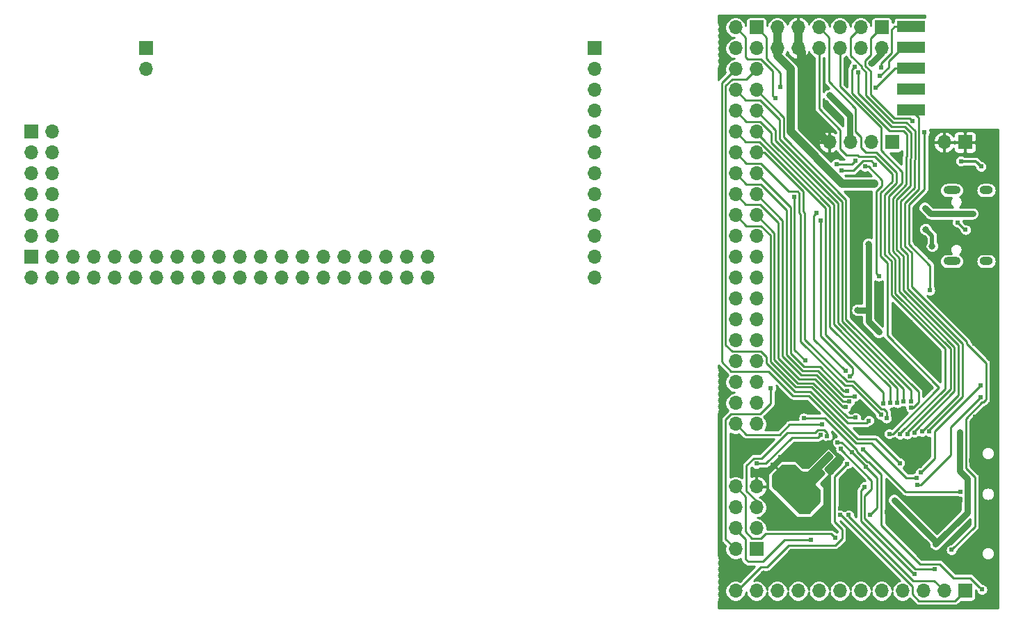
<source format=gbr>
%TF.GenerationSoftware,KiCad,Pcbnew,(5.1.9)-1*%
%TF.CreationDate,2021-03-10T22:07:46+01:00*%
%TF.ProjectId,poly_kb,706f6c79-5f6b-4622-9e6b-696361645f70,rev?*%
%TF.SameCoordinates,Original*%
%TF.FileFunction,Copper,L2,Bot*%
%TF.FilePolarity,Positive*%
%FSLAX46Y46*%
G04 Gerber Fmt 4.6, Leading zero omitted, Abs format (unit mm)*
G04 Created by KiCad (PCBNEW (5.1.9)-1) date 2021-03-10 22:07:46*
%MOMM*%
%LPD*%
G01*
G04 APERTURE LIST*
%TA.AperFunction,ComponentPad*%
%ADD10O,1.700000X1.700000*%
%TD*%
%TA.AperFunction,ComponentPad*%
%ADD11R,1.700000X1.700000*%
%TD*%
%TA.AperFunction,SMDPad,CuDef*%
%ADD12R,3.500000X1.400000*%
%TD*%
%TA.AperFunction,ComponentPad*%
%ADD13O,2.100000X1.000000*%
%TD*%
%TA.AperFunction,ComponentPad*%
%ADD14O,1.600000X1.000000*%
%TD*%
%TA.AperFunction,ViaPad*%
%ADD15C,0.609600*%
%TD*%
%TA.AperFunction,ViaPad*%
%ADD16C,0.800000*%
%TD*%
%TA.AperFunction,Conductor*%
%ADD17C,0.292100*%
%TD*%
%TA.AperFunction,Conductor*%
%ADD18C,0.500000*%
%TD*%
%TA.AperFunction,Conductor*%
%ADD19C,1.000000*%
%TD*%
%TA.AperFunction,Conductor*%
%ADD20C,0.750000*%
%TD*%
%TA.AperFunction,Conductor*%
%ADD21C,0.300000*%
%TD*%
%TA.AperFunction,Conductor*%
%ADD22C,0.254000*%
%TD*%
%TA.AperFunction,Conductor*%
%ADD23C,0.127000*%
%TD*%
G04 APERTURE END LIST*
D10*
%TO.P,J10,12*%
%TO.N,+5V*%
X445770000Y-184658000D03*
%TO.P,J10,11*%
X443230000Y-184658000D03*
%TO.P,J10,10*%
%TO.N,GND*%
X445770000Y-182118000D03*
%TO.P,J10,9*%
X443230000Y-182118000D03*
%TO.P,J10,8*%
%TO.N,SPI1_SS*%
X445770000Y-179578000D03*
%TO.P,J10,7*%
%TO.N,SPI1_SCK*%
X443230000Y-179578000D03*
%TO.P,J10,6*%
%TO.N,SPI1_MISO*%
X445770000Y-177038000D03*
%TO.P,J10,5*%
%TO.N,SPI1_MOSI*%
X443230000Y-177038000D03*
%TO.P,J10,4*%
%TO.N,SPI1_RESET*%
X445770000Y-174498000D03*
%TO.P,J10,3*%
%TO.N,LED_ARRAY*%
X443230000Y-174498000D03*
%TO.P,J10,2*%
%TO.N,+3V3*%
X445770000Y-171958000D03*
D11*
%TO.P,J10,1*%
%TO.N,SPI3_SS*%
X443230000Y-171958000D03*
%TD*%
D10*
%TO.P,J12,40*%
%TO.N,KCol19*%
X491490000Y-189738000D03*
%TO.P,J12,39*%
%TO.N,KCol18*%
X491490000Y-187198000D03*
%TO.P,J12,38*%
%TO.N,KCol17*%
X488950000Y-189738000D03*
%TO.P,J12,37*%
%TO.N,KCol16*%
X488950000Y-187198000D03*
%TO.P,J12,36*%
%TO.N,KCol15*%
X486410000Y-189738000D03*
%TO.P,J12,35*%
%TO.N,KCol14*%
X486410000Y-187198000D03*
%TO.P,J12,34*%
%TO.N,KCol13*%
X483870000Y-189738000D03*
%TO.P,J12,33*%
%TO.N,KCol12*%
X483870000Y-187198000D03*
%TO.P,J12,32*%
%TO.N,KCol11*%
X481330000Y-189738000D03*
%TO.P,J12,31*%
%TO.N,KCol10*%
X481330000Y-187198000D03*
%TO.P,J12,30*%
%TO.N,KCol9*%
X478790000Y-189738000D03*
%TO.P,J12,29*%
%TO.N,KCol8*%
X478790000Y-187198000D03*
%TO.P,J12,28*%
%TO.N,KCol7*%
X476250000Y-189738000D03*
%TO.P,J12,27*%
%TO.N,KCol6*%
X476250000Y-187198000D03*
%TO.P,J12,26*%
%TO.N,KCol5*%
X473710000Y-189738000D03*
%TO.P,J12,25*%
%TO.N,KCol4*%
X473710000Y-187198000D03*
%TO.P,J12,24*%
%TO.N,KCol3*%
X471170000Y-189738000D03*
%TO.P,J12,23*%
%TO.N,KCol2*%
X471170000Y-187198000D03*
%TO.P,J12,22*%
%TO.N,KCol1*%
X468630000Y-189738000D03*
%TO.P,J12,21*%
%TO.N,KCol0*%
X468630000Y-187198000D03*
%TO.P,J12,20*%
%TO.N,USART6_TX*%
X466090000Y-189738000D03*
%TO.P,J12,19*%
%TO.N,USART6_RX*%
X466090000Y-187198000D03*
%TO.P,J12,18*%
%TO.N,I2C3_SDA*%
X463550000Y-189738000D03*
%TO.P,J12,17*%
%TO.N,I2C3_SCL*%
X463550000Y-187198000D03*
%TO.P,J12,16*%
%TO.N,USART1_TX*%
X461010000Y-189738000D03*
%TO.P,J12,15*%
%TO.N,USART1_RX*%
X461010000Y-187198000D03*
%TO.P,J12,14*%
%TO.N,I2C2_SDA*%
X458470000Y-189738000D03*
%TO.P,J12,13*%
%TO.N,I2C2_SCL*%
X458470000Y-187198000D03*
%TO.P,J12,12*%
%TO.N,PD15*%
X455930000Y-189738000D03*
%TO.P,J12,11*%
%TO.N,PD14*%
X455930000Y-187198000D03*
%TO.P,J12,10*%
%TO.N,PD13*%
X453390000Y-189738000D03*
%TO.P,J12,9*%
%TO.N,PD12*%
X453390000Y-187198000D03*
%TO.P,J12,8*%
%TO.N,PD11*%
X450850000Y-189738000D03*
%TO.P,J12,7*%
%TO.N,PD10*%
X450850000Y-187198000D03*
%TO.P,J12,6*%
%TO.N,PB1*%
X448310000Y-189738000D03*
%TO.P,J12,5*%
%TO.N,PB0*%
X448310000Y-187198000D03*
%TO.P,J12,4*%
%TO.N,SHIFTR_LATCH_CLK*%
X445770000Y-189738000D03*
%TO.P,J12,3*%
%TO.N,SHIFTR_DATA*%
X445770000Y-187198000D03*
%TO.P,J12,2*%
%TO.N,SHIFTR_CLK*%
X443230000Y-189738000D03*
D11*
%TO.P,J12,1*%
%TO.N,SHIFTR_NMASTER_RST*%
X443230000Y-187198000D03*
%TD*%
D10*
%TO.P,J11,12*%
%TO.N,KCol20*%
X511810000Y-189738000D03*
%TO.P,J11,11*%
%TO.N,KRow0*%
X511810000Y-187198000D03*
%TO.P,J11,10*%
%TO.N,KRow1*%
X511810000Y-184658000D03*
%TO.P,J11,9*%
%TO.N,KRow2*%
X511810000Y-182118000D03*
%TO.P,J11,8*%
%TO.N,KRow3*%
X511810000Y-179578000D03*
%TO.P,J11,7*%
%TO.N,KRow4*%
X511810000Y-177038000D03*
%TO.P,J11,6*%
%TO.N,KRow5*%
X511810000Y-174498000D03*
%TO.P,J11,5*%
%TO.N,KRow6*%
X511810000Y-171958000D03*
%TO.P,J11,4*%
%TO.N,KRow7*%
X511810000Y-169418000D03*
%TO.P,J11,3*%
%TO.N,ADC1_IN2*%
X511810000Y-166878000D03*
%TO.P,J11,2*%
%TO.N,ADC1_IN1*%
X511810000Y-164338000D03*
D11*
%TO.P,J11,1*%
%TO.N,+3.3VA*%
X511810000Y-161798000D03*
%TD*%
%TO.P,J9,1*%
%TO.N,GND*%
X457200000Y-161798000D03*
D10*
%TO.P,J9,2*%
X457200000Y-164338000D03*
%TD*%
%TO.P,J8,2*%
%TO.N,GND*%
X554355000Y-173228000D03*
D11*
%TO.P,J8,1*%
X556895000Y-173228000D03*
%TD*%
D10*
%TO.P,J3,12*%
%TO.N,+5V*%
X534035000Y-161798000D03*
%TO.P,J3,11*%
X534035000Y-159258000D03*
%TO.P,J3,10*%
%TO.N,GND*%
X536575000Y-161798000D03*
%TO.P,J3,9*%
X536575000Y-159258000D03*
%TO.P,J3,8*%
%TO.N,SPI1_SS*%
X539115000Y-161798000D03*
%TO.P,J3,7*%
%TO.N,SPI1_SCK*%
X539115000Y-159258000D03*
%TO.P,J3,6*%
%TO.N,SPI1_MISO*%
X541655000Y-161798000D03*
%TO.P,J3,5*%
%TO.N,SPI1_MOSI*%
X541655000Y-159258000D03*
%TO.P,J3,4*%
%TO.N,SPI1_RESET*%
X544195000Y-161798000D03*
%TO.P,J3,3*%
%TO.N,LED_ARRAY*%
X544195000Y-159258000D03*
%TO.P,J3,2*%
%TO.N,+3V3*%
X546735000Y-161798000D03*
D11*
%TO.P,J3,1*%
%TO.N,SPI3_SS*%
X546735000Y-159258000D03*
%TD*%
D12*
%TO.P,J1,10*%
%TO.N,Net-(J1-Pad10)*%
X550358000Y-169291000D03*
%TO.P,J1,8*%
%TO.N,N/C*%
X550358000Y-166751000D03*
%TO.P,J1,6*%
%TO.N,Net-(J1-Pad6)*%
X550358000Y-164211000D03*
%TO.P,J1,4*%
%TO.N,Net-(J1-Pad4)*%
X550358000Y-161671000D03*
%TO.P,J1,2*%
%TO.N,Net-(J1-Pad2)*%
X550358000Y-159131000D03*
%TD*%
D10*
%TO.P,J5,8*%
%TO.N,USART2_RX*%
X528955000Y-215138000D03*
%TO.P,J5,7*%
%TO.N,GND*%
X531495000Y-215138000D03*
%TO.P,J5,6*%
%TO.N,ESP01_EN*%
X528955000Y-217678000D03*
%TO.P,J5,5*%
%TO.N,ESP01_IO2*%
X531495000Y-217678000D03*
%TO.P,J5,4*%
%TO.N,ESP01_RST*%
X528955000Y-220218000D03*
%TO.P,J5,3*%
%TO.N,ESP01_IO0*%
X531495000Y-220218000D03*
%TO.P,J5,2*%
%TO.N,+3V3*%
X528955000Y-222758000D03*
D11*
%TO.P,J5,1*%
%TO.N,USART2_TX*%
X531495000Y-222758000D03*
%TD*%
D10*
%TO.P,J6,4*%
%TO.N,GND*%
X540385000Y-173228000D03*
%TO.P,J6,3*%
%TO.N,+3V3*%
X542925000Y-173228000D03*
%TO.P,J6,2*%
%TO.N,I2C1_SCL*%
X545465000Y-173228000D03*
D11*
%TO.P,J6,1*%
%TO.N,I2C1_SDA*%
X548005000Y-173228000D03*
%TD*%
D13*
%TO.P,J2,S1*%
%TO.N,Net-(J2-PadS1)*%
X555289000Y-179068000D03*
X555289000Y-187708000D03*
D14*
X559469000Y-187708000D03*
X559469000Y-179068000D03*
%TD*%
D10*
%TO.P,J7,40*%
%TO.N,KCol19*%
X528955000Y-207518000D03*
%TO.P,J7,39*%
%TO.N,KCol18*%
X531495000Y-207518000D03*
%TO.P,J7,38*%
%TO.N,KCol17*%
X528955000Y-204978000D03*
%TO.P,J7,37*%
%TO.N,KCol16*%
X531495000Y-204978000D03*
%TO.P,J7,36*%
%TO.N,KCol15*%
X528955000Y-202438000D03*
%TO.P,J7,35*%
%TO.N,KCol14*%
X531495000Y-202438000D03*
%TO.P,J7,34*%
%TO.N,KCol13*%
X528955000Y-199898000D03*
%TO.P,J7,33*%
%TO.N,KCol12*%
X531495000Y-199898000D03*
%TO.P,J7,32*%
%TO.N,KCol11*%
X528955000Y-197358000D03*
%TO.P,J7,31*%
%TO.N,KCol10*%
X531495000Y-197358000D03*
%TO.P,J7,30*%
%TO.N,KCol9*%
X528955000Y-194818000D03*
%TO.P,J7,29*%
%TO.N,KCol8*%
X531495000Y-194818000D03*
%TO.P,J7,28*%
%TO.N,KCol7*%
X528955000Y-192278000D03*
%TO.P,J7,27*%
%TO.N,KCol6*%
X531495000Y-192278000D03*
%TO.P,J7,26*%
%TO.N,KCol5*%
X528955000Y-189738000D03*
%TO.P,J7,25*%
%TO.N,KCol4*%
X531495000Y-189738000D03*
%TO.P,J7,24*%
%TO.N,KCol3*%
X528955000Y-187198000D03*
%TO.P,J7,23*%
%TO.N,KCol2*%
X531495000Y-187198000D03*
%TO.P,J7,22*%
%TO.N,KCol1*%
X528955000Y-184658000D03*
%TO.P,J7,21*%
%TO.N,KCol0*%
X531495000Y-184658000D03*
%TO.P,J7,20*%
%TO.N,USART6_TX*%
X528955000Y-182118000D03*
%TO.P,J7,19*%
%TO.N,USART6_RX*%
X531495000Y-182118000D03*
%TO.P,J7,18*%
%TO.N,I2C3_SDA*%
X528955000Y-179578000D03*
%TO.P,J7,17*%
%TO.N,I2C3_SCL*%
X531495000Y-179578000D03*
%TO.P,J7,16*%
%TO.N,USART1_TX*%
X528955000Y-177038000D03*
%TO.P,J7,15*%
%TO.N,USART1_RX*%
X531495000Y-177038000D03*
%TO.P,J7,14*%
%TO.N,I2C2_SDA*%
X528955000Y-174498000D03*
%TO.P,J7,13*%
%TO.N,I2C2_SCL*%
X531495000Y-174498000D03*
%TO.P,J7,12*%
%TO.N,PD15*%
X528955000Y-171958000D03*
%TO.P,J7,11*%
%TO.N,PD14*%
X531495000Y-171958000D03*
%TO.P,J7,10*%
%TO.N,PD13*%
X528955000Y-169418000D03*
%TO.P,J7,9*%
%TO.N,PD12*%
X531495000Y-169418000D03*
%TO.P,J7,8*%
%TO.N,PD11*%
X528955000Y-166878000D03*
%TO.P,J7,7*%
%TO.N,PD10*%
X531495000Y-166878000D03*
%TO.P,J7,6*%
%TO.N,PB1*%
X528955000Y-164338000D03*
%TO.P,J7,5*%
%TO.N,PB0*%
X531495000Y-164338000D03*
%TO.P,J7,4*%
%TO.N,SHIFTR_LATCH_CLK*%
X528955000Y-161798000D03*
%TO.P,J7,3*%
%TO.N,SHIFTR_DATA*%
X531495000Y-161798000D03*
%TO.P,J7,2*%
%TO.N,SHIFTR_CLK*%
X528955000Y-159258000D03*
D11*
%TO.P,J7,1*%
%TO.N,SHIFTR_NMASTER_RST*%
X531495000Y-159258000D03*
%TD*%
D10*
%TO.P,J4,12*%
%TO.N,KCol20*%
X528955000Y-227838000D03*
%TO.P,J4,11*%
%TO.N,KRow0*%
X531495000Y-227838000D03*
%TO.P,J4,10*%
%TO.N,KRow1*%
X534035000Y-227838000D03*
%TO.P,J4,9*%
%TO.N,KRow2*%
X536575000Y-227838000D03*
%TO.P,J4,8*%
%TO.N,KRow3*%
X539115000Y-227838000D03*
%TO.P,J4,7*%
%TO.N,KRow4*%
X541655000Y-227838000D03*
%TO.P,J4,6*%
%TO.N,KRow5*%
X544195000Y-227838000D03*
%TO.P,J4,5*%
%TO.N,KRow6*%
X546735000Y-227838000D03*
%TO.P,J4,4*%
%TO.N,KRow7*%
X549275000Y-227838000D03*
%TO.P,J4,3*%
%TO.N,ADC1_IN2*%
X551815000Y-227838000D03*
%TO.P,J4,2*%
%TO.N,ADC1_IN1*%
X554355000Y-227838000D03*
D11*
%TO.P,J4,1*%
%TO.N,+3.3VA*%
X556895000Y-227838000D03*
%TD*%
D15*
%TO.N,GND*%
X536829000Y-211369260D03*
X534428873Y-211509133D03*
X555777400Y-225171000D03*
X557403000Y-222224600D03*
X535508200Y-213131400D03*
X537286200Y-217398600D03*
X547395400Y-218211400D03*
X558038000Y-193421000D03*
X554732000Y-190758000D03*
X558038000Y-197739000D03*
X558137159Y-206638194D03*
D16*
X552678600Y-187172600D03*
D15*
X557631921Y-211927599D03*
D16*
X552653200Y-179451000D03*
D15*
X535432000Y-218440000D03*
X538988000Y-218821000D03*
X534670000Y-217678000D03*
X532511000Y-213487000D03*
X532892000Y-215900000D03*
X533497003Y-212441003D03*
X540312572Y-209786006D03*
X543400220Y-213681356D03*
X541670860Y-217783561D03*
X539750000Y-218059000D03*
D16*
X553542200Y-175564800D03*
X553491400Y-176987200D03*
X553618400Y-189712600D03*
X560476400Y-199237600D03*
X560451000Y-189611000D03*
X560527200Y-200558400D03*
X558137159Y-208937959D03*
X558137159Y-210842959D03*
X555853600Y-217551000D03*
X553948600Y-219456000D03*
X550824400Y-222453200D03*
X528320000Y-225018600D03*
X558647600Y-229285800D03*
X548055800Y-229260400D03*
X537921200Y-229311200D03*
X537006800Y-168935400D03*
X540004000Y-168910000D03*
X537006800Y-166624000D03*
D15*
X539623000Y-214757000D03*
X530098000Y-210540600D03*
D16*
X543674300Y-191122300D03*
X543636200Y-185623200D03*
D15*
X550214800Y-195148200D03*
X551078400Y-197789800D03*
X552907200Y-199669400D03*
D16*
X532409400Y-225755200D03*
X535305000Y-225425000D03*
X540308800Y-225399600D03*
X543001200Y-225399600D03*
X545566600Y-226339400D03*
X547776400Y-226212400D03*
D15*
X537845000Y-225577400D03*
D16*
X559790600Y-183413400D03*
D15*
X533019000Y-217932000D03*
X536143200Y-219227404D03*
X537921200Y-219456000D03*
X542417000Y-165354000D03*
X539877000Y-166497000D03*
X545084000Y-177165000D03*
X546481000Y-192532000D03*
X537845000Y-205486000D03*
X546227000Y-208026000D03*
X548894000Y-175006000D03*
%TO.N,+3V3*%
X533247600Y-203149200D03*
X545338000Y-218592400D03*
X548253055Y-216764241D03*
X553313600Y-222148400D03*
X556260000Y-208534000D03*
X557158540Y-217166765D03*
D16*
X546404805Y-196342013D03*
D15*
X557834800Y-181914800D03*
X551992800Y-181203600D03*
D16*
X545125340Y-185597800D03*
X545515800Y-163601400D03*
X543814000Y-193649600D03*
D15*
X543104181Y-210967723D03*
X541371035Y-209756943D03*
X544811568Y-212759886D03*
D16*
X540385000Y-167513000D03*
%TO.N,+5V*%
X545851313Y-178263598D03*
D15*
%TO.N,SPI1_MOSI*%
X550743603Y-208554803D03*
X543437751Y-164044369D03*
%TO.N,SPI1_SCK*%
X548973228Y-208765628D03*
%TO.N,SPI1_MISO*%
X549862228Y-208740228D03*
%TO.N,SPI1_RESET*%
X551662600Y-208432400D03*
X543901698Y-164707862D03*
%TO.N,LED_ARRAY*%
X552567663Y-208447794D03*
%TO.N,SHIFTR_CLK*%
X533774650Y-167868600D03*
%TO.N,BOOT0*%
X544525200Y-210642200D03*
X556304130Y-215753968D03*
%TO.N,I2C1_SDA*%
X542899600Y-201693966D03*
X539293121Y-182744440D03*
X541886714Y-176690745D03*
X545926789Y-175941195D03*
%TO.N,I2C1_SCL*%
X542340800Y-201066400D03*
X541248600Y-175869600D03*
X538801010Y-181832617D03*
X543549037Y-175467757D03*
%TO.N,SWO*%
X536067000Y-179908200D03*
X537438211Y-199769704D03*
%TO.N,USB_D-*%
X555976486Y-182981608D03*
X556954990Y-183871729D03*
%TO.N,I2C2_SDA*%
X546648313Y-206380364D03*
%TO.N,I2C2_SCL*%
X547344600Y-206806800D03*
%TO.N,I2C3_SCL*%
X542809629Y-204789501D03*
%TO.N,I2C3_SDA*%
X542357030Y-205460787D03*
%TO.N,LED_STATUS*%
X551054144Y-214899914D03*
X558800359Y-204226740D03*
%TO.N,ADC1_IN2*%
X544687272Y-215153728D03*
X550761316Y-225800402D03*
%TO.N,ADC1_IN1*%
X542733159Y-218589091D03*
%TO.N,+3.3VA*%
X541670860Y-218605585D03*
%TO.N,NRST*%
X553218437Y-225196781D03*
X541781999Y-210566001D03*
%TO.N,SHIFTR_NMASTER_RST*%
X534416000Y-166471600D03*
%TO.N,RESET_INDICATOR*%
X537286200Y-206806800D03*
X558952400Y-227660200D03*
%TO.N,Net-(D3-Pad1)*%
X556387000Y-175539400D03*
X558850800Y-176174400D03*
%TO.N,BOOT1*%
X551470309Y-213436200D03*
X558800359Y-202803652D03*
D16*
%TO.N,VCC*%
X552881800Y-185851800D03*
X552094400Y-183819800D03*
D15*
%TO.N,KCol20*%
X542541156Y-212374943D03*
%TO.N,ESP01_IO2*%
X540108850Y-209002444D03*
%TO.N,ESP01_RST*%
X538099000Y-221615000D03*
%TO.N,ESP01_IO0*%
X531495000Y-212344000D03*
X539309450Y-208874263D03*
%TO.N,USART2_RX*%
X541087126Y-221349034D03*
%TO.N,KCol19*%
X539477482Y-207572552D03*
%TO.N,PD15*%
X546941495Y-205004979D03*
%TO.N,PD14*%
X547776400Y-204952600D03*
%TO.N,PD13*%
X548652121Y-204943292D03*
%TO.N,PD12*%
X549437831Y-204748023D03*
%TO.N,PD11*%
X550341033Y-204727800D03*
%TO.N,PD10*%
X550328613Y-205547240D03*
%TO.N,PB1*%
X550996084Y-214092387D03*
%TO.N,PB0*%
X548935260Y-212282915D03*
%TO.N,USART6_RX*%
X543585400Y-206756000D03*
%TO.N,USART6_TX*%
X545194563Y-207112787D03*
%TO.N,USART1_RX*%
X542501334Y-203487789D03*
%TO.N,USART1_TX*%
X543509200Y-204138641D03*
%TO.N,SPI3_SS*%
X552627800Y-191262000D03*
X550505499Y-170651301D03*
X551947352Y-171983400D03*
%TO.N,Net-(J1-Pad10)*%
X555244000Y-222834200D03*
%TO.N,Net-(J1-Pad6)*%
X546049200Y-166573200D03*
%TO.N,Net-(J1-Pad4)*%
X546550704Y-165151240D03*
%TO.N,Net-(J1-Pad2)*%
X546404800Y-189534800D03*
X546665444Y-164116044D03*
X544725364Y-176174268D03*
%TO.N,SPI1_SS*%
X547674800Y-208711800D03*
%TD*%
D17*
%TO.N,GND*%
X534568746Y-211369260D02*
X534428873Y-211509133D01*
X536829000Y-211369260D02*
X534568746Y-211369260D01*
X555777400Y-223850200D02*
X557403000Y-222224600D01*
X555777400Y-225171000D02*
X555777400Y-223850200D01*
X534428873Y-211509133D02*
X533730200Y-212207806D01*
X533730200Y-212207806D02*
X533730200Y-212648800D01*
X534212800Y-213131400D02*
X535508200Y-213131400D01*
X533730200Y-212648800D02*
X534212800Y-213131400D01*
X547395400Y-218211400D02*
X547395400Y-219608400D01*
X547395400Y-219608400D02*
X551688000Y-223901000D01*
X555726600Y-223901000D02*
X555777400Y-223850200D01*
X551688000Y-223901000D02*
X555726600Y-223901000D01*
X557395000Y-193421000D02*
X554732000Y-190758000D01*
X558038000Y-193421000D02*
X557395000Y-193421000D01*
X558038000Y-197739000D02*
X558038000Y-193421000D01*
X559943321Y-199644321D02*
X559943321Y-204832032D01*
X559943321Y-204832032D02*
X558137159Y-206638194D01*
X558038000Y-197739000D02*
X559943321Y-199644321D01*
X558137159Y-211422361D02*
X557631921Y-211927599D01*
X558137159Y-206638194D02*
X558137159Y-208937959D01*
X557403000Y-222224600D02*
X558590770Y-221036830D01*
X558590770Y-221036830D02*
X558590770Y-212886448D01*
X558590770Y-212886448D02*
X557631921Y-211927599D01*
D18*
X552526200Y-179451000D02*
X552653200Y-179451000D01*
X550761353Y-181215847D02*
X552526200Y-179451000D01*
X550761353Y-185255353D02*
X550761353Y-181215847D01*
X552678600Y-187172600D02*
X550761353Y-185255353D01*
D19*
X536575000Y-159258000D02*
X536575000Y-161798000D01*
X537006800Y-162229800D02*
X536575000Y-161798000D01*
D17*
X536829000Y-211369260D02*
X538729318Y-211369260D01*
X538729318Y-211369260D02*
X540312572Y-209786006D01*
X543400220Y-213681356D02*
X543400220Y-216054201D01*
X543400220Y-216054201D02*
X541670860Y-217783561D01*
X558137159Y-208937959D02*
X558137159Y-210842959D01*
X558137159Y-210842959D02*
X558137159Y-211422361D01*
D19*
X537006800Y-168935400D02*
X537006800Y-166624000D01*
X537006800Y-164160200D02*
X537006800Y-162229800D01*
X537006800Y-166624000D02*
X537006800Y-164160200D01*
D17*
X536143200Y-219151200D02*
X536143200Y-219227404D01*
D19*
X540131000Y-173228000D02*
X537006800Y-170103800D01*
X537006800Y-170103800D02*
X537006800Y-168935400D01*
X540385000Y-173228000D02*
X540131000Y-173228000D01*
D17*
%TO.N,+3V3*%
X556250490Y-213223490D02*
X557183940Y-214156940D01*
D20*
X556260000Y-213213980D02*
X556250490Y-213223490D01*
X556260000Y-208534000D02*
X556260000Y-213213980D01*
X556260000Y-213233000D02*
X557183940Y-214156940D01*
X556260000Y-213213980D02*
X556260000Y-213233000D01*
X557183940Y-217141365D02*
X557158540Y-217166765D01*
X557183940Y-214156940D02*
X557183940Y-217141365D01*
X557158540Y-218303460D02*
X553313600Y-222148400D01*
X557158540Y-217166765D02*
X557158540Y-218303460D01*
X553313600Y-221824786D02*
X548253055Y-216764241D01*
X553313600Y-222148400D02*
X553313600Y-221824786D01*
X557834800Y-181914800D02*
X552704000Y-181914800D01*
X552704000Y-181914800D02*
X551992800Y-181203600D01*
X546404805Y-196342013D02*
X545125340Y-195062548D01*
X546735000Y-162382200D02*
X545515800Y-163601400D01*
X546735000Y-161798000D02*
X546735000Y-162382200D01*
X545084000Y-193649600D02*
X545125340Y-193608260D01*
X543814000Y-193649600D02*
X545084000Y-193649600D01*
X545125340Y-193608260D02*
X545125340Y-185597800D01*
X545125340Y-195062548D02*
X545125340Y-193608260D01*
D17*
X541893401Y-209756943D02*
X543104181Y-210967723D01*
X541371035Y-209756943D02*
X541893401Y-209756943D01*
X546176200Y-217754200D02*
X546176200Y-214124518D01*
X546176200Y-214124518D02*
X544811568Y-212759886D01*
X545338000Y-218592400D02*
X546176200Y-217754200D01*
X543104181Y-210967723D02*
X544811568Y-212675110D01*
X544811568Y-212675110D02*
X544811568Y-212759886D01*
X527758949Y-221561949D02*
X528955000Y-222758000D01*
X527758949Y-206943895D02*
X527758949Y-221561949D01*
X528380895Y-206321949D02*
X527758949Y-206943895D01*
X531921207Y-206321949D02*
X528380895Y-206321949D01*
X533247600Y-204995556D02*
X531921207Y-206321949D01*
X533247600Y-203149200D02*
X533247600Y-204995556D01*
D20*
X542838939Y-169966939D02*
X540385000Y-167513000D01*
X542838939Y-173395939D02*
X542838939Y-169966939D01*
X543052000Y-173609000D02*
X542838939Y-173395939D01*
D19*
%TO.N,+5V*%
X534035000Y-161798000D02*
X534035000Y-159258000D01*
X534035000Y-162712400D02*
X534035000Y-161798000D01*
X535660600Y-164338000D02*
X534035000Y-162712400D01*
X535660600Y-171958000D02*
X535660600Y-164338000D01*
X541966198Y-178263598D02*
X535660600Y-171958000D01*
X545851313Y-178263598D02*
X541966198Y-178263598D01*
D17*
%TO.N,SPI1_MOSI*%
X543132952Y-164349168D02*
X543437751Y-164044369D01*
X550743603Y-208554803D02*
X550743603Y-208402403D01*
X550743603Y-208402403D02*
X555609110Y-203536896D01*
X555609110Y-203536896D02*
X555609110Y-198134610D01*
X548093844Y-180012356D02*
X549751222Y-178354978D01*
X549820160Y-172278318D02*
X549355225Y-171813383D01*
X543132952Y-167226694D02*
X543132952Y-164349168D01*
X549355225Y-171813383D02*
X547719641Y-171813383D01*
X555609110Y-198134610D02*
X548904410Y-191429910D01*
X548904410Y-191429910D02*
X548904410Y-187294810D01*
X548904410Y-187294810D02*
X548093844Y-186484244D01*
X548093844Y-186484244D02*
X548093844Y-180012356D01*
X549751222Y-178354978D02*
X549751224Y-175008614D01*
X547719641Y-171813383D02*
X543132952Y-167226694D01*
X549751224Y-175008614D02*
X549820160Y-174939678D01*
X549820160Y-174939678D02*
X549820160Y-172278318D01*
%TO.N,SPI1_SCK*%
X540311051Y-160454051D02*
X539115000Y-159258000D01*
X540311051Y-165857259D02*
X540311051Y-160454051D01*
X543560000Y-169106208D02*
X540311051Y-165857259D01*
X543560000Y-171944946D02*
X543560000Y-169106208D01*
X544195000Y-172579946D02*
X543560000Y-171944946D01*
X544195000Y-173863000D02*
X544195000Y-172579946D01*
X544830000Y-174498000D02*
X544195000Y-173863000D01*
X546100000Y-174498000D02*
X544830000Y-174498000D01*
X548512962Y-176910962D02*
X546100000Y-174498000D01*
X548512962Y-178201338D02*
X548512962Y-176910962D01*
X547109622Y-179604678D02*
X548512962Y-178201338D01*
X547109622Y-186891922D02*
X547109622Y-179604678D01*
X547920188Y-187702488D02*
X547109622Y-186891922D01*
X548973228Y-208765628D02*
X548973228Y-208689428D01*
X547920188Y-191837588D02*
X547920188Y-187702488D01*
X548973228Y-208689428D02*
X554456600Y-203206056D01*
X554456600Y-203206056D02*
X554456600Y-198374000D01*
X554456600Y-198374000D02*
X547920188Y-191837588D01*
%TO.N,SPI1_MISO*%
X546661051Y-171450741D02*
X541655000Y-166444690D01*
X546661051Y-174206943D02*
X546661051Y-171450741D01*
X549259111Y-176805003D02*
X546661051Y-174206943D01*
X547601733Y-186688083D02*
X547601733Y-179808517D01*
X541655000Y-166444690D02*
X541655000Y-161798000D01*
X548412299Y-187498649D02*
X547601733Y-186688083D01*
X548412299Y-191633749D02*
X548412299Y-187498649D01*
X549259111Y-178151139D02*
X549259111Y-176805003D01*
X555116999Y-198338449D02*
X548412299Y-191633749D01*
X547601733Y-179808517D02*
X549259111Y-178151139D01*
X555116999Y-203260951D02*
X555116999Y-198338449D01*
X549862228Y-208515722D02*
X555116999Y-203260951D01*
X549862228Y-208740228D02*
X549862228Y-208515722D01*
%TO.N,SPI1_RESET*%
X543901698Y-167299490D02*
X543901698Y-164707862D01*
X551662600Y-208432400D02*
X556101221Y-203993779D01*
X549559064Y-171321272D02*
X547923480Y-171321272D01*
X548585956Y-180216194D02*
X550243333Y-178558817D01*
X550243333Y-178558817D02*
X550243334Y-175212454D01*
X550312271Y-172074479D02*
X549559064Y-171321272D01*
X556101220Y-197930770D02*
X549396521Y-191226071D01*
X550243334Y-175212454D02*
X550312271Y-175143517D01*
X550312271Y-175143517D02*
X550312271Y-172074479D01*
X549396520Y-187090970D02*
X548585955Y-186280405D01*
X556101221Y-203993779D02*
X556101220Y-197930770D01*
X548585955Y-186280405D02*
X548585956Y-180216194D01*
X547923480Y-171321272D02*
X543901698Y-167299490D01*
X549396521Y-191226071D02*
X549396520Y-187090970D01*
%TO.N,LED_ARRAY*%
X542998949Y-160454051D02*
X544195000Y-159258000D01*
X550735444Y-178762656D02*
X550735444Y-175416294D01*
X549078066Y-186076566D02*
X549078066Y-180420034D01*
X548127320Y-170829162D02*
X544845852Y-167547694D01*
X542998949Y-162661287D02*
X542998949Y-160454051D01*
X544277637Y-163939975D02*
X542998949Y-162661287D01*
X544277637Y-164163345D02*
X544277637Y-163939975D01*
X544845852Y-164731560D02*
X544277637Y-164163345D01*
X544845852Y-167547694D02*
X544845852Y-164731560D01*
X550804381Y-171870639D02*
X549762904Y-170829162D01*
X550804382Y-175347356D02*
X550804381Y-171870639D01*
X550735444Y-175416294D02*
X550804382Y-175347356D01*
X549078066Y-180420034D02*
X550735444Y-178762656D01*
X549888630Y-186887130D02*
X549078066Y-186076566D01*
X549888632Y-191022232D02*
X549888630Y-186887130D01*
X556593332Y-204197618D02*
X556593330Y-197726930D01*
X552567663Y-208223287D02*
X556593332Y-204197618D01*
X552567663Y-208447794D02*
X552567663Y-208223287D01*
X556593330Y-197726930D02*
X549888632Y-191022232D01*
X549762904Y-170829162D02*
X548127320Y-170829162D01*
%TO.N,SHIFTR_CLK*%
X530151051Y-162892451D02*
X530400549Y-163141949D01*
X533469851Y-167563801D02*
X533774650Y-167868600D01*
X528955000Y-159258000D02*
X530151051Y-160454051D01*
X530400549Y-163141949D02*
X532069105Y-163141949D01*
X530151051Y-160454051D02*
X530151051Y-162892451D01*
X532069105Y-163141949D02*
X533469851Y-164542695D01*
X533469851Y-164542695D02*
X533469851Y-167563801D01*
%TO.N,BOOT0*%
X549636968Y-215753968D02*
X556304130Y-215753968D01*
X544525200Y-210642200D02*
X549636968Y-215753968D01*
%TO.N,I2C1_SDA*%
X543204399Y-201389167D02*
X543204399Y-200685399D01*
X539293121Y-196774121D02*
X539293121Y-182744440D01*
X543204399Y-200685399D02*
X539293121Y-196774121D01*
X542899600Y-201693966D02*
X543204399Y-201389167D01*
X543288430Y-176690745D02*
X544496953Y-175482222D01*
X544496953Y-175482222D02*
X545467816Y-175482222D01*
X541886714Y-176690745D02*
X543288430Y-176690745D01*
X545467816Y-175482222D02*
X545926789Y-175941195D01*
%TO.N,I2C1_SCL*%
X538496211Y-182137416D02*
X538801010Y-181832617D01*
X538496211Y-197221811D02*
X538496211Y-182137416D01*
X542340800Y-201066400D02*
X538496211Y-197221811D01*
X543147194Y-175869600D02*
X543549037Y-175467757D01*
X541248600Y-175869600D02*
X543147194Y-175869600D01*
%TO.N,SWO*%
X536135826Y-198467319D02*
X537438211Y-199769704D01*
X536067000Y-179908200D02*
X536135826Y-179977026D01*
X536135826Y-179977026D02*
X536135826Y-198467319D01*
%TO.N,USB_D-*%
X555976486Y-182981608D02*
X556866607Y-183871729D01*
X556866607Y-183871729D02*
X556954990Y-183871729D01*
%TO.N,I2C2_SDA*%
X536727438Y-179427576D02*
X536727439Y-181846849D01*
X546648313Y-206355197D02*
X546648313Y-206380364D01*
X536727439Y-181846849D02*
X536886178Y-182005588D01*
X528955000Y-174498000D02*
X530298949Y-175841949D01*
X530298949Y-175841949D02*
X532069105Y-175841949D01*
X532069105Y-175841949D02*
X535443187Y-179216031D01*
X536886178Y-197460978D02*
X542262137Y-202836937D01*
X543130053Y-202836937D02*
X546648313Y-206355197D01*
X535443187Y-179216031D02*
X536515893Y-179216031D01*
X536515893Y-179216031D02*
X536727438Y-179427576D01*
X536886178Y-182005588D02*
X536886178Y-197460978D01*
X542262137Y-202836937D02*
X543130053Y-202836937D01*
%TO.N,I2C2_SCL*%
X532498190Y-174498000D02*
X537219549Y-179219359D01*
X537378289Y-181801749D02*
X537378289Y-197206339D01*
X537378289Y-197206339D02*
X542516776Y-202344826D01*
X537219549Y-179219359D02*
X537219549Y-181643009D01*
X542516776Y-202344826D02*
X543341110Y-202344826D01*
X543341110Y-202344826D02*
X546665599Y-205669315D01*
X546998919Y-205669315D02*
X547344600Y-206014996D01*
X531495000Y-174498000D02*
X532498190Y-174498000D01*
X546665599Y-205669315D02*
X546998919Y-205669315D01*
X537219549Y-181643009D02*
X537378289Y-181801749D01*
X547344600Y-206014996D02*
X547344600Y-206806800D01*
%TO.N,I2C3_SCL*%
X534659495Y-199303345D02*
X536908395Y-201552245D01*
X536908395Y-201552245D02*
X538813390Y-201552245D01*
X538813390Y-201552245D02*
X542050646Y-204789501D01*
X542050646Y-204789501D02*
X542809629Y-204789501D01*
X534659495Y-182742495D02*
X534659495Y-199303345D01*
X531495000Y-179578000D02*
X534659495Y-182742495D01*
%TO.N,I2C3_SDA*%
X534167384Y-183020228D02*
X534167384Y-199507184D01*
X534167384Y-199507184D02*
X536704556Y-202044356D01*
X536704556Y-202044356D02*
X538609552Y-202044356D01*
X538609552Y-202044356D02*
X542025983Y-205460787D01*
X542025983Y-205460787D02*
X542357030Y-205460787D01*
X528955000Y-179578000D02*
X530151051Y-180774051D01*
X531921207Y-180774051D02*
X534167384Y-183020228D01*
X530151051Y-180774051D02*
X531921207Y-180774051D01*
%TO.N,LED_STATUS*%
X555132540Y-207894559D02*
X558800359Y-204226740D01*
X555132540Y-211252570D02*
X555132540Y-207894559D01*
X551485196Y-214899914D02*
X555132540Y-211252570D01*
X551054144Y-214899914D02*
X551485196Y-214899914D01*
%TO.N,ADC1_IN2*%
X544687272Y-215153728D02*
X544195037Y-215645963D01*
X544195037Y-219371475D02*
X550623964Y-225800402D01*
X544195037Y-215645963D02*
X544195037Y-219371475D01*
X550623964Y-225800402D02*
X550761316Y-225800402D01*
%TO.N,ADC1_IN1*%
X554355000Y-227838000D02*
X553158949Y-226641949D01*
X542733159Y-218756155D02*
X542733159Y-218589091D01*
X550618953Y-226641949D02*
X542733159Y-218756155D01*
X553158949Y-226641949D02*
X550618953Y-226641949D01*
%TO.N,+3.3VA*%
X556895000Y-227838000D02*
X555698949Y-229034051D01*
X541794684Y-218605585D02*
X541670860Y-218605585D01*
X550471051Y-227281952D02*
X541794684Y-218605585D01*
X550471051Y-228264207D02*
X550471051Y-227281952D01*
X551240895Y-229034051D02*
X550471051Y-228264207D01*
X555698949Y-229034051D02*
X551240895Y-229034051D01*
%TO.N,NRST*%
X541781999Y-210650774D02*
X541781999Y-210566001D01*
X545541200Y-214409975D02*
X541781999Y-210650774D01*
X553171206Y-225149550D02*
X550802950Y-225149550D01*
X553218437Y-225196781D02*
X553171206Y-225149550D01*
X545541200Y-215417400D02*
X545541200Y-214409975D01*
X550802950Y-225149550D02*
X544687148Y-219033748D01*
X544687148Y-219033748D02*
X544687148Y-216271452D01*
X544687148Y-216271452D02*
X545541200Y-215417400D01*
%TO.N,SHIFTR_NMASTER_RST*%
X532691051Y-160454051D02*
X531495000Y-159258000D01*
X532691051Y-163067945D02*
X532691051Y-160454051D01*
X534416000Y-164792894D02*
X532691051Y-163067945D01*
X534416000Y-166471600D02*
X534416000Y-164792894D01*
%TO.N,RESET_INDICATOR*%
X539842830Y-206806800D02*
X543352901Y-210316871D01*
X537286200Y-206806800D02*
X539842830Y-206806800D01*
X543416591Y-210316871D02*
X543755033Y-210655313D01*
X557530000Y-226237800D02*
X558647601Y-227355401D01*
X543755033Y-210655313D02*
X543755033Y-210860695D01*
X558647601Y-227355401D02*
X558952400Y-227660200D01*
X545123978Y-212109034D02*
X546668310Y-213653366D01*
X546668310Y-213653366D02*
X546668310Y-219823048D01*
X543755033Y-210860695D02*
X545003372Y-212109034D01*
X555478140Y-226237800D02*
X557530000Y-226237800D01*
X543352901Y-210316871D02*
X543416591Y-210316871D01*
X545003372Y-212109034D02*
X545123978Y-212109034D01*
X546668310Y-219823048D02*
X551391192Y-224545930D01*
X551391192Y-224545930D02*
X553786270Y-224545930D01*
X553786270Y-224545930D02*
X555478140Y-226237800D01*
D21*
%TO.N,Net-(D3-Pad1)*%
X556387000Y-175539400D02*
X558215800Y-175539400D01*
X558215800Y-175539400D02*
X558850800Y-176174400D01*
D17*
%TO.N,BOOT1*%
X551470309Y-213436200D02*
X553218514Y-211687995D01*
X553218514Y-208385497D02*
X558800359Y-202803652D01*
X553218514Y-211687995D02*
X553218514Y-208385497D01*
D18*
%TO.N,VCC*%
X552881800Y-184607200D02*
X552094400Y-183819800D01*
X552881800Y-185851800D02*
X552881800Y-184607200D01*
D17*
%TO.N,KCol20*%
X529146244Y-227838000D02*
X528955000Y-227838000D01*
X532067244Y-224917000D02*
X529146244Y-227838000D01*
X532783454Y-224917000D02*
X532067244Y-224917000D01*
X535434603Y-222265851D02*
X532783454Y-224917000D01*
X541133569Y-222265851D02*
X535434603Y-222265851D01*
X541909000Y-221490420D02*
X541133569Y-222265851D01*
X541909000Y-220345000D02*
X541909000Y-221490420D01*
X541020000Y-219456000D02*
X541909000Y-220345000D01*
X541020000Y-213896099D02*
X541020000Y-219456000D01*
X542541156Y-212374943D02*
X541020000Y-213896099D01*
%TO.N,ESP01_IO2*%
X540108850Y-208571392D02*
X540108850Y-209002444D01*
X539760870Y-208223412D02*
X540108850Y-208571392D01*
X538997041Y-208223412D02*
X539760870Y-208223412D01*
X532095052Y-211693148D02*
X535228800Y-208559400D01*
X531182590Y-211693148D02*
X532095052Y-211693148D01*
X535228800Y-208559400D02*
X538661053Y-208559400D01*
X530298949Y-212576789D02*
X531182590Y-211693148D01*
X530298949Y-215719949D02*
X530298949Y-212576789D01*
X538661053Y-208559400D02*
X538997041Y-208223412D01*
X531495000Y-216916000D02*
X530298949Y-215719949D01*
X531495000Y-217043000D02*
X531495000Y-216916000D01*
%TO.N,ESP01_RST*%
X528955000Y-220345000D02*
X528955000Y-219583000D01*
X530151051Y-221541051D02*
X528955000Y-220345000D01*
X534924000Y-221615000D02*
X532257000Y-224282000D01*
X538099000Y-221615000D02*
X534924000Y-221615000D01*
X530479000Y-224282000D02*
X530151051Y-223954051D01*
X530151051Y-223954051D02*
X530151051Y-221541051D01*
X532257000Y-224282000D02*
X530479000Y-224282000D01*
%TO.N,ESP01_IO0*%
X535838488Y-209179062D02*
X539004651Y-209179062D01*
X539004651Y-209179062D02*
X539309450Y-208874263D01*
X531495000Y-212344000D02*
X532673550Y-212344000D01*
X532673550Y-212344000D02*
X535838488Y-209179062D01*
%TO.N,USART2_RX*%
X540631373Y-220893281D02*
X541087126Y-221349034D01*
X532589875Y-220893281D02*
X540631373Y-220893281D01*
X532069105Y-221414051D02*
X532589875Y-220893281D01*
X530920895Y-221414051D02*
X532069105Y-221414051D01*
X530151051Y-220644207D02*
X530920895Y-221414051D01*
X530151051Y-216334051D02*
X530151051Y-220644207D01*
X528955000Y-215138000D02*
X530151051Y-216334051D01*
%TO.N,KCol19*%
X530232160Y-208795160D02*
X534297090Y-208795160D01*
X535519698Y-207572552D02*
X539477482Y-207572552D01*
X528955000Y-207518000D02*
X530232160Y-208795160D01*
X534297090Y-208795160D02*
X535519698Y-207572552D01*
%TO.N,PD15*%
X531850191Y-173154051D02*
X539943973Y-181247833D01*
X546941495Y-203661243D02*
X546941495Y-205004979D01*
X539943973Y-196663721D02*
X546941495Y-203661243D01*
X530151051Y-173154051D02*
X531850191Y-173154051D01*
X539943973Y-181247833D02*
X539943973Y-196663721D01*
X528955000Y-171958000D02*
X530151051Y-173154051D01*
%TO.N,PD14*%
X547776400Y-203030282D02*
X547776400Y-204952600D01*
X540436083Y-195689965D02*
X547776400Y-203030282D01*
X540436083Y-181043993D02*
X540436083Y-195689965D01*
X531495000Y-172102910D02*
X540436083Y-181043993D01*
X531495000Y-171958000D02*
X531495000Y-172102910D01*
%TO.N,PD13*%
X528955000Y-169418000D02*
X530298949Y-170761949D01*
X531990599Y-170761949D02*
X533338208Y-172109558D01*
X540928193Y-180840153D02*
X540928193Y-195406893D01*
X540928193Y-195406893D02*
X548652121Y-203130821D01*
X548652121Y-203130821D02*
X548652121Y-204943292D01*
X533338208Y-172109558D02*
X533338209Y-173250169D01*
X530298949Y-170761949D02*
X531990599Y-170761949D01*
X533338209Y-173250169D02*
X540928193Y-180840153D01*
%TO.N,PD12*%
X531495000Y-169418000D02*
X533830319Y-171753319D01*
X533830319Y-173046329D02*
X541420303Y-180636313D01*
X541420303Y-180636313D02*
X541420303Y-195203053D01*
X541420303Y-195203053D02*
X549437831Y-203220581D01*
X549437831Y-203220581D02*
X549437831Y-204748023D01*
X533830319Y-171753319D02*
X533830319Y-173046329D01*
%TO.N,PD11*%
X530151051Y-168074051D02*
X531921207Y-168074051D01*
X528955000Y-166878000D02*
X530151051Y-168074051D01*
X541912413Y-194999213D02*
X550341033Y-203427833D01*
X534322430Y-172842490D02*
X541912413Y-180432473D01*
X550341033Y-203427833D02*
X550341033Y-204727800D01*
X534322430Y-170475274D02*
X534322430Y-172842490D01*
X531921207Y-168074051D02*
X534322430Y-170475274D01*
X541912413Y-180432473D02*
X541912413Y-194999213D01*
%TO.N,PD10*%
X550574462Y-205547240D02*
X550328613Y-205547240D01*
X551230160Y-204891542D02*
X550574462Y-205547240D01*
X551230160Y-203606508D02*
X551230160Y-204891542D01*
X542404523Y-194780871D02*
X551230160Y-203606508D01*
X542404523Y-180228633D02*
X542404523Y-194780871D01*
X534814541Y-172638651D02*
X542404523Y-180228633D01*
X534814541Y-170197541D02*
X534814541Y-172638651D01*
X531495000Y-166878000D02*
X534814541Y-170197541D01*
%TO.N,PB1*%
X532970451Y-201094051D02*
X535965400Y-204089000D01*
X527266838Y-166026162D02*
X527266838Y-199979994D01*
X545508266Y-209824760D02*
X549775893Y-214092387D01*
X528380895Y-201094051D02*
X532970451Y-201094051D01*
X528955000Y-164338000D02*
X527266838Y-166026162D01*
X527266838Y-199979994D02*
X528380895Y-201094051D01*
X537870400Y-204089000D02*
X543606160Y-209824760D01*
X535965400Y-204089000D02*
X537870400Y-204089000D01*
X543606160Y-209824760D02*
X545508266Y-209824760D01*
X549775893Y-214092387D02*
X550996084Y-214092387D01*
%TO.N,PB0*%
X528528793Y-165534051D02*
X527758949Y-166303895D01*
X543810001Y-209332651D02*
X545984996Y-209332651D01*
X545984996Y-209332651D02*
X548935260Y-212282915D01*
X530298949Y-165534051D02*
X528528793Y-165534051D01*
X527758949Y-197932105D02*
X528528793Y-198701949D01*
X527758949Y-166303895D02*
X527758949Y-197932105D01*
X531495000Y-164338000D02*
X530298949Y-165534051D01*
X528528793Y-198701949D02*
X532069105Y-198701949D01*
X532069105Y-198701949D02*
X532691051Y-199323895D01*
X532691051Y-200118701D02*
X536169239Y-203596889D01*
X538074240Y-203596890D02*
X543810001Y-209332651D01*
X532691051Y-199323895D02*
X532691051Y-200118701D01*
X536169239Y-203596889D02*
X538074240Y-203596890D01*
%TO.N,USART6_RX*%
X533675273Y-184298273D02*
X531495000Y-182118000D01*
X533675273Y-199711023D02*
X533675273Y-184298273D01*
X536500717Y-202536467D02*
X533675273Y-199711023D01*
X538405715Y-202536467D02*
X536500717Y-202536467D01*
X542625248Y-206756000D02*
X538405715Y-202536467D01*
X543585400Y-206756000D02*
X542625248Y-206756000D01*
%TO.N,USART6_TX*%
X533183162Y-184576006D02*
X532069105Y-183461949D01*
X545194563Y-207112787D02*
X544889764Y-207417586D01*
X530298949Y-183461949D02*
X528955000Y-182118000D01*
X532069105Y-183461949D02*
X530298949Y-183461949D01*
X533183162Y-199914862D02*
X533183162Y-184576006D01*
X536296878Y-203028578D02*
X533183162Y-199914862D01*
X538201878Y-203028578D02*
X536296878Y-203028578D01*
X542590886Y-207417586D02*
X538201878Y-203028578D01*
X544889764Y-207417586D02*
X542590886Y-207417586D01*
%TO.N,USART1_RX*%
X542140832Y-203487789D02*
X542501334Y-203487789D01*
X539221066Y-200568023D02*
X542140832Y-203487789D01*
X537316073Y-200568023D02*
X539221066Y-200568023D01*
X535643717Y-198895667D02*
X537316073Y-200568023D01*
X535643717Y-181186717D02*
X535643717Y-198895667D01*
X531495000Y-177038000D02*
X535643717Y-181186717D01*
%TO.N,USART1_TX*%
X528955000Y-177038000D02*
X530298949Y-178381949D01*
X530298949Y-178381949D02*
X532069105Y-178381949D01*
X542095735Y-204138641D02*
X543509200Y-204138641D01*
X532069105Y-178381949D02*
X535151606Y-181464450D01*
X539017228Y-201060134D02*
X542095735Y-204138641D01*
X535151606Y-199099506D02*
X537112234Y-201060134D01*
X537112234Y-201060134D02*
X539017228Y-201060134D01*
X535151606Y-181464450D02*
X535151606Y-199099506D01*
%TO.N,SPI3_SS*%
X550062288Y-180827712D02*
X551947352Y-178942648D01*
X550062288Y-185668888D02*
X550062288Y-180827712D01*
X551947352Y-178942648D02*
X551947352Y-171983400D01*
X552627800Y-191262000D02*
X552627800Y-188234400D01*
X552627800Y-188234400D02*
X550062288Y-185668888D01*
X545398349Y-164588107D02*
X545398349Y-167404241D01*
X544769748Y-163959506D02*
X545398349Y-164588107D01*
X550191249Y-170337051D02*
X550505499Y-170651301D01*
X548331159Y-170337051D02*
X550191249Y-170337051D01*
X544769748Y-163243294D02*
X544769748Y-163959506D01*
X545398349Y-162614693D02*
X544769748Y-163243294D01*
X545398349Y-160594651D02*
X545398349Y-162614693D01*
X546735000Y-159258000D02*
X545398349Y-160594651D01*
X545398349Y-167404241D02*
X548331159Y-170337051D01*
%TO.N,Net-(J1-Pad10)*%
X556981061Y-206873836D02*
X558979258Y-204875639D01*
X558098660Y-214004860D02*
X556981061Y-212887261D01*
X551227555Y-175620133D02*
X551296492Y-175551194D01*
X557085443Y-197736443D02*
X557085443Y-197523093D01*
X551296492Y-170229492D02*
X550358000Y-169291000D01*
X550380740Y-186683290D02*
X549570177Y-185872727D01*
X549570177Y-180623873D02*
X551227555Y-178966495D01*
X558098660Y-219979540D02*
X558098660Y-214004860D01*
X551227555Y-178966495D02*
X551227555Y-175620133D01*
X558979258Y-204875639D02*
X559093031Y-204875639D01*
X559451210Y-200102210D02*
X557085443Y-197736443D01*
X557085443Y-197523093D02*
X550380741Y-190818391D01*
X551296492Y-175551194D02*
X551296492Y-170229492D01*
X559451210Y-204517460D02*
X559451210Y-200102210D01*
X549570177Y-185872727D02*
X549570177Y-180623873D01*
X559093031Y-204875639D02*
X559451210Y-204517460D01*
X556981061Y-212887261D02*
X556981061Y-206873836D01*
X555244000Y-222834200D02*
X558098660Y-219979540D01*
X550380741Y-190818391D02*
X550380740Y-186683290D01*
%TO.N,Net-(J1-Pad6)*%
X550358000Y-164211000D02*
X549097200Y-164211000D01*
X548411400Y-164211000D02*
X550358000Y-164211000D01*
X546049200Y-166573200D02*
X548411400Y-164211000D01*
%TO.N,Net-(J1-Pad4)*%
X547598600Y-164103344D02*
X546550704Y-165151240D01*
X550358000Y-161671000D02*
X549325800Y-161671000D01*
X549325800Y-161671000D02*
X547598600Y-163398200D01*
X547598600Y-163398200D02*
X547598600Y-164103344D01*
%TO.N,Net-(J1-Pad2)*%
X547931051Y-159515849D02*
X547931051Y-162369799D01*
X546665444Y-163635406D02*
X546665444Y-164116044D01*
X548315900Y-159131000D02*
X547931051Y-159515849D01*
X547931051Y-162369799D02*
X546665444Y-163635406D01*
X550358000Y-159131000D02*
X548315900Y-159131000D01*
X546404800Y-189534800D02*
X546100001Y-189230001D01*
X546100001Y-189230001D02*
X546100001Y-179222401D01*
X546785800Y-178536602D02*
X546785800Y-177803652D01*
X546785800Y-177803652D02*
X545156416Y-176174268D01*
X545156416Y-176174268D02*
X544725364Y-176174268D01*
X546100001Y-179222401D02*
X546785800Y-178536602D01*
%TO.N,SPI1_SS*%
X548020851Y-177997499D02*
X546617511Y-179400839D01*
X546617511Y-179400839D02*
X546617511Y-187095761D01*
X547428077Y-187906327D02*
X547428077Y-196754929D01*
X547428077Y-196754929D02*
X553745400Y-203072252D01*
X541728949Y-171739105D02*
X541728949Y-174056105D01*
X546617511Y-187095761D02*
X547428077Y-187906327D01*
X553745400Y-203072252D02*
X548105852Y-208711800D01*
X548105852Y-208711800D02*
X547674800Y-208711800D01*
X545896161Y-174990111D02*
X548020851Y-177114801D01*
X543806101Y-174805051D02*
X543991161Y-174990111D01*
X539115000Y-161798000D02*
X539115000Y-169125156D01*
X542477895Y-174805051D02*
X543806101Y-174805051D01*
X541728949Y-174056105D02*
X542477895Y-174805051D01*
X543991161Y-174990111D02*
X545896161Y-174990111D01*
X539115000Y-169125156D02*
X541728949Y-171739105D01*
X548020851Y-177114801D02*
X548020851Y-177997499D01*
%TD*%
D22*
%TO.N,GND*%
X540789594Y-211480400D02*
X539355397Y-212914597D01*
X539339603Y-212933843D01*
X539327867Y-212955799D01*
X539320640Y-212979624D01*
X539318200Y-213004400D01*
X539320640Y-213029176D01*
X539327867Y-213053001D01*
X539339603Y-213074957D01*
X539355397Y-213094203D01*
X539748194Y-213487000D01*
X538517197Y-214717997D01*
X538501403Y-214737243D01*
X538489667Y-214759199D01*
X538482440Y-214783024D01*
X538480000Y-214807800D01*
X538482440Y-214832576D01*
X538489667Y-214856401D01*
X538501403Y-214878357D01*
X538517197Y-214897603D01*
X539191200Y-215571606D01*
X539191200Y-216990394D01*
X537843194Y-218338400D01*
X536754606Y-218338400D01*
X533476200Y-215059994D01*
X533476200Y-213717406D01*
X534671806Y-212521800D01*
X536115994Y-212521800D01*
X536993197Y-213399003D01*
X537012443Y-213414797D01*
X537034399Y-213426533D01*
X537058224Y-213433760D01*
X537083000Y-213436200D01*
X537718000Y-213436200D01*
X537742776Y-213433760D01*
X537766601Y-213426533D01*
X537788557Y-213414797D01*
X537807803Y-213399003D01*
X540258000Y-210948806D01*
X540789594Y-211480400D01*
%TA.AperFunction,Conductor*%
D23*
G36*
X540789594Y-211480400D02*
G01*
X539355397Y-212914597D01*
X539339603Y-212933843D01*
X539327867Y-212955799D01*
X539320640Y-212979624D01*
X539318200Y-213004400D01*
X539320640Y-213029176D01*
X539327867Y-213053001D01*
X539339603Y-213074957D01*
X539355397Y-213094203D01*
X539748194Y-213487000D01*
X538517197Y-214717997D01*
X538501403Y-214737243D01*
X538489667Y-214759199D01*
X538482440Y-214783024D01*
X538480000Y-214807800D01*
X538482440Y-214832576D01*
X538489667Y-214856401D01*
X538501403Y-214878357D01*
X538517197Y-214897603D01*
X539191200Y-215571606D01*
X539191200Y-216990394D01*
X537843194Y-218338400D01*
X536754606Y-218338400D01*
X533476200Y-215059994D01*
X533476200Y-213717406D01*
X534671806Y-212521800D01*
X536115994Y-212521800D01*
X536993197Y-213399003D01*
X537012443Y-213414797D01*
X537034399Y-213426533D01*
X537058224Y-213433760D01*
X537083000Y-213436200D01*
X537718000Y-213436200D01*
X537742776Y-213433760D01*
X537766601Y-213426533D01*
X537788557Y-213414797D01*
X537807803Y-213399003D01*
X540258000Y-210948806D01*
X540789594Y-211480400D01*
G37*
%TD.AperFunction*%
%TD*%
D22*
%TO.N,GND*%
X560888000Y-229926000D02*
X526867000Y-229926000D01*
X526867000Y-229130205D01*
X526869187Y-229108000D01*
X526862549Y-229040601D01*
X526928275Y-228942234D01*
X526982739Y-228810747D01*
X527010504Y-228671160D01*
X527010504Y-228528840D01*
X526982739Y-228389253D01*
X526928275Y-228257766D01*
X526902373Y-228219000D01*
X526928275Y-228180234D01*
X526982739Y-228048747D01*
X527010504Y-227909160D01*
X527010504Y-227766840D01*
X526982739Y-227627253D01*
X526928275Y-227495766D01*
X526902373Y-227457000D01*
X526928275Y-227418234D01*
X526982739Y-227286747D01*
X527010504Y-227147160D01*
X527010504Y-227004840D01*
X526982739Y-226865253D01*
X526928275Y-226733766D01*
X526902373Y-226695000D01*
X526928275Y-226656234D01*
X526982739Y-226524747D01*
X527010504Y-226385160D01*
X527010504Y-226242840D01*
X526982739Y-226103253D01*
X526928275Y-225971766D01*
X526902373Y-225933000D01*
X526928275Y-225894234D01*
X526982739Y-225762747D01*
X527010504Y-225623160D01*
X527010504Y-225480840D01*
X526982739Y-225341253D01*
X526928275Y-225209766D01*
X526902373Y-225171000D01*
X526928275Y-225132234D01*
X526982739Y-225000747D01*
X527010504Y-224861160D01*
X527010504Y-224718840D01*
X526982739Y-224579253D01*
X526928275Y-224447766D01*
X526902373Y-224409000D01*
X526928275Y-224370234D01*
X526982739Y-224238747D01*
X527010504Y-224099160D01*
X527010504Y-223956840D01*
X526982739Y-223817253D01*
X526928275Y-223685766D01*
X526862549Y-223587399D01*
X526869187Y-223520000D01*
X526867000Y-223497795D01*
X526867000Y-206270205D01*
X526869187Y-206248000D01*
X526862549Y-206180601D01*
X526928275Y-206082234D01*
X526982739Y-205950747D01*
X527010504Y-205811160D01*
X527010504Y-205668840D01*
X526982739Y-205529253D01*
X526928275Y-205397766D01*
X526902373Y-205359000D01*
X526928275Y-205320234D01*
X526982739Y-205188747D01*
X527010504Y-205049160D01*
X527010504Y-204906840D01*
X526982739Y-204767253D01*
X526928275Y-204635766D01*
X526902373Y-204597000D01*
X526928275Y-204558234D01*
X526982739Y-204426747D01*
X527010504Y-204287160D01*
X527010504Y-204144840D01*
X526982739Y-204005253D01*
X526928275Y-203873766D01*
X526902373Y-203835000D01*
X526928275Y-203796234D01*
X526982739Y-203664747D01*
X527010504Y-203525160D01*
X527010504Y-203382840D01*
X526982739Y-203243253D01*
X526928275Y-203111766D01*
X526902373Y-203073000D01*
X526928275Y-203034234D01*
X526982739Y-202902747D01*
X527010504Y-202763160D01*
X527010504Y-202620840D01*
X526982739Y-202481253D01*
X526928275Y-202349766D01*
X526902373Y-202311000D01*
X526928275Y-202272234D01*
X526982739Y-202140747D01*
X527010504Y-202001160D01*
X527010504Y-201858840D01*
X526982739Y-201719253D01*
X526928275Y-201587766D01*
X526902373Y-201549000D01*
X526928275Y-201510234D01*
X526982739Y-201378747D01*
X527010504Y-201239160D01*
X527010504Y-201096840D01*
X526982739Y-200957253D01*
X526928275Y-200825766D01*
X526862549Y-200727399D01*
X526869187Y-200660000D01*
X526867000Y-200637795D01*
X526867000Y-200393177D01*
X526881530Y-200405101D01*
X527955783Y-201479354D01*
X527973727Y-201501219D01*
X528035299Y-201551750D01*
X527963089Y-201623960D01*
X527823337Y-201833114D01*
X527727074Y-202065513D01*
X527678000Y-202312226D01*
X527678000Y-202563774D01*
X527727074Y-202810487D01*
X527823337Y-203042886D01*
X527963089Y-203252040D01*
X528140960Y-203429911D01*
X528350114Y-203569663D01*
X528582513Y-203665926D01*
X528794034Y-203708000D01*
X528582513Y-203750074D01*
X528350114Y-203846337D01*
X528140960Y-203986089D01*
X527963089Y-204163960D01*
X527823337Y-204373114D01*
X527727074Y-204605513D01*
X527678000Y-204852226D01*
X527678000Y-205103774D01*
X527727074Y-205350487D01*
X527823337Y-205582886D01*
X527963089Y-205792040D01*
X528035299Y-205864250D01*
X528031767Y-205867149D01*
X527973727Y-205914781D01*
X527955786Y-205936643D01*
X527373646Y-206518783D01*
X527351781Y-206536727D01*
X527280171Y-206623986D01*
X527226959Y-206723538D01*
X527194191Y-206831559D01*
X527186234Y-206912354D01*
X527183127Y-206943895D01*
X527185899Y-206972037D01*
X527185900Y-221533797D01*
X527183127Y-221561949D01*
X527192134Y-221653387D01*
X527194192Y-221674286D01*
X527200679Y-221695671D01*
X527226959Y-221782306D01*
X527280171Y-221881858D01*
X527333840Y-221947255D01*
X527333843Y-221947258D01*
X527351782Y-221969117D01*
X527373641Y-221987056D01*
X527740261Y-222353676D01*
X527727074Y-222385513D01*
X527678000Y-222632226D01*
X527678000Y-222883774D01*
X527727074Y-223130487D01*
X527823337Y-223362886D01*
X527963089Y-223572040D01*
X528140960Y-223749911D01*
X528350114Y-223889663D01*
X528582513Y-223985926D01*
X528829226Y-224035000D01*
X529080774Y-224035000D01*
X529327487Y-223985926D01*
X529559886Y-223889663D01*
X529578001Y-223877559D01*
X529578001Y-223925908D01*
X529575229Y-223954051D01*
X529578001Y-223982193D01*
X529578001Y-223982195D01*
X529586293Y-224066387D01*
X529619061Y-224174408D01*
X529672273Y-224273960D01*
X529743883Y-224361219D01*
X529765748Y-224379163D01*
X530053884Y-224667298D01*
X530071832Y-224689168D01*
X530159090Y-224760778D01*
X530258642Y-224813990D01*
X530366663Y-224846758D01*
X530450855Y-224855050D01*
X530450857Y-224855050D01*
X530479000Y-224857822D01*
X530507142Y-224855050D01*
X531318779Y-224855050D01*
X529494554Y-226679275D01*
X529327487Y-226610074D01*
X529080774Y-226561000D01*
X528829226Y-226561000D01*
X528582513Y-226610074D01*
X528350114Y-226706337D01*
X528140960Y-226846089D01*
X527963089Y-227023960D01*
X527823337Y-227233114D01*
X527727074Y-227465513D01*
X527678000Y-227712226D01*
X527678000Y-227963774D01*
X527727074Y-228210487D01*
X527823337Y-228442886D01*
X527963089Y-228652040D01*
X528140960Y-228829911D01*
X528350114Y-228969663D01*
X528582513Y-229065926D01*
X528829226Y-229115000D01*
X529080774Y-229115000D01*
X529327487Y-229065926D01*
X529559886Y-228969663D01*
X529769040Y-228829911D01*
X529946911Y-228652040D01*
X530086663Y-228442886D01*
X530182926Y-228210487D01*
X530225000Y-227998966D01*
X530267074Y-228210487D01*
X530363337Y-228442886D01*
X530503089Y-228652040D01*
X530680960Y-228829911D01*
X530890114Y-228969663D01*
X531122513Y-229065926D01*
X531369226Y-229115000D01*
X531620774Y-229115000D01*
X531867487Y-229065926D01*
X532099886Y-228969663D01*
X532309040Y-228829911D01*
X532486911Y-228652040D01*
X532626663Y-228442886D01*
X532722926Y-228210487D01*
X532765000Y-227998966D01*
X532807074Y-228210487D01*
X532903337Y-228442886D01*
X533043089Y-228652040D01*
X533220960Y-228829911D01*
X533430114Y-228969663D01*
X533662513Y-229065926D01*
X533909226Y-229115000D01*
X534160774Y-229115000D01*
X534407487Y-229065926D01*
X534639886Y-228969663D01*
X534849040Y-228829911D01*
X535026911Y-228652040D01*
X535166663Y-228442886D01*
X535262926Y-228210487D01*
X535305000Y-227998966D01*
X535347074Y-228210487D01*
X535443337Y-228442886D01*
X535583089Y-228652040D01*
X535760960Y-228829911D01*
X535970114Y-228969663D01*
X536202513Y-229065926D01*
X536449226Y-229115000D01*
X536700774Y-229115000D01*
X536947487Y-229065926D01*
X537179886Y-228969663D01*
X537389040Y-228829911D01*
X537566911Y-228652040D01*
X537706663Y-228442886D01*
X537802926Y-228210487D01*
X537845000Y-227998966D01*
X537887074Y-228210487D01*
X537983337Y-228442886D01*
X538123089Y-228652040D01*
X538300960Y-228829911D01*
X538510114Y-228969663D01*
X538742513Y-229065926D01*
X538989226Y-229115000D01*
X539240774Y-229115000D01*
X539487487Y-229065926D01*
X539719886Y-228969663D01*
X539929040Y-228829911D01*
X540106911Y-228652040D01*
X540246663Y-228442886D01*
X540342926Y-228210487D01*
X540385000Y-227998966D01*
X540427074Y-228210487D01*
X540523337Y-228442886D01*
X540663089Y-228652040D01*
X540840960Y-228829911D01*
X541050114Y-228969663D01*
X541282513Y-229065926D01*
X541529226Y-229115000D01*
X541780774Y-229115000D01*
X542027487Y-229065926D01*
X542259886Y-228969663D01*
X542469040Y-228829911D01*
X542646911Y-228652040D01*
X542786663Y-228442886D01*
X542882926Y-228210487D01*
X542925000Y-227998966D01*
X542967074Y-228210487D01*
X543063337Y-228442886D01*
X543203089Y-228652040D01*
X543380960Y-228829911D01*
X543590114Y-228969663D01*
X543822513Y-229065926D01*
X544069226Y-229115000D01*
X544320774Y-229115000D01*
X544567487Y-229065926D01*
X544799886Y-228969663D01*
X545009040Y-228829911D01*
X545186911Y-228652040D01*
X545326663Y-228442886D01*
X545422926Y-228210487D01*
X545465000Y-227998966D01*
X545507074Y-228210487D01*
X545603337Y-228442886D01*
X545743089Y-228652040D01*
X545920960Y-228829911D01*
X546130114Y-228969663D01*
X546362513Y-229065926D01*
X546609226Y-229115000D01*
X546860774Y-229115000D01*
X547107487Y-229065926D01*
X547339886Y-228969663D01*
X547549040Y-228829911D01*
X547726911Y-228652040D01*
X547866663Y-228442886D01*
X547962926Y-228210487D01*
X548005000Y-227998966D01*
X548047074Y-228210487D01*
X548143337Y-228442886D01*
X548283089Y-228652040D01*
X548460960Y-228829911D01*
X548670114Y-228969663D01*
X548902513Y-229065926D01*
X549149226Y-229115000D01*
X549400774Y-229115000D01*
X549647487Y-229065926D01*
X549879886Y-228969663D01*
X550089040Y-228829911D01*
X550157690Y-228761261D01*
X550815783Y-229419354D01*
X550833727Y-229441219D01*
X550920985Y-229512829D01*
X551020537Y-229566041D01*
X551128558Y-229598809D01*
X551212750Y-229607101D01*
X551212752Y-229607101D01*
X551240895Y-229609873D01*
X551269037Y-229607101D01*
X555670807Y-229607101D01*
X555698949Y-229609873D01*
X555727091Y-229607101D01*
X555727094Y-229607101D01*
X555811286Y-229598809D01*
X555919307Y-229566041D01*
X556018859Y-229512829D01*
X556106117Y-229441219D01*
X556124061Y-229419354D01*
X556426349Y-229117066D01*
X557745000Y-229117066D01*
X557828707Y-229108822D01*
X557909196Y-229084405D01*
X557983376Y-229044755D01*
X558048395Y-228991395D01*
X558101755Y-228926376D01*
X558141405Y-228852196D01*
X558165822Y-228771707D01*
X558174066Y-228688000D01*
X558174066Y-227692281D01*
X558222224Y-227740439D01*
X558248723Y-227873658D01*
X558303887Y-228006837D01*
X558383974Y-228126695D01*
X558485905Y-228228626D01*
X558605763Y-228308713D01*
X558738942Y-228363877D01*
X558880324Y-228392000D01*
X559024476Y-228392000D01*
X559165858Y-228363877D01*
X559299037Y-228308713D01*
X559418895Y-228228626D01*
X559520826Y-228126695D01*
X559600913Y-228006837D01*
X559656077Y-227873658D01*
X559684200Y-227732276D01*
X559684200Y-227588124D01*
X559656077Y-227446742D01*
X559600913Y-227313563D01*
X559520826Y-227193705D01*
X559418895Y-227091774D01*
X559299037Y-227011687D01*
X559165858Y-226956523D01*
X559032639Y-226930024D01*
X557955112Y-225852497D01*
X557937168Y-225830632D01*
X557849910Y-225759022D01*
X557750358Y-225705810D01*
X557642337Y-225673042D01*
X557558145Y-225664750D01*
X557558142Y-225664750D01*
X557530000Y-225661978D01*
X557501858Y-225664750D01*
X555715505Y-225664750D01*
X554211379Y-224160624D01*
X554193438Y-224138762D01*
X554106180Y-224067152D01*
X554006628Y-224013940D01*
X553898607Y-223981172D01*
X553814415Y-223972880D01*
X553814412Y-223972880D01*
X553786270Y-223970108D01*
X553758128Y-223972880D01*
X551628557Y-223972880D01*
X547241360Y-219585683D01*
X547241360Y-214168775D01*
X549211856Y-216139271D01*
X549229800Y-216161136D01*
X549317058Y-216232746D01*
X549416610Y-216285958D01*
X549524631Y-216318726D01*
X549608823Y-216327018D01*
X549608825Y-216327018D01*
X549636968Y-216329790D01*
X549665110Y-216327018D01*
X555844555Y-216327018D01*
X555957493Y-216402481D01*
X556090672Y-216457645D01*
X556232054Y-216485768D01*
X556376206Y-216485768D01*
X556381941Y-216484627D01*
X556381941Y-216964068D01*
X556368145Y-217009547D01*
X556356540Y-217127372D01*
X556356540Y-217127379D01*
X556352661Y-217166765D01*
X556356540Y-217206152D01*
X556356541Y-217971259D01*
X553475408Y-220852394D01*
X548792298Y-216169286D01*
X548700778Y-216094177D01*
X548561451Y-216019705D01*
X548410274Y-215973846D01*
X548253055Y-215958362D01*
X548095836Y-215973846D01*
X547944659Y-216019705D01*
X547805332Y-216094177D01*
X547683212Y-216194398D01*
X547582991Y-216316518D01*
X547508519Y-216455845D01*
X547462660Y-216607022D01*
X547447176Y-216764241D01*
X547462660Y-216921460D01*
X547508519Y-217072637D01*
X547582991Y-217211964D01*
X547658100Y-217303484D01*
X552508235Y-222153621D01*
X552511600Y-222187786D01*
X552511600Y-222187793D01*
X552519058Y-222263513D01*
X552523205Y-222305619D01*
X552563390Y-222438090D01*
X552569064Y-222456796D01*
X552643535Y-222596122D01*
X552743757Y-222718243D01*
X552865877Y-222818465D01*
X553005203Y-222892936D01*
X553156381Y-222938795D01*
X553313600Y-222954280D01*
X553456722Y-222940183D01*
X553470819Y-222938795D01*
X553621996Y-222892936D01*
X553645823Y-222880200D01*
X553761322Y-222818465D01*
X553883443Y-222718243D01*
X553908560Y-222687638D01*
X557525610Y-219070590D01*
X557525610Y-219742175D01*
X555163761Y-222104024D01*
X555030542Y-222130523D01*
X554897363Y-222185687D01*
X554777505Y-222265774D01*
X554675574Y-222367705D01*
X554595487Y-222487563D01*
X554540323Y-222620742D01*
X554512200Y-222762124D01*
X554512200Y-222906276D01*
X554540323Y-223047658D01*
X554595487Y-223180837D01*
X554675574Y-223300695D01*
X554777505Y-223402626D01*
X554897363Y-223482713D01*
X555030542Y-223537877D01*
X555171924Y-223566000D01*
X555316076Y-223566000D01*
X555457458Y-223537877D01*
X555590637Y-223482713D01*
X555710495Y-223402626D01*
X555812426Y-223300695D01*
X555890033Y-223184548D01*
X558862000Y-223184548D01*
X558862000Y-223347452D01*
X558893782Y-223507227D01*
X558956123Y-223657731D01*
X559046628Y-223793181D01*
X559161819Y-223908372D01*
X559297269Y-223998877D01*
X559447773Y-224061218D01*
X559607548Y-224093000D01*
X559770452Y-224093000D01*
X559930227Y-224061218D01*
X560080731Y-223998877D01*
X560216181Y-223908372D01*
X560331372Y-223793181D01*
X560421877Y-223657731D01*
X560484218Y-223507227D01*
X560516000Y-223347452D01*
X560516000Y-223184548D01*
X560484218Y-223024773D01*
X560421877Y-222874269D01*
X560331372Y-222738819D01*
X560216181Y-222623628D01*
X560080731Y-222533123D01*
X559930227Y-222470782D01*
X559770452Y-222439000D01*
X559607548Y-222439000D01*
X559447773Y-222470782D01*
X559297269Y-222533123D01*
X559161819Y-222623628D01*
X559046628Y-222738819D01*
X558956123Y-222874269D01*
X558893782Y-223024773D01*
X558862000Y-223184548D01*
X555890033Y-223184548D01*
X555892513Y-223180837D01*
X555947677Y-223047658D01*
X555974176Y-222914439D01*
X558483964Y-220404651D01*
X558505828Y-220386708D01*
X558577438Y-220299450D01*
X558630650Y-220199898D01*
X558663418Y-220091877D01*
X558671710Y-220007685D01*
X558671710Y-220007683D01*
X558674482Y-219979540D01*
X558671710Y-219951398D01*
X558671710Y-215945548D01*
X558862000Y-215945548D01*
X558862000Y-216108452D01*
X558893782Y-216268227D01*
X558956123Y-216418731D01*
X559046628Y-216554181D01*
X559161819Y-216669372D01*
X559297269Y-216759877D01*
X559447773Y-216822218D01*
X559607548Y-216854000D01*
X559770452Y-216854000D01*
X559930227Y-216822218D01*
X560080731Y-216759877D01*
X560216181Y-216669372D01*
X560331372Y-216554181D01*
X560421877Y-216418731D01*
X560484218Y-216268227D01*
X560516000Y-216108452D01*
X560516000Y-215945548D01*
X560484218Y-215785773D01*
X560421877Y-215635269D01*
X560331372Y-215499819D01*
X560216181Y-215384628D01*
X560080731Y-215294123D01*
X559930227Y-215231782D01*
X559770452Y-215200000D01*
X559607548Y-215200000D01*
X559447773Y-215231782D01*
X559297269Y-215294123D01*
X559161819Y-215384628D01*
X559046628Y-215499819D01*
X558956123Y-215635269D01*
X558893782Y-215785773D01*
X558862000Y-215945548D01*
X558671710Y-215945548D01*
X558671710Y-214033002D01*
X558674482Y-214004860D01*
X558670854Y-213968026D01*
X558663418Y-213892523D01*
X558630650Y-213784502D01*
X558577438Y-213684950D01*
X558505828Y-213597692D01*
X558483963Y-213579748D01*
X557554111Y-212649896D01*
X557554111Y-210992548D01*
X558862000Y-210992548D01*
X558862000Y-211155452D01*
X558893782Y-211315227D01*
X558956123Y-211465731D01*
X559046628Y-211601181D01*
X559161819Y-211716372D01*
X559297269Y-211806877D01*
X559447773Y-211869218D01*
X559607548Y-211901000D01*
X559770452Y-211901000D01*
X559930227Y-211869218D01*
X560080731Y-211806877D01*
X560216181Y-211716372D01*
X560331372Y-211601181D01*
X560421877Y-211465731D01*
X560484218Y-211315227D01*
X560516000Y-211155452D01*
X560516000Y-210992548D01*
X560484218Y-210832773D01*
X560421877Y-210682269D01*
X560331372Y-210546819D01*
X560216181Y-210431628D01*
X560080731Y-210341123D01*
X559930227Y-210278782D01*
X559770452Y-210247000D01*
X559607548Y-210247000D01*
X559447773Y-210278782D01*
X559297269Y-210341123D01*
X559161819Y-210431628D01*
X559046628Y-210546819D01*
X558956123Y-210682269D01*
X558893782Y-210832773D01*
X558862000Y-210992548D01*
X557554111Y-210992548D01*
X557554111Y-207111201D01*
X559233427Y-205431885D01*
X559313389Y-205407629D01*
X559412941Y-205354417D01*
X559500199Y-205282807D01*
X559518143Y-205260942D01*
X559836509Y-204942575D01*
X559858378Y-204924628D01*
X559929988Y-204837370D01*
X559983200Y-204737818D01*
X560015968Y-204629797D01*
X560024260Y-204545605D01*
X560024260Y-204545603D01*
X560027032Y-204517460D01*
X560024260Y-204489318D01*
X560024260Y-200130352D01*
X560027032Y-200102210D01*
X560024051Y-200071942D01*
X560015968Y-199989873D01*
X559983200Y-199881852D01*
X559929988Y-199782300D01*
X559858378Y-199695042D01*
X559836513Y-199677098D01*
X557658944Y-197499529D01*
X557650201Y-197410756D01*
X557617433Y-197302736D01*
X557564221Y-197203183D01*
X557538372Y-197171686D01*
X557492611Y-197115925D01*
X557470746Y-197097981D01*
X552284774Y-191912009D01*
X552414342Y-191965677D01*
X552555724Y-191993800D01*
X552699876Y-191993800D01*
X552841258Y-191965677D01*
X552974437Y-191910513D01*
X553094295Y-191830426D01*
X553196226Y-191728495D01*
X553276313Y-191608637D01*
X553331477Y-191475458D01*
X553359600Y-191334076D01*
X553359600Y-191189924D01*
X553331477Y-191048542D01*
X553276313Y-190915363D01*
X553200850Y-190802425D01*
X553200850Y-188262542D01*
X553203622Y-188234400D01*
X553199240Y-188189911D01*
X553192558Y-188122063D01*
X553159790Y-188014042D01*
X553106578Y-187914490D01*
X553034968Y-187827232D01*
X553013103Y-187809288D01*
X552911815Y-187708000D01*
X553807515Y-187708000D01*
X553825413Y-187889724D01*
X553878420Y-188064464D01*
X553964499Y-188225505D01*
X554080341Y-188366659D01*
X554221495Y-188482501D01*
X554382536Y-188568580D01*
X554557276Y-188621587D01*
X554693462Y-188635000D01*
X555884538Y-188635000D01*
X556020724Y-188621587D01*
X556195464Y-188568580D01*
X556356505Y-188482501D01*
X556497659Y-188366659D01*
X556613501Y-188225505D01*
X556699580Y-188064464D01*
X556752587Y-187889724D01*
X556770485Y-187708000D01*
X558237515Y-187708000D01*
X558255413Y-187889724D01*
X558308420Y-188064464D01*
X558394499Y-188225505D01*
X558510341Y-188366659D01*
X558651495Y-188482501D01*
X558812536Y-188568580D01*
X558987276Y-188621587D01*
X559123462Y-188635000D01*
X559814538Y-188635000D01*
X559950724Y-188621587D01*
X560125464Y-188568580D01*
X560286505Y-188482501D01*
X560427659Y-188366659D01*
X560543501Y-188225505D01*
X560629580Y-188064464D01*
X560682587Y-187889724D01*
X560700485Y-187708000D01*
X560682587Y-187526276D01*
X560629580Y-187351536D01*
X560543501Y-187190495D01*
X560427659Y-187049341D01*
X560286505Y-186933499D01*
X560125464Y-186847420D01*
X559950724Y-186794413D01*
X559814538Y-186781000D01*
X559123462Y-186781000D01*
X558987276Y-186794413D01*
X558812536Y-186847420D01*
X558651495Y-186933499D01*
X558510341Y-187049341D01*
X558394499Y-187190495D01*
X558308420Y-187351536D01*
X558255413Y-187526276D01*
X558237515Y-187708000D01*
X556770485Y-187708000D01*
X556752587Y-187526276D01*
X556699580Y-187351536D01*
X556613501Y-187190495D01*
X556497659Y-187049341D01*
X556356505Y-186933499D01*
X556264856Y-186884511D01*
X556298372Y-186862117D01*
X556403117Y-186757372D01*
X556485414Y-186634206D01*
X556542101Y-186497350D01*
X556571000Y-186352066D01*
X556571000Y-186203934D01*
X556542101Y-186058650D01*
X556485414Y-185921794D01*
X556403117Y-185798628D01*
X556298372Y-185693883D01*
X556175206Y-185611586D01*
X556038350Y-185554899D01*
X555893066Y-185526000D01*
X555744934Y-185526000D01*
X555599650Y-185554899D01*
X555462794Y-185611586D01*
X555339628Y-185693883D01*
X555234883Y-185798628D01*
X555152586Y-185921794D01*
X555095899Y-186058650D01*
X555067000Y-186203934D01*
X555067000Y-186352066D01*
X555095899Y-186497350D01*
X555152586Y-186634206D01*
X555234883Y-186757372D01*
X555258511Y-186781000D01*
X554693462Y-186781000D01*
X554557276Y-186794413D01*
X554382536Y-186847420D01*
X554221495Y-186933499D01*
X554080341Y-187049341D01*
X553964499Y-187190495D01*
X553878420Y-187351536D01*
X553825413Y-187526276D01*
X553807515Y-187708000D01*
X552911815Y-187708000D01*
X550635338Y-185431523D01*
X550635338Y-183738348D01*
X551267400Y-183738348D01*
X551267400Y-183901252D01*
X551299182Y-184061027D01*
X551361523Y-184211531D01*
X551452028Y-184346981D01*
X551567219Y-184462172D01*
X551702669Y-184552677D01*
X551853173Y-184615018D01*
X551951818Y-184634640D01*
X552204801Y-184887623D01*
X552204800Y-185376443D01*
X552148923Y-185460069D01*
X552086582Y-185610573D01*
X552054800Y-185770348D01*
X552054800Y-185933252D01*
X552086582Y-186093027D01*
X552148923Y-186243531D01*
X552239428Y-186378981D01*
X552354619Y-186494172D01*
X552490069Y-186584677D01*
X552640573Y-186647018D01*
X552800348Y-186678800D01*
X552963252Y-186678800D01*
X553123027Y-186647018D01*
X553273531Y-186584677D01*
X553408981Y-186494172D01*
X553524172Y-186378981D01*
X553614677Y-186243531D01*
X553677018Y-186093027D01*
X553708800Y-185933252D01*
X553708800Y-185770348D01*
X553677018Y-185610573D01*
X553614677Y-185460069D01*
X553558800Y-185376443D01*
X553558800Y-184640452D01*
X553562075Y-184607200D01*
X553549004Y-184474485D01*
X553510292Y-184346870D01*
X553447428Y-184229259D01*
X553384024Y-184152001D01*
X553384022Y-184151999D01*
X553362827Y-184126173D01*
X553337001Y-184104978D01*
X552909240Y-183677218D01*
X552889618Y-183578573D01*
X552827277Y-183428069D01*
X552736772Y-183292619D01*
X552621581Y-183177428D01*
X552486131Y-183086923D01*
X552335627Y-183024582D01*
X552175852Y-182992800D01*
X552012948Y-182992800D01*
X551853173Y-183024582D01*
X551702669Y-183086923D01*
X551567219Y-183177428D01*
X551452028Y-183292619D01*
X551361523Y-183428069D01*
X551299182Y-183578573D01*
X551267400Y-183738348D01*
X550635338Y-183738348D01*
X550635338Y-181203600D01*
X551186921Y-181203600D01*
X551202405Y-181360819D01*
X551248264Y-181511996D01*
X551322736Y-181651323D01*
X551397845Y-181742843D01*
X552109044Y-182454043D01*
X552134157Y-182484643D01*
X552256277Y-182584865D01*
X552371776Y-182646600D01*
X552395603Y-182659336D01*
X552546780Y-182705195D01*
X552560215Y-182706518D01*
X552664606Y-182716800D01*
X552664614Y-182716800D01*
X552704000Y-182720679D01*
X552743386Y-182716800D01*
X555294079Y-182716800D01*
X555272809Y-182768150D01*
X555244686Y-182909532D01*
X555244686Y-183053684D01*
X555272809Y-183195066D01*
X555327973Y-183328245D01*
X555408060Y-183448103D01*
X555509991Y-183550034D01*
X555629849Y-183630121D01*
X555763028Y-183685285D01*
X555896247Y-183711784D01*
X556246760Y-184062297D01*
X556251313Y-184085187D01*
X556306477Y-184218366D01*
X556386564Y-184338224D01*
X556488495Y-184440155D01*
X556608353Y-184520242D01*
X556741532Y-184575406D01*
X556882914Y-184603529D01*
X557027066Y-184603529D01*
X557168448Y-184575406D01*
X557301627Y-184520242D01*
X557421485Y-184440155D01*
X557523416Y-184338224D01*
X557603503Y-184218366D01*
X557658667Y-184085187D01*
X557686790Y-183943805D01*
X557686790Y-183799653D01*
X557658667Y-183658271D01*
X557603503Y-183525092D01*
X557523416Y-183405234D01*
X557421485Y-183303303D01*
X557301627Y-183223216D01*
X557168448Y-183168052D01*
X557027066Y-183139929D01*
X556945222Y-183139929D01*
X556706662Y-182901369D01*
X556680163Y-182768150D01*
X556658893Y-182716800D01*
X557874194Y-182716800D01*
X557992019Y-182705195D01*
X558143197Y-182659336D01*
X558282523Y-182584865D01*
X558404643Y-182484643D01*
X558504865Y-182362523D01*
X558579336Y-182223197D01*
X558625195Y-182072019D01*
X558640680Y-181914800D01*
X558625195Y-181757581D01*
X558579336Y-181606403D01*
X558504865Y-181467077D01*
X558404643Y-181344957D01*
X558282523Y-181244735D01*
X558143197Y-181170264D01*
X557992019Y-181124405D01*
X557874194Y-181112800D01*
X556252452Y-181112800D01*
X556298372Y-181082117D01*
X556403117Y-180977372D01*
X556485414Y-180854206D01*
X556542101Y-180717350D01*
X556571000Y-180572066D01*
X556571000Y-180423934D01*
X556542101Y-180278650D01*
X556485414Y-180141794D01*
X556403117Y-180018628D01*
X556298372Y-179913883D01*
X556264856Y-179891489D01*
X556356505Y-179842501D01*
X556497659Y-179726659D01*
X556613501Y-179585505D01*
X556699580Y-179424464D01*
X556752587Y-179249724D01*
X556770485Y-179068000D01*
X558237515Y-179068000D01*
X558255413Y-179249724D01*
X558308420Y-179424464D01*
X558394499Y-179585505D01*
X558510341Y-179726659D01*
X558651495Y-179842501D01*
X558812536Y-179928580D01*
X558987276Y-179981587D01*
X559123462Y-179995000D01*
X559814538Y-179995000D01*
X559950724Y-179981587D01*
X560125464Y-179928580D01*
X560286505Y-179842501D01*
X560427659Y-179726659D01*
X560543501Y-179585505D01*
X560629580Y-179424464D01*
X560682587Y-179249724D01*
X560700485Y-179068000D01*
X560682587Y-178886276D01*
X560629580Y-178711536D01*
X560543501Y-178550495D01*
X560427659Y-178409341D01*
X560286505Y-178293499D01*
X560125464Y-178207420D01*
X559950724Y-178154413D01*
X559814538Y-178141000D01*
X559123462Y-178141000D01*
X558987276Y-178154413D01*
X558812536Y-178207420D01*
X558651495Y-178293499D01*
X558510341Y-178409341D01*
X558394499Y-178550495D01*
X558308420Y-178711536D01*
X558255413Y-178886276D01*
X558237515Y-179068000D01*
X556770485Y-179068000D01*
X556752587Y-178886276D01*
X556699580Y-178711536D01*
X556613501Y-178550495D01*
X556497659Y-178409341D01*
X556356505Y-178293499D01*
X556195464Y-178207420D01*
X556020724Y-178154413D01*
X555884538Y-178141000D01*
X554693462Y-178141000D01*
X554557276Y-178154413D01*
X554382536Y-178207420D01*
X554221495Y-178293499D01*
X554080341Y-178409341D01*
X553964499Y-178550495D01*
X553878420Y-178711536D01*
X553825413Y-178886276D01*
X553807515Y-179068000D01*
X553825413Y-179249724D01*
X553878420Y-179424464D01*
X553964499Y-179585505D01*
X554080341Y-179726659D01*
X554221495Y-179842501D01*
X554382536Y-179928580D01*
X554557276Y-179981587D01*
X554693462Y-179995000D01*
X555258511Y-179995000D01*
X555234883Y-180018628D01*
X555152586Y-180141794D01*
X555095899Y-180278650D01*
X555067000Y-180423934D01*
X555067000Y-180572066D01*
X555095899Y-180717350D01*
X555152586Y-180854206D01*
X555234883Y-180977372D01*
X555339628Y-181082117D01*
X555385548Y-181112800D01*
X553036199Y-181112800D01*
X552532043Y-180608645D01*
X552440523Y-180533536D01*
X552301196Y-180459064D01*
X552150019Y-180413205D01*
X551992800Y-180397721D01*
X551835581Y-180413205D01*
X551684404Y-180459064D01*
X551545077Y-180533536D01*
X551422957Y-180633757D01*
X551322736Y-180755877D01*
X551248264Y-180895204D01*
X551202405Y-181046381D01*
X551186921Y-181203600D01*
X550635338Y-181203600D01*
X550635338Y-181065077D01*
X552332662Y-179367754D01*
X552354520Y-179349816D01*
X552372905Y-179327414D01*
X552426130Y-179262559D01*
X552479342Y-179163006D01*
X552491120Y-179124178D01*
X552512110Y-179054985D01*
X552520402Y-178970793D01*
X552520402Y-178970791D01*
X552523174Y-178942649D01*
X552520402Y-178914506D01*
X552520402Y-175467324D01*
X555655200Y-175467324D01*
X555655200Y-175611476D01*
X555683323Y-175752858D01*
X555738487Y-175886037D01*
X555818574Y-176005895D01*
X555920505Y-176107826D01*
X556040363Y-176187913D01*
X556173542Y-176243077D01*
X556314924Y-176271200D01*
X556459076Y-176271200D01*
X556600458Y-176243077D01*
X556733637Y-176187913D01*
X556840663Y-176116400D01*
X557976799Y-176116400D01*
X558122011Y-176261612D01*
X558147123Y-176387858D01*
X558202287Y-176521037D01*
X558282374Y-176640895D01*
X558384305Y-176742826D01*
X558504163Y-176822913D01*
X558637342Y-176878077D01*
X558778724Y-176906200D01*
X558922876Y-176906200D01*
X559064258Y-176878077D01*
X559197437Y-176822913D01*
X559317295Y-176742826D01*
X559419226Y-176640895D01*
X559499313Y-176521037D01*
X559554477Y-176387858D01*
X559582600Y-176246476D01*
X559582600Y-176102324D01*
X559554477Y-175960942D01*
X559499313Y-175827763D01*
X559419226Y-175707905D01*
X559317295Y-175605974D01*
X559197437Y-175525887D01*
X559064258Y-175470723D01*
X558938012Y-175445611D01*
X558643839Y-175151438D01*
X558625774Y-175129426D01*
X558537915Y-175057321D01*
X558437676Y-175003743D01*
X558360955Y-174980470D01*
X558328911Y-174970749D01*
X558273845Y-174965326D01*
X558244136Y-174962400D01*
X558244131Y-174962400D01*
X558215800Y-174959610D01*
X558187469Y-174962400D01*
X556840663Y-174962400D01*
X556733637Y-174890887D01*
X556600458Y-174835723D01*
X556459076Y-174807600D01*
X556314924Y-174807600D01*
X556173542Y-174835723D01*
X556040363Y-174890887D01*
X555920505Y-174970974D01*
X555818574Y-175072905D01*
X555738487Y-175192763D01*
X555683323Y-175325942D01*
X555655200Y-175467324D01*
X552520402Y-175467324D01*
X552520402Y-173515209D01*
X553008282Y-173515209D01*
X553090191Y-173772422D01*
X553220705Y-174008713D01*
X553394810Y-174215002D01*
X553605814Y-174383361D01*
X553845609Y-174507320D01*
X554067791Y-174574715D01*
X554282000Y-174471108D01*
X554282000Y-173301000D01*
X554428000Y-173301000D01*
X554428000Y-174471108D01*
X554642209Y-174574715D01*
X554864391Y-174507320D01*
X555104186Y-174383361D01*
X555315190Y-174215002D01*
X555489295Y-174008713D01*
X555515914Y-173960520D01*
X555515450Y-174078000D01*
X555525625Y-174181310D01*
X555555760Y-174280650D01*
X555604695Y-174372202D01*
X555670552Y-174452448D01*
X555750798Y-174518305D01*
X555842350Y-174567240D01*
X555941690Y-174597375D01*
X556045000Y-174607550D01*
X556690250Y-174605000D01*
X556822000Y-174473250D01*
X556822000Y-173301000D01*
X556968000Y-173301000D01*
X556968000Y-174473250D01*
X557099750Y-174605000D01*
X557745000Y-174607550D01*
X557848310Y-174597375D01*
X557947650Y-174567240D01*
X558039202Y-174518305D01*
X558119448Y-174452448D01*
X558185305Y-174372202D01*
X558234240Y-174280650D01*
X558264375Y-174181310D01*
X558274550Y-174078000D01*
X558272000Y-173432750D01*
X558140250Y-173301000D01*
X556968000Y-173301000D01*
X556822000Y-173301000D01*
X555649750Y-173301000D01*
X555615062Y-173335688D01*
X555598317Y-173301000D01*
X554428000Y-173301000D01*
X554282000Y-173301000D01*
X553111683Y-173301000D01*
X553008282Y-173515209D01*
X552520402Y-173515209D01*
X552520402Y-172940791D01*
X553008282Y-172940791D01*
X553111683Y-173155000D01*
X554282000Y-173155000D01*
X554282000Y-171984892D01*
X554428000Y-171984892D01*
X554428000Y-173155000D01*
X555598317Y-173155000D01*
X555615062Y-173120312D01*
X555649750Y-173155000D01*
X556822000Y-173155000D01*
X556822000Y-171982750D01*
X556968000Y-171982750D01*
X556968000Y-173155000D01*
X558140250Y-173155000D01*
X558272000Y-173023250D01*
X558274550Y-172378000D01*
X558264375Y-172274690D01*
X558234240Y-172175350D01*
X558185305Y-172083798D01*
X558119448Y-172003552D01*
X558039202Y-171937695D01*
X557947650Y-171888760D01*
X557848310Y-171858625D01*
X557745000Y-171848450D01*
X557099750Y-171851000D01*
X556968000Y-171982750D01*
X556822000Y-171982750D01*
X556690250Y-171851000D01*
X556045000Y-171848450D01*
X555941690Y-171858625D01*
X555842350Y-171888760D01*
X555750798Y-171937695D01*
X555670552Y-172003552D01*
X555604695Y-172083798D01*
X555555760Y-172175350D01*
X555525625Y-172274690D01*
X555515450Y-172378000D01*
X555515914Y-172495480D01*
X555489295Y-172447287D01*
X555315190Y-172240998D01*
X555104186Y-172072639D01*
X554864391Y-171948680D01*
X554642209Y-171881285D01*
X554428000Y-171984892D01*
X554282000Y-171984892D01*
X554067791Y-171881285D01*
X553845609Y-171948680D01*
X553605814Y-172072639D01*
X553394810Y-172240998D01*
X553220705Y-172447287D01*
X553090191Y-172683578D01*
X553008282Y-172940791D01*
X552520402Y-172940791D01*
X552520402Y-172442975D01*
X552595865Y-172330037D01*
X552651029Y-172196858D01*
X552679152Y-172055476D01*
X552679152Y-171911324D01*
X552651029Y-171769942D01*
X552600519Y-171648000D01*
X560888001Y-171648000D01*
X560888000Y-229926000D01*
%TA.AperFunction,Conductor*%
D23*
G36*
X560888000Y-229926000D02*
G01*
X526867000Y-229926000D01*
X526867000Y-229130205D01*
X526869187Y-229108000D01*
X526862549Y-229040601D01*
X526928275Y-228942234D01*
X526982739Y-228810747D01*
X527010504Y-228671160D01*
X527010504Y-228528840D01*
X526982739Y-228389253D01*
X526928275Y-228257766D01*
X526902373Y-228219000D01*
X526928275Y-228180234D01*
X526982739Y-228048747D01*
X527010504Y-227909160D01*
X527010504Y-227766840D01*
X526982739Y-227627253D01*
X526928275Y-227495766D01*
X526902373Y-227457000D01*
X526928275Y-227418234D01*
X526982739Y-227286747D01*
X527010504Y-227147160D01*
X527010504Y-227004840D01*
X526982739Y-226865253D01*
X526928275Y-226733766D01*
X526902373Y-226695000D01*
X526928275Y-226656234D01*
X526982739Y-226524747D01*
X527010504Y-226385160D01*
X527010504Y-226242840D01*
X526982739Y-226103253D01*
X526928275Y-225971766D01*
X526902373Y-225933000D01*
X526928275Y-225894234D01*
X526982739Y-225762747D01*
X527010504Y-225623160D01*
X527010504Y-225480840D01*
X526982739Y-225341253D01*
X526928275Y-225209766D01*
X526902373Y-225171000D01*
X526928275Y-225132234D01*
X526982739Y-225000747D01*
X527010504Y-224861160D01*
X527010504Y-224718840D01*
X526982739Y-224579253D01*
X526928275Y-224447766D01*
X526902373Y-224409000D01*
X526928275Y-224370234D01*
X526982739Y-224238747D01*
X527010504Y-224099160D01*
X527010504Y-223956840D01*
X526982739Y-223817253D01*
X526928275Y-223685766D01*
X526862549Y-223587399D01*
X526869187Y-223520000D01*
X526867000Y-223497795D01*
X526867000Y-206270205D01*
X526869187Y-206248000D01*
X526862549Y-206180601D01*
X526928275Y-206082234D01*
X526982739Y-205950747D01*
X527010504Y-205811160D01*
X527010504Y-205668840D01*
X526982739Y-205529253D01*
X526928275Y-205397766D01*
X526902373Y-205359000D01*
X526928275Y-205320234D01*
X526982739Y-205188747D01*
X527010504Y-205049160D01*
X527010504Y-204906840D01*
X526982739Y-204767253D01*
X526928275Y-204635766D01*
X526902373Y-204597000D01*
X526928275Y-204558234D01*
X526982739Y-204426747D01*
X527010504Y-204287160D01*
X527010504Y-204144840D01*
X526982739Y-204005253D01*
X526928275Y-203873766D01*
X526902373Y-203835000D01*
X526928275Y-203796234D01*
X526982739Y-203664747D01*
X527010504Y-203525160D01*
X527010504Y-203382840D01*
X526982739Y-203243253D01*
X526928275Y-203111766D01*
X526902373Y-203073000D01*
X526928275Y-203034234D01*
X526982739Y-202902747D01*
X527010504Y-202763160D01*
X527010504Y-202620840D01*
X526982739Y-202481253D01*
X526928275Y-202349766D01*
X526902373Y-202311000D01*
X526928275Y-202272234D01*
X526982739Y-202140747D01*
X527010504Y-202001160D01*
X527010504Y-201858840D01*
X526982739Y-201719253D01*
X526928275Y-201587766D01*
X526902373Y-201549000D01*
X526928275Y-201510234D01*
X526982739Y-201378747D01*
X527010504Y-201239160D01*
X527010504Y-201096840D01*
X526982739Y-200957253D01*
X526928275Y-200825766D01*
X526862549Y-200727399D01*
X526869187Y-200660000D01*
X526867000Y-200637795D01*
X526867000Y-200393177D01*
X526881530Y-200405101D01*
X527955783Y-201479354D01*
X527973727Y-201501219D01*
X528035299Y-201551750D01*
X527963089Y-201623960D01*
X527823337Y-201833114D01*
X527727074Y-202065513D01*
X527678000Y-202312226D01*
X527678000Y-202563774D01*
X527727074Y-202810487D01*
X527823337Y-203042886D01*
X527963089Y-203252040D01*
X528140960Y-203429911D01*
X528350114Y-203569663D01*
X528582513Y-203665926D01*
X528794034Y-203708000D01*
X528582513Y-203750074D01*
X528350114Y-203846337D01*
X528140960Y-203986089D01*
X527963089Y-204163960D01*
X527823337Y-204373114D01*
X527727074Y-204605513D01*
X527678000Y-204852226D01*
X527678000Y-205103774D01*
X527727074Y-205350487D01*
X527823337Y-205582886D01*
X527963089Y-205792040D01*
X528035299Y-205864250D01*
X528031767Y-205867149D01*
X527973727Y-205914781D01*
X527955786Y-205936643D01*
X527373646Y-206518783D01*
X527351781Y-206536727D01*
X527280171Y-206623986D01*
X527226959Y-206723538D01*
X527194191Y-206831559D01*
X527186234Y-206912354D01*
X527183127Y-206943895D01*
X527185899Y-206972037D01*
X527185900Y-221533797D01*
X527183127Y-221561949D01*
X527192134Y-221653387D01*
X527194192Y-221674286D01*
X527200679Y-221695671D01*
X527226959Y-221782306D01*
X527280171Y-221881858D01*
X527333840Y-221947255D01*
X527333843Y-221947258D01*
X527351782Y-221969117D01*
X527373641Y-221987056D01*
X527740261Y-222353676D01*
X527727074Y-222385513D01*
X527678000Y-222632226D01*
X527678000Y-222883774D01*
X527727074Y-223130487D01*
X527823337Y-223362886D01*
X527963089Y-223572040D01*
X528140960Y-223749911D01*
X528350114Y-223889663D01*
X528582513Y-223985926D01*
X528829226Y-224035000D01*
X529080774Y-224035000D01*
X529327487Y-223985926D01*
X529559886Y-223889663D01*
X529578001Y-223877559D01*
X529578001Y-223925908D01*
X529575229Y-223954051D01*
X529578001Y-223982193D01*
X529578001Y-223982195D01*
X529586293Y-224066387D01*
X529619061Y-224174408D01*
X529672273Y-224273960D01*
X529743883Y-224361219D01*
X529765748Y-224379163D01*
X530053884Y-224667298D01*
X530071832Y-224689168D01*
X530159090Y-224760778D01*
X530258642Y-224813990D01*
X530366663Y-224846758D01*
X530450855Y-224855050D01*
X530450857Y-224855050D01*
X530479000Y-224857822D01*
X530507142Y-224855050D01*
X531318779Y-224855050D01*
X529494554Y-226679275D01*
X529327487Y-226610074D01*
X529080774Y-226561000D01*
X528829226Y-226561000D01*
X528582513Y-226610074D01*
X528350114Y-226706337D01*
X528140960Y-226846089D01*
X527963089Y-227023960D01*
X527823337Y-227233114D01*
X527727074Y-227465513D01*
X527678000Y-227712226D01*
X527678000Y-227963774D01*
X527727074Y-228210487D01*
X527823337Y-228442886D01*
X527963089Y-228652040D01*
X528140960Y-228829911D01*
X528350114Y-228969663D01*
X528582513Y-229065926D01*
X528829226Y-229115000D01*
X529080774Y-229115000D01*
X529327487Y-229065926D01*
X529559886Y-228969663D01*
X529769040Y-228829911D01*
X529946911Y-228652040D01*
X530086663Y-228442886D01*
X530182926Y-228210487D01*
X530225000Y-227998966D01*
X530267074Y-228210487D01*
X530363337Y-228442886D01*
X530503089Y-228652040D01*
X530680960Y-228829911D01*
X530890114Y-228969663D01*
X531122513Y-229065926D01*
X531369226Y-229115000D01*
X531620774Y-229115000D01*
X531867487Y-229065926D01*
X532099886Y-228969663D01*
X532309040Y-228829911D01*
X532486911Y-228652040D01*
X532626663Y-228442886D01*
X532722926Y-228210487D01*
X532765000Y-227998966D01*
X532807074Y-228210487D01*
X532903337Y-228442886D01*
X533043089Y-228652040D01*
X533220960Y-228829911D01*
X533430114Y-228969663D01*
X533662513Y-229065926D01*
X533909226Y-229115000D01*
X534160774Y-229115000D01*
X534407487Y-229065926D01*
X534639886Y-228969663D01*
X534849040Y-228829911D01*
X535026911Y-228652040D01*
X535166663Y-228442886D01*
X535262926Y-228210487D01*
X535305000Y-227998966D01*
X535347074Y-228210487D01*
X535443337Y-228442886D01*
X535583089Y-228652040D01*
X535760960Y-228829911D01*
X535970114Y-228969663D01*
X536202513Y-229065926D01*
X536449226Y-229115000D01*
X536700774Y-229115000D01*
X536947487Y-229065926D01*
X537179886Y-228969663D01*
X537389040Y-228829911D01*
X537566911Y-228652040D01*
X537706663Y-228442886D01*
X537802926Y-228210487D01*
X537845000Y-227998966D01*
X537887074Y-228210487D01*
X537983337Y-228442886D01*
X538123089Y-228652040D01*
X538300960Y-228829911D01*
X538510114Y-228969663D01*
X538742513Y-229065926D01*
X538989226Y-229115000D01*
X539240774Y-229115000D01*
X539487487Y-229065926D01*
X539719886Y-228969663D01*
X539929040Y-228829911D01*
X540106911Y-228652040D01*
X540246663Y-228442886D01*
X540342926Y-228210487D01*
X540385000Y-227998966D01*
X540427074Y-228210487D01*
X540523337Y-228442886D01*
X540663089Y-228652040D01*
X540840960Y-228829911D01*
X541050114Y-228969663D01*
X541282513Y-229065926D01*
X541529226Y-229115000D01*
X541780774Y-229115000D01*
X542027487Y-229065926D01*
X542259886Y-228969663D01*
X542469040Y-228829911D01*
X542646911Y-228652040D01*
X542786663Y-228442886D01*
X542882926Y-228210487D01*
X542925000Y-227998966D01*
X542967074Y-228210487D01*
X543063337Y-228442886D01*
X543203089Y-228652040D01*
X543380960Y-228829911D01*
X543590114Y-228969663D01*
X543822513Y-229065926D01*
X544069226Y-229115000D01*
X544320774Y-229115000D01*
X544567487Y-229065926D01*
X544799886Y-228969663D01*
X545009040Y-228829911D01*
X545186911Y-228652040D01*
X545326663Y-228442886D01*
X545422926Y-228210487D01*
X545465000Y-227998966D01*
X545507074Y-228210487D01*
X545603337Y-228442886D01*
X545743089Y-228652040D01*
X545920960Y-228829911D01*
X546130114Y-228969663D01*
X546362513Y-229065926D01*
X546609226Y-229115000D01*
X546860774Y-229115000D01*
X547107487Y-229065926D01*
X547339886Y-228969663D01*
X547549040Y-228829911D01*
X547726911Y-228652040D01*
X547866663Y-228442886D01*
X547962926Y-228210487D01*
X548005000Y-227998966D01*
X548047074Y-228210487D01*
X548143337Y-228442886D01*
X548283089Y-228652040D01*
X548460960Y-228829911D01*
X548670114Y-228969663D01*
X548902513Y-229065926D01*
X549149226Y-229115000D01*
X549400774Y-229115000D01*
X549647487Y-229065926D01*
X549879886Y-228969663D01*
X550089040Y-228829911D01*
X550157690Y-228761261D01*
X550815783Y-229419354D01*
X550833727Y-229441219D01*
X550920985Y-229512829D01*
X551020537Y-229566041D01*
X551128558Y-229598809D01*
X551212750Y-229607101D01*
X551212752Y-229607101D01*
X551240895Y-229609873D01*
X551269037Y-229607101D01*
X555670807Y-229607101D01*
X555698949Y-229609873D01*
X555727091Y-229607101D01*
X555727094Y-229607101D01*
X555811286Y-229598809D01*
X555919307Y-229566041D01*
X556018859Y-229512829D01*
X556106117Y-229441219D01*
X556124061Y-229419354D01*
X556426349Y-229117066D01*
X557745000Y-229117066D01*
X557828707Y-229108822D01*
X557909196Y-229084405D01*
X557983376Y-229044755D01*
X558048395Y-228991395D01*
X558101755Y-228926376D01*
X558141405Y-228852196D01*
X558165822Y-228771707D01*
X558174066Y-228688000D01*
X558174066Y-227692281D01*
X558222224Y-227740439D01*
X558248723Y-227873658D01*
X558303887Y-228006837D01*
X558383974Y-228126695D01*
X558485905Y-228228626D01*
X558605763Y-228308713D01*
X558738942Y-228363877D01*
X558880324Y-228392000D01*
X559024476Y-228392000D01*
X559165858Y-228363877D01*
X559299037Y-228308713D01*
X559418895Y-228228626D01*
X559520826Y-228126695D01*
X559600913Y-228006837D01*
X559656077Y-227873658D01*
X559684200Y-227732276D01*
X559684200Y-227588124D01*
X559656077Y-227446742D01*
X559600913Y-227313563D01*
X559520826Y-227193705D01*
X559418895Y-227091774D01*
X559299037Y-227011687D01*
X559165858Y-226956523D01*
X559032639Y-226930024D01*
X557955112Y-225852497D01*
X557937168Y-225830632D01*
X557849910Y-225759022D01*
X557750358Y-225705810D01*
X557642337Y-225673042D01*
X557558145Y-225664750D01*
X557558142Y-225664750D01*
X557530000Y-225661978D01*
X557501858Y-225664750D01*
X555715505Y-225664750D01*
X554211379Y-224160624D01*
X554193438Y-224138762D01*
X554106180Y-224067152D01*
X554006628Y-224013940D01*
X553898607Y-223981172D01*
X553814415Y-223972880D01*
X553814412Y-223972880D01*
X553786270Y-223970108D01*
X553758128Y-223972880D01*
X551628557Y-223972880D01*
X547241360Y-219585683D01*
X547241360Y-214168775D01*
X549211856Y-216139271D01*
X549229800Y-216161136D01*
X549317058Y-216232746D01*
X549416610Y-216285958D01*
X549524631Y-216318726D01*
X549608823Y-216327018D01*
X549608825Y-216327018D01*
X549636968Y-216329790D01*
X549665110Y-216327018D01*
X555844555Y-216327018D01*
X555957493Y-216402481D01*
X556090672Y-216457645D01*
X556232054Y-216485768D01*
X556376206Y-216485768D01*
X556381941Y-216484627D01*
X556381941Y-216964068D01*
X556368145Y-217009547D01*
X556356540Y-217127372D01*
X556356540Y-217127379D01*
X556352661Y-217166765D01*
X556356540Y-217206152D01*
X556356541Y-217971259D01*
X553475408Y-220852394D01*
X548792298Y-216169286D01*
X548700778Y-216094177D01*
X548561451Y-216019705D01*
X548410274Y-215973846D01*
X548253055Y-215958362D01*
X548095836Y-215973846D01*
X547944659Y-216019705D01*
X547805332Y-216094177D01*
X547683212Y-216194398D01*
X547582991Y-216316518D01*
X547508519Y-216455845D01*
X547462660Y-216607022D01*
X547447176Y-216764241D01*
X547462660Y-216921460D01*
X547508519Y-217072637D01*
X547582991Y-217211964D01*
X547658100Y-217303484D01*
X552508235Y-222153621D01*
X552511600Y-222187786D01*
X552511600Y-222187793D01*
X552519058Y-222263513D01*
X552523205Y-222305619D01*
X552563390Y-222438090D01*
X552569064Y-222456796D01*
X552643535Y-222596122D01*
X552743757Y-222718243D01*
X552865877Y-222818465D01*
X553005203Y-222892936D01*
X553156381Y-222938795D01*
X553313600Y-222954280D01*
X553456722Y-222940183D01*
X553470819Y-222938795D01*
X553621996Y-222892936D01*
X553645823Y-222880200D01*
X553761322Y-222818465D01*
X553883443Y-222718243D01*
X553908560Y-222687638D01*
X557525610Y-219070590D01*
X557525610Y-219742175D01*
X555163761Y-222104024D01*
X555030542Y-222130523D01*
X554897363Y-222185687D01*
X554777505Y-222265774D01*
X554675574Y-222367705D01*
X554595487Y-222487563D01*
X554540323Y-222620742D01*
X554512200Y-222762124D01*
X554512200Y-222906276D01*
X554540323Y-223047658D01*
X554595487Y-223180837D01*
X554675574Y-223300695D01*
X554777505Y-223402626D01*
X554897363Y-223482713D01*
X555030542Y-223537877D01*
X555171924Y-223566000D01*
X555316076Y-223566000D01*
X555457458Y-223537877D01*
X555590637Y-223482713D01*
X555710495Y-223402626D01*
X555812426Y-223300695D01*
X555890033Y-223184548D01*
X558862000Y-223184548D01*
X558862000Y-223347452D01*
X558893782Y-223507227D01*
X558956123Y-223657731D01*
X559046628Y-223793181D01*
X559161819Y-223908372D01*
X559297269Y-223998877D01*
X559447773Y-224061218D01*
X559607548Y-224093000D01*
X559770452Y-224093000D01*
X559930227Y-224061218D01*
X560080731Y-223998877D01*
X560216181Y-223908372D01*
X560331372Y-223793181D01*
X560421877Y-223657731D01*
X560484218Y-223507227D01*
X560516000Y-223347452D01*
X560516000Y-223184548D01*
X560484218Y-223024773D01*
X560421877Y-222874269D01*
X560331372Y-222738819D01*
X560216181Y-222623628D01*
X560080731Y-222533123D01*
X559930227Y-222470782D01*
X559770452Y-222439000D01*
X559607548Y-222439000D01*
X559447773Y-222470782D01*
X559297269Y-222533123D01*
X559161819Y-222623628D01*
X559046628Y-222738819D01*
X558956123Y-222874269D01*
X558893782Y-223024773D01*
X558862000Y-223184548D01*
X555890033Y-223184548D01*
X555892513Y-223180837D01*
X555947677Y-223047658D01*
X555974176Y-222914439D01*
X558483964Y-220404651D01*
X558505828Y-220386708D01*
X558577438Y-220299450D01*
X558630650Y-220199898D01*
X558663418Y-220091877D01*
X558671710Y-220007685D01*
X558671710Y-220007683D01*
X558674482Y-219979540D01*
X558671710Y-219951398D01*
X558671710Y-215945548D01*
X558862000Y-215945548D01*
X558862000Y-216108452D01*
X558893782Y-216268227D01*
X558956123Y-216418731D01*
X559046628Y-216554181D01*
X559161819Y-216669372D01*
X559297269Y-216759877D01*
X559447773Y-216822218D01*
X559607548Y-216854000D01*
X559770452Y-216854000D01*
X559930227Y-216822218D01*
X560080731Y-216759877D01*
X560216181Y-216669372D01*
X560331372Y-216554181D01*
X560421877Y-216418731D01*
X560484218Y-216268227D01*
X560516000Y-216108452D01*
X560516000Y-215945548D01*
X560484218Y-215785773D01*
X560421877Y-215635269D01*
X560331372Y-215499819D01*
X560216181Y-215384628D01*
X560080731Y-215294123D01*
X559930227Y-215231782D01*
X559770452Y-215200000D01*
X559607548Y-215200000D01*
X559447773Y-215231782D01*
X559297269Y-215294123D01*
X559161819Y-215384628D01*
X559046628Y-215499819D01*
X558956123Y-215635269D01*
X558893782Y-215785773D01*
X558862000Y-215945548D01*
X558671710Y-215945548D01*
X558671710Y-214033002D01*
X558674482Y-214004860D01*
X558670854Y-213968026D01*
X558663418Y-213892523D01*
X558630650Y-213784502D01*
X558577438Y-213684950D01*
X558505828Y-213597692D01*
X558483963Y-213579748D01*
X557554111Y-212649896D01*
X557554111Y-210992548D01*
X558862000Y-210992548D01*
X558862000Y-211155452D01*
X558893782Y-211315227D01*
X558956123Y-211465731D01*
X559046628Y-211601181D01*
X559161819Y-211716372D01*
X559297269Y-211806877D01*
X559447773Y-211869218D01*
X559607548Y-211901000D01*
X559770452Y-211901000D01*
X559930227Y-211869218D01*
X560080731Y-211806877D01*
X560216181Y-211716372D01*
X560331372Y-211601181D01*
X560421877Y-211465731D01*
X560484218Y-211315227D01*
X560516000Y-211155452D01*
X560516000Y-210992548D01*
X560484218Y-210832773D01*
X560421877Y-210682269D01*
X560331372Y-210546819D01*
X560216181Y-210431628D01*
X560080731Y-210341123D01*
X559930227Y-210278782D01*
X559770452Y-210247000D01*
X559607548Y-210247000D01*
X559447773Y-210278782D01*
X559297269Y-210341123D01*
X559161819Y-210431628D01*
X559046628Y-210546819D01*
X558956123Y-210682269D01*
X558893782Y-210832773D01*
X558862000Y-210992548D01*
X557554111Y-210992548D01*
X557554111Y-207111201D01*
X559233427Y-205431885D01*
X559313389Y-205407629D01*
X559412941Y-205354417D01*
X559500199Y-205282807D01*
X559518143Y-205260942D01*
X559836509Y-204942575D01*
X559858378Y-204924628D01*
X559929988Y-204837370D01*
X559983200Y-204737818D01*
X560015968Y-204629797D01*
X560024260Y-204545605D01*
X560024260Y-204545603D01*
X560027032Y-204517460D01*
X560024260Y-204489318D01*
X560024260Y-200130352D01*
X560027032Y-200102210D01*
X560024051Y-200071942D01*
X560015968Y-199989873D01*
X559983200Y-199881852D01*
X559929988Y-199782300D01*
X559858378Y-199695042D01*
X559836513Y-199677098D01*
X557658944Y-197499529D01*
X557650201Y-197410756D01*
X557617433Y-197302736D01*
X557564221Y-197203183D01*
X557538372Y-197171686D01*
X557492611Y-197115925D01*
X557470746Y-197097981D01*
X552284774Y-191912009D01*
X552414342Y-191965677D01*
X552555724Y-191993800D01*
X552699876Y-191993800D01*
X552841258Y-191965677D01*
X552974437Y-191910513D01*
X553094295Y-191830426D01*
X553196226Y-191728495D01*
X553276313Y-191608637D01*
X553331477Y-191475458D01*
X553359600Y-191334076D01*
X553359600Y-191189924D01*
X553331477Y-191048542D01*
X553276313Y-190915363D01*
X553200850Y-190802425D01*
X553200850Y-188262542D01*
X553203622Y-188234400D01*
X553199240Y-188189911D01*
X553192558Y-188122063D01*
X553159790Y-188014042D01*
X553106578Y-187914490D01*
X553034968Y-187827232D01*
X553013103Y-187809288D01*
X552911815Y-187708000D01*
X553807515Y-187708000D01*
X553825413Y-187889724D01*
X553878420Y-188064464D01*
X553964499Y-188225505D01*
X554080341Y-188366659D01*
X554221495Y-188482501D01*
X554382536Y-188568580D01*
X554557276Y-188621587D01*
X554693462Y-188635000D01*
X555884538Y-188635000D01*
X556020724Y-188621587D01*
X556195464Y-188568580D01*
X556356505Y-188482501D01*
X556497659Y-188366659D01*
X556613501Y-188225505D01*
X556699580Y-188064464D01*
X556752587Y-187889724D01*
X556770485Y-187708000D01*
X558237515Y-187708000D01*
X558255413Y-187889724D01*
X558308420Y-188064464D01*
X558394499Y-188225505D01*
X558510341Y-188366659D01*
X558651495Y-188482501D01*
X558812536Y-188568580D01*
X558987276Y-188621587D01*
X559123462Y-188635000D01*
X559814538Y-188635000D01*
X559950724Y-188621587D01*
X560125464Y-188568580D01*
X560286505Y-188482501D01*
X560427659Y-188366659D01*
X560543501Y-188225505D01*
X560629580Y-188064464D01*
X560682587Y-187889724D01*
X560700485Y-187708000D01*
X560682587Y-187526276D01*
X560629580Y-187351536D01*
X560543501Y-187190495D01*
X560427659Y-187049341D01*
X560286505Y-186933499D01*
X560125464Y-186847420D01*
X559950724Y-186794413D01*
X559814538Y-186781000D01*
X559123462Y-186781000D01*
X558987276Y-186794413D01*
X558812536Y-186847420D01*
X558651495Y-186933499D01*
X558510341Y-187049341D01*
X558394499Y-187190495D01*
X558308420Y-187351536D01*
X558255413Y-187526276D01*
X558237515Y-187708000D01*
X556770485Y-187708000D01*
X556752587Y-187526276D01*
X556699580Y-187351536D01*
X556613501Y-187190495D01*
X556497659Y-187049341D01*
X556356505Y-186933499D01*
X556264856Y-186884511D01*
X556298372Y-186862117D01*
X556403117Y-186757372D01*
X556485414Y-186634206D01*
X556542101Y-186497350D01*
X556571000Y-186352066D01*
X556571000Y-186203934D01*
X556542101Y-186058650D01*
X556485414Y-185921794D01*
X556403117Y-185798628D01*
X556298372Y-185693883D01*
X556175206Y-185611586D01*
X556038350Y-185554899D01*
X555893066Y-185526000D01*
X555744934Y-185526000D01*
X555599650Y-185554899D01*
X555462794Y-185611586D01*
X555339628Y-185693883D01*
X555234883Y-185798628D01*
X555152586Y-185921794D01*
X555095899Y-186058650D01*
X555067000Y-186203934D01*
X555067000Y-186352066D01*
X555095899Y-186497350D01*
X555152586Y-186634206D01*
X555234883Y-186757372D01*
X555258511Y-186781000D01*
X554693462Y-186781000D01*
X554557276Y-186794413D01*
X554382536Y-186847420D01*
X554221495Y-186933499D01*
X554080341Y-187049341D01*
X553964499Y-187190495D01*
X553878420Y-187351536D01*
X553825413Y-187526276D01*
X553807515Y-187708000D01*
X552911815Y-187708000D01*
X550635338Y-185431523D01*
X550635338Y-183738348D01*
X551267400Y-183738348D01*
X551267400Y-183901252D01*
X551299182Y-184061027D01*
X551361523Y-184211531D01*
X551452028Y-184346981D01*
X551567219Y-184462172D01*
X551702669Y-184552677D01*
X551853173Y-184615018D01*
X551951818Y-184634640D01*
X552204801Y-184887623D01*
X552204800Y-185376443D01*
X552148923Y-185460069D01*
X552086582Y-185610573D01*
X552054800Y-185770348D01*
X552054800Y-185933252D01*
X552086582Y-186093027D01*
X552148923Y-186243531D01*
X552239428Y-186378981D01*
X552354619Y-186494172D01*
X552490069Y-186584677D01*
X552640573Y-186647018D01*
X552800348Y-186678800D01*
X552963252Y-186678800D01*
X553123027Y-186647018D01*
X553273531Y-186584677D01*
X553408981Y-186494172D01*
X553524172Y-186378981D01*
X553614677Y-186243531D01*
X553677018Y-186093027D01*
X553708800Y-185933252D01*
X553708800Y-185770348D01*
X553677018Y-185610573D01*
X553614677Y-185460069D01*
X553558800Y-185376443D01*
X553558800Y-184640452D01*
X553562075Y-184607200D01*
X553549004Y-184474485D01*
X553510292Y-184346870D01*
X553447428Y-184229259D01*
X553384024Y-184152001D01*
X553384022Y-184151999D01*
X553362827Y-184126173D01*
X553337001Y-184104978D01*
X552909240Y-183677218D01*
X552889618Y-183578573D01*
X552827277Y-183428069D01*
X552736772Y-183292619D01*
X552621581Y-183177428D01*
X552486131Y-183086923D01*
X552335627Y-183024582D01*
X552175852Y-182992800D01*
X552012948Y-182992800D01*
X551853173Y-183024582D01*
X551702669Y-183086923D01*
X551567219Y-183177428D01*
X551452028Y-183292619D01*
X551361523Y-183428069D01*
X551299182Y-183578573D01*
X551267400Y-183738348D01*
X550635338Y-183738348D01*
X550635338Y-181203600D01*
X551186921Y-181203600D01*
X551202405Y-181360819D01*
X551248264Y-181511996D01*
X551322736Y-181651323D01*
X551397845Y-181742843D01*
X552109044Y-182454043D01*
X552134157Y-182484643D01*
X552256277Y-182584865D01*
X552371776Y-182646600D01*
X552395603Y-182659336D01*
X552546780Y-182705195D01*
X552560215Y-182706518D01*
X552664606Y-182716800D01*
X552664614Y-182716800D01*
X552704000Y-182720679D01*
X552743386Y-182716800D01*
X555294079Y-182716800D01*
X555272809Y-182768150D01*
X555244686Y-182909532D01*
X555244686Y-183053684D01*
X555272809Y-183195066D01*
X555327973Y-183328245D01*
X555408060Y-183448103D01*
X555509991Y-183550034D01*
X555629849Y-183630121D01*
X555763028Y-183685285D01*
X555896247Y-183711784D01*
X556246760Y-184062297D01*
X556251313Y-184085187D01*
X556306477Y-184218366D01*
X556386564Y-184338224D01*
X556488495Y-184440155D01*
X556608353Y-184520242D01*
X556741532Y-184575406D01*
X556882914Y-184603529D01*
X557027066Y-184603529D01*
X557168448Y-184575406D01*
X557301627Y-184520242D01*
X557421485Y-184440155D01*
X557523416Y-184338224D01*
X557603503Y-184218366D01*
X557658667Y-184085187D01*
X557686790Y-183943805D01*
X557686790Y-183799653D01*
X557658667Y-183658271D01*
X557603503Y-183525092D01*
X557523416Y-183405234D01*
X557421485Y-183303303D01*
X557301627Y-183223216D01*
X557168448Y-183168052D01*
X557027066Y-183139929D01*
X556945222Y-183139929D01*
X556706662Y-182901369D01*
X556680163Y-182768150D01*
X556658893Y-182716800D01*
X557874194Y-182716800D01*
X557992019Y-182705195D01*
X558143197Y-182659336D01*
X558282523Y-182584865D01*
X558404643Y-182484643D01*
X558504865Y-182362523D01*
X558579336Y-182223197D01*
X558625195Y-182072019D01*
X558640680Y-181914800D01*
X558625195Y-181757581D01*
X558579336Y-181606403D01*
X558504865Y-181467077D01*
X558404643Y-181344957D01*
X558282523Y-181244735D01*
X558143197Y-181170264D01*
X557992019Y-181124405D01*
X557874194Y-181112800D01*
X556252452Y-181112800D01*
X556298372Y-181082117D01*
X556403117Y-180977372D01*
X556485414Y-180854206D01*
X556542101Y-180717350D01*
X556571000Y-180572066D01*
X556571000Y-180423934D01*
X556542101Y-180278650D01*
X556485414Y-180141794D01*
X556403117Y-180018628D01*
X556298372Y-179913883D01*
X556264856Y-179891489D01*
X556356505Y-179842501D01*
X556497659Y-179726659D01*
X556613501Y-179585505D01*
X556699580Y-179424464D01*
X556752587Y-179249724D01*
X556770485Y-179068000D01*
X558237515Y-179068000D01*
X558255413Y-179249724D01*
X558308420Y-179424464D01*
X558394499Y-179585505D01*
X558510341Y-179726659D01*
X558651495Y-179842501D01*
X558812536Y-179928580D01*
X558987276Y-179981587D01*
X559123462Y-179995000D01*
X559814538Y-179995000D01*
X559950724Y-179981587D01*
X560125464Y-179928580D01*
X560286505Y-179842501D01*
X560427659Y-179726659D01*
X560543501Y-179585505D01*
X560629580Y-179424464D01*
X560682587Y-179249724D01*
X560700485Y-179068000D01*
X560682587Y-178886276D01*
X560629580Y-178711536D01*
X560543501Y-178550495D01*
X560427659Y-178409341D01*
X560286505Y-178293499D01*
X560125464Y-178207420D01*
X559950724Y-178154413D01*
X559814538Y-178141000D01*
X559123462Y-178141000D01*
X558987276Y-178154413D01*
X558812536Y-178207420D01*
X558651495Y-178293499D01*
X558510341Y-178409341D01*
X558394499Y-178550495D01*
X558308420Y-178711536D01*
X558255413Y-178886276D01*
X558237515Y-179068000D01*
X556770485Y-179068000D01*
X556752587Y-178886276D01*
X556699580Y-178711536D01*
X556613501Y-178550495D01*
X556497659Y-178409341D01*
X556356505Y-178293499D01*
X556195464Y-178207420D01*
X556020724Y-178154413D01*
X555884538Y-178141000D01*
X554693462Y-178141000D01*
X554557276Y-178154413D01*
X554382536Y-178207420D01*
X554221495Y-178293499D01*
X554080341Y-178409341D01*
X553964499Y-178550495D01*
X553878420Y-178711536D01*
X553825413Y-178886276D01*
X553807515Y-179068000D01*
X553825413Y-179249724D01*
X553878420Y-179424464D01*
X553964499Y-179585505D01*
X554080341Y-179726659D01*
X554221495Y-179842501D01*
X554382536Y-179928580D01*
X554557276Y-179981587D01*
X554693462Y-179995000D01*
X555258511Y-179995000D01*
X555234883Y-180018628D01*
X555152586Y-180141794D01*
X555095899Y-180278650D01*
X555067000Y-180423934D01*
X555067000Y-180572066D01*
X555095899Y-180717350D01*
X555152586Y-180854206D01*
X555234883Y-180977372D01*
X555339628Y-181082117D01*
X555385548Y-181112800D01*
X553036199Y-181112800D01*
X552532043Y-180608645D01*
X552440523Y-180533536D01*
X552301196Y-180459064D01*
X552150019Y-180413205D01*
X551992800Y-180397721D01*
X551835581Y-180413205D01*
X551684404Y-180459064D01*
X551545077Y-180533536D01*
X551422957Y-180633757D01*
X551322736Y-180755877D01*
X551248264Y-180895204D01*
X551202405Y-181046381D01*
X551186921Y-181203600D01*
X550635338Y-181203600D01*
X550635338Y-181065077D01*
X552332662Y-179367754D01*
X552354520Y-179349816D01*
X552372905Y-179327414D01*
X552426130Y-179262559D01*
X552479342Y-179163006D01*
X552491120Y-179124178D01*
X552512110Y-179054985D01*
X552520402Y-178970793D01*
X552520402Y-178970791D01*
X552523174Y-178942649D01*
X552520402Y-178914506D01*
X552520402Y-175467324D01*
X555655200Y-175467324D01*
X555655200Y-175611476D01*
X555683323Y-175752858D01*
X555738487Y-175886037D01*
X555818574Y-176005895D01*
X555920505Y-176107826D01*
X556040363Y-176187913D01*
X556173542Y-176243077D01*
X556314924Y-176271200D01*
X556459076Y-176271200D01*
X556600458Y-176243077D01*
X556733637Y-176187913D01*
X556840663Y-176116400D01*
X557976799Y-176116400D01*
X558122011Y-176261612D01*
X558147123Y-176387858D01*
X558202287Y-176521037D01*
X558282374Y-176640895D01*
X558384305Y-176742826D01*
X558504163Y-176822913D01*
X558637342Y-176878077D01*
X558778724Y-176906200D01*
X558922876Y-176906200D01*
X559064258Y-176878077D01*
X559197437Y-176822913D01*
X559317295Y-176742826D01*
X559419226Y-176640895D01*
X559499313Y-176521037D01*
X559554477Y-176387858D01*
X559582600Y-176246476D01*
X559582600Y-176102324D01*
X559554477Y-175960942D01*
X559499313Y-175827763D01*
X559419226Y-175707905D01*
X559317295Y-175605974D01*
X559197437Y-175525887D01*
X559064258Y-175470723D01*
X558938012Y-175445611D01*
X558643839Y-175151438D01*
X558625774Y-175129426D01*
X558537915Y-175057321D01*
X558437676Y-175003743D01*
X558360955Y-174980470D01*
X558328911Y-174970749D01*
X558273845Y-174965326D01*
X558244136Y-174962400D01*
X558244131Y-174962400D01*
X558215800Y-174959610D01*
X558187469Y-174962400D01*
X556840663Y-174962400D01*
X556733637Y-174890887D01*
X556600458Y-174835723D01*
X556459076Y-174807600D01*
X556314924Y-174807600D01*
X556173542Y-174835723D01*
X556040363Y-174890887D01*
X555920505Y-174970974D01*
X555818574Y-175072905D01*
X555738487Y-175192763D01*
X555683323Y-175325942D01*
X555655200Y-175467324D01*
X552520402Y-175467324D01*
X552520402Y-173515209D01*
X553008282Y-173515209D01*
X553090191Y-173772422D01*
X553220705Y-174008713D01*
X553394810Y-174215002D01*
X553605814Y-174383361D01*
X553845609Y-174507320D01*
X554067791Y-174574715D01*
X554282000Y-174471108D01*
X554282000Y-173301000D01*
X554428000Y-173301000D01*
X554428000Y-174471108D01*
X554642209Y-174574715D01*
X554864391Y-174507320D01*
X555104186Y-174383361D01*
X555315190Y-174215002D01*
X555489295Y-174008713D01*
X555515914Y-173960520D01*
X555515450Y-174078000D01*
X555525625Y-174181310D01*
X555555760Y-174280650D01*
X555604695Y-174372202D01*
X555670552Y-174452448D01*
X555750798Y-174518305D01*
X555842350Y-174567240D01*
X555941690Y-174597375D01*
X556045000Y-174607550D01*
X556690250Y-174605000D01*
X556822000Y-174473250D01*
X556822000Y-173301000D01*
X556968000Y-173301000D01*
X556968000Y-174473250D01*
X557099750Y-174605000D01*
X557745000Y-174607550D01*
X557848310Y-174597375D01*
X557947650Y-174567240D01*
X558039202Y-174518305D01*
X558119448Y-174452448D01*
X558185305Y-174372202D01*
X558234240Y-174280650D01*
X558264375Y-174181310D01*
X558274550Y-174078000D01*
X558272000Y-173432750D01*
X558140250Y-173301000D01*
X556968000Y-173301000D01*
X556822000Y-173301000D01*
X555649750Y-173301000D01*
X555615062Y-173335688D01*
X555598317Y-173301000D01*
X554428000Y-173301000D01*
X554282000Y-173301000D01*
X553111683Y-173301000D01*
X553008282Y-173515209D01*
X552520402Y-173515209D01*
X552520402Y-172940791D01*
X553008282Y-172940791D01*
X553111683Y-173155000D01*
X554282000Y-173155000D01*
X554282000Y-171984892D01*
X554428000Y-171984892D01*
X554428000Y-173155000D01*
X555598317Y-173155000D01*
X555615062Y-173120312D01*
X555649750Y-173155000D01*
X556822000Y-173155000D01*
X556822000Y-171982750D01*
X556968000Y-171982750D01*
X556968000Y-173155000D01*
X558140250Y-173155000D01*
X558272000Y-173023250D01*
X558274550Y-172378000D01*
X558264375Y-172274690D01*
X558234240Y-172175350D01*
X558185305Y-172083798D01*
X558119448Y-172003552D01*
X558039202Y-171937695D01*
X557947650Y-171888760D01*
X557848310Y-171858625D01*
X557745000Y-171848450D01*
X557099750Y-171851000D01*
X556968000Y-171982750D01*
X556822000Y-171982750D01*
X556690250Y-171851000D01*
X556045000Y-171848450D01*
X555941690Y-171858625D01*
X555842350Y-171888760D01*
X555750798Y-171937695D01*
X555670552Y-172003552D01*
X555604695Y-172083798D01*
X555555760Y-172175350D01*
X555525625Y-172274690D01*
X555515450Y-172378000D01*
X555515914Y-172495480D01*
X555489295Y-172447287D01*
X555315190Y-172240998D01*
X555104186Y-172072639D01*
X554864391Y-171948680D01*
X554642209Y-171881285D01*
X554428000Y-171984892D01*
X554282000Y-171984892D01*
X554067791Y-171881285D01*
X553845609Y-171948680D01*
X553605814Y-172072639D01*
X553394810Y-172240998D01*
X553220705Y-172447287D01*
X553090191Y-172683578D01*
X553008282Y-172940791D01*
X552520402Y-172940791D01*
X552520402Y-172442975D01*
X552595865Y-172330037D01*
X552651029Y-172196858D01*
X552679152Y-172055476D01*
X552679152Y-171911324D01*
X552651029Y-171769942D01*
X552600519Y-171648000D01*
X560888001Y-171648000D01*
X560888000Y-229926000D01*
G37*
%TD.AperFunction*%
D22*
X548974449Y-226595765D02*
X548902513Y-226610074D01*
X548670114Y-226706337D01*
X548460960Y-226846089D01*
X548283089Y-227023960D01*
X548143337Y-227233114D01*
X548047074Y-227465513D01*
X548005000Y-227677034D01*
X547962926Y-227465513D01*
X547866663Y-227233114D01*
X547726911Y-227023960D01*
X547549040Y-226846089D01*
X547339886Y-226706337D01*
X547107487Y-226610074D01*
X546860774Y-226561000D01*
X546609226Y-226561000D01*
X546362513Y-226610074D01*
X546130114Y-226706337D01*
X545920960Y-226846089D01*
X545743089Y-227023960D01*
X545603337Y-227233114D01*
X545507074Y-227465513D01*
X545465000Y-227677034D01*
X545422926Y-227465513D01*
X545326663Y-227233114D01*
X545186911Y-227023960D01*
X545009040Y-226846089D01*
X544799886Y-226706337D01*
X544567487Y-226610074D01*
X544320774Y-226561000D01*
X544069226Y-226561000D01*
X543822513Y-226610074D01*
X543590114Y-226706337D01*
X543380960Y-226846089D01*
X543203089Y-227023960D01*
X543063337Y-227233114D01*
X542967074Y-227465513D01*
X542925000Y-227677034D01*
X542882926Y-227465513D01*
X542786663Y-227233114D01*
X542646911Y-227023960D01*
X542469040Y-226846089D01*
X542259886Y-226706337D01*
X542027487Y-226610074D01*
X541780774Y-226561000D01*
X541529226Y-226561000D01*
X541282513Y-226610074D01*
X541050114Y-226706337D01*
X540840960Y-226846089D01*
X540663089Y-227023960D01*
X540523337Y-227233114D01*
X540427074Y-227465513D01*
X540385000Y-227677034D01*
X540342926Y-227465513D01*
X540246663Y-227233114D01*
X540106911Y-227023960D01*
X539929040Y-226846089D01*
X539719886Y-226706337D01*
X539487487Y-226610074D01*
X539240774Y-226561000D01*
X538989226Y-226561000D01*
X538742513Y-226610074D01*
X538510114Y-226706337D01*
X538300960Y-226846089D01*
X538123089Y-227023960D01*
X537983337Y-227233114D01*
X537887074Y-227465513D01*
X537845000Y-227677034D01*
X537802926Y-227465513D01*
X537706663Y-227233114D01*
X537566911Y-227023960D01*
X537389040Y-226846089D01*
X537179886Y-226706337D01*
X536947487Y-226610074D01*
X536700774Y-226561000D01*
X536449226Y-226561000D01*
X536202513Y-226610074D01*
X535970114Y-226706337D01*
X535760960Y-226846089D01*
X535583089Y-227023960D01*
X535443337Y-227233114D01*
X535347074Y-227465513D01*
X535305000Y-227677034D01*
X535262926Y-227465513D01*
X535166663Y-227233114D01*
X535026911Y-227023960D01*
X534849040Y-226846089D01*
X534639886Y-226706337D01*
X534407487Y-226610074D01*
X534160774Y-226561000D01*
X533909226Y-226561000D01*
X533662513Y-226610074D01*
X533430114Y-226706337D01*
X533220960Y-226846089D01*
X533043089Y-227023960D01*
X532903337Y-227233114D01*
X532807074Y-227465513D01*
X532765000Y-227677034D01*
X532722926Y-227465513D01*
X532626663Y-227233114D01*
X532486911Y-227023960D01*
X532309040Y-226846089D01*
X532099886Y-226706337D01*
X531867487Y-226610074D01*
X531620774Y-226561000D01*
X531369226Y-226561000D01*
X531199998Y-226594661D01*
X532304609Y-225490050D01*
X532755312Y-225490050D01*
X532783454Y-225492822D01*
X532811596Y-225490050D01*
X532811599Y-225490050D01*
X532895791Y-225481758D01*
X533003812Y-225448990D01*
X533103364Y-225395778D01*
X533190622Y-225324168D01*
X533208566Y-225302303D01*
X535671968Y-222838901D01*
X541105427Y-222838901D01*
X541133569Y-222841673D01*
X541161711Y-222838901D01*
X541161714Y-222838901D01*
X541245906Y-222830609D01*
X541353927Y-222797841D01*
X541453479Y-222744629D01*
X541540737Y-222673019D01*
X541558680Y-222651155D01*
X542294309Y-221915527D01*
X542316168Y-221897588D01*
X542348096Y-221858684D01*
X542387778Y-221810330D01*
X542440990Y-221710778D01*
X542448180Y-221687076D01*
X542473758Y-221602757D01*
X542482050Y-221518565D01*
X542482050Y-221518563D01*
X542484822Y-221490421D01*
X542482050Y-221462278D01*
X542482050Y-220373142D01*
X542484822Y-220345000D01*
X542482050Y-220316855D01*
X542473758Y-220232663D01*
X542440990Y-220124642D01*
X542387778Y-220025090D01*
X542316168Y-219937832D01*
X542294304Y-219919889D01*
X541711800Y-219337385D01*
X541716069Y-219337385D01*
X548974449Y-226595765D01*
%TA.AperFunction,Conductor*%
D23*
G36*
X548974449Y-226595765D02*
G01*
X548902513Y-226610074D01*
X548670114Y-226706337D01*
X548460960Y-226846089D01*
X548283089Y-227023960D01*
X548143337Y-227233114D01*
X548047074Y-227465513D01*
X548005000Y-227677034D01*
X547962926Y-227465513D01*
X547866663Y-227233114D01*
X547726911Y-227023960D01*
X547549040Y-226846089D01*
X547339886Y-226706337D01*
X547107487Y-226610074D01*
X546860774Y-226561000D01*
X546609226Y-226561000D01*
X546362513Y-226610074D01*
X546130114Y-226706337D01*
X545920960Y-226846089D01*
X545743089Y-227023960D01*
X545603337Y-227233114D01*
X545507074Y-227465513D01*
X545465000Y-227677034D01*
X545422926Y-227465513D01*
X545326663Y-227233114D01*
X545186911Y-227023960D01*
X545009040Y-226846089D01*
X544799886Y-226706337D01*
X544567487Y-226610074D01*
X544320774Y-226561000D01*
X544069226Y-226561000D01*
X543822513Y-226610074D01*
X543590114Y-226706337D01*
X543380960Y-226846089D01*
X543203089Y-227023960D01*
X543063337Y-227233114D01*
X542967074Y-227465513D01*
X542925000Y-227677034D01*
X542882926Y-227465513D01*
X542786663Y-227233114D01*
X542646911Y-227023960D01*
X542469040Y-226846089D01*
X542259886Y-226706337D01*
X542027487Y-226610074D01*
X541780774Y-226561000D01*
X541529226Y-226561000D01*
X541282513Y-226610074D01*
X541050114Y-226706337D01*
X540840960Y-226846089D01*
X540663089Y-227023960D01*
X540523337Y-227233114D01*
X540427074Y-227465513D01*
X540385000Y-227677034D01*
X540342926Y-227465513D01*
X540246663Y-227233114D01*
X540106911Y-227023960D01*
X539929040Y-226846089D01*
X539719886Y-226706337D01*
X539487487Y-226610074D01*
X539240774Y-226561000D01*
X538989226Y-226561000D01*
X538742513Y-226610074D01*
X538510114Y-226706337D01*
X538300960Y-226846089D01*
X538123089Y-227023960D01*
X537983337Y-227233114D01*
X537887074Y-227465513D01*
X537845000Y-227677034D01*
X537802926Y-227465513D01*
X537706663Y-227233114D01*
X537566911Y-227023960D01*
X537389040Y-226846089D01*
X537179886Y-226706337D01*
X536947487Y-226610074D01*
X536700774Y-226561000D01*
X536449226Y-226561000D01*
X536202513Y-226610074D01*
X535970114Y-226706337D01*
X535760960Y-226846089D01*
X535583089Y-227023960D01*
X535443337Y-227233114D01*
X535347074Y-227465513D01*
X535305000Y-227677034D01*
X535262926Y-227465513D01*
X535166663Y-227233114D01*
X535026911Y-227023960D01*
X534849040Y-226846089D01*
X534639886Y-226706337D01*
X534407487Y-226610074D01*
X534160774Y-226561000D01*
X533909226Y-226561000D01*
X533662513Y-226610074D01*
X533430114Y-226706337D01*
X533220960Y-226846089D01*
X533043089Y-227023960D01*
X532903337Y-227233114D01*
X532807074Y-227465513D01*
X532765000Y-227677034D01*
X532722926Y-227465513D01*
X532626663Y-227233114D01*
X532486911Y-227023960D01*
X532309040Y-226846089D01*
X532099886Y-226706337D01*
X531867487Y-226610074D01*
X531620774Y-226561000D01*
X531369226Y-226561000D01*
X531199998Y-226594661D01*
X532304609Y-225490050D01*
X532755312Y-225490050D01*
X532783454Y-225492822D01*
X532811596Y-225490050D01*
X532811599Y-225490050D01*
X532895791Y-225481758D01*
X533003812Y-225448990D01*
X533103364Y-225395778D01*
X533190622Y-225324168D01*
X533208566Y-225302303D01*
X535671968Y-222838901D01*
X541105427Y-222838901D01*
X541133569Y-222841673D01*
X541161711Y-222838901D01*
X541161714Y-222838901D01*
X541245906Y-222830609D01*
X541353927Y-222797841D01*
X541453479Y-222744629D01*
X541540737Y-222673019D01*
X541558680Y-222651155D01*
X542294309Y-221915527D01*
X542316168Y-221897588D01*
X542348096Y-221858684D01*
X542387778Y-221810330D01*
X542440990Y-221710778D01*
X542448180Y-221687076D01*
X542473758Y-221602757D01*
X542482050Y-221518565D01*
X542482050Y-221518563D01*
X542484822Y-221490421D01*
X542482050Y-221462278D01*
X542482050Y-220373142D01*
X542484822Y-220345000D01*
X542482050Y-220316855D01*
X542473758Y-220232663D01*
X542440990Y-220124642D01*
X542387778Y-220025090D01*
X542316168Y-219937832D01*
X542294304Y-219919889D01*
X541711800Y-219337385D01*
X541716069Y-219337385D01*
X548974449Y-226595765D01*
G37*
%TD.AperFunction*%
D22*
X541258755Y-209033140D02*
X541157577Y-209053266D01*
X541024398Y-209108430D01*
X540904540Y-209188517D01*
X540802609Y-209290448D01*
X540722522Y-209410306D01*
X540667358Y-209543485D01*
X540639235Y-209684867D01*
X540639235Y-209829019D01*
X540667358Y-209970401D01*
X540722522Y-210103580D01*
X540802609Y-210223438D01*
X540904540Y-210325369D01*
X541024398Y-210405456D01*
X541064493Y-210422064D01*
X541050199Y-210493925D01*
X541050199Y-210638077D01*
X541078322Y-210779459D01*
X541133486Y-210912638D01*
X541213573Y-211032496D01*
X541315504Y-211134427D01*
X541435362Y-211214514D01*
X541568541Y-211269678D01*
X541595938Y-211275128D01*
X542106232Y-211785422D01*
X542074661Y-211806517D01*
X541972730Y-211908448D01*
X541892643Y-212028306D01*
X541837479Y-212161485D01*
X541810980Y-212294704D01*
X540634697Y-213470987D01*
X540612832Y-213488931D01*
X540541222Y-213576190D01*
X540488010Y-213675742D01*
X540455242Y-213783763D01*
X540448862Y-213848542D01*
X540444178Y-213896099D01*
X540446950Y-213924241D01*
X540446951Y-219427848D01*
X540444178Y-219456000D01*
X540449746Y-219512526D01*
X540455243Y-219568337D01*
X540464395Y-219598506D01*
X540488010Y-219676357D01*
X540541222Y-219775909D01*
X540594891Y-219841306D01*
X540594894Y-219841309D01*
X540612833Y-219863168D01*
X540634692Y-219881107D01*
X541335950Y-220582365D01*
X541335950Y-220660006D01*
X541300584Y-220645357D01*
X541167365Y-220618858D01*
X541056484Y-220507977D01*
X541038541Y-220486113D01*
X540951283Y-220414503D01*
X540851731Y-220361291D01*
X540743710Y-220328523D01*
X540659518Y-220320231D01*
X540659515Y-220320231D01*
X540631373Y-220317459D01*
X540603231Y-220320231D01*
X532772000Y-220320231D01*
X532772000Y-220092226D01*
X532722926Y-219845513D01*
X532626663Y-219613114D01*
X532486911Y-219403960D01*
X532309040Y-219226089D01*
X532099886Y-219086337D01*
X531867487Y-218990074D01*
X531655966Y-218948000D01*
X531867487Y-218905926D01*
X532099886Y-218809663D01*
X532309040Y-218669911D01*
X532486911Y-218492040D01*
X532626663Y-218282886D01*
X532722926Y-218050487D01*
X532772000Y-217803774D01*
X532772000Y-217552226D01*
X532722926Y-217305513D01*
X532626663Y-217073114D01*
X532486911Y-216863960D01*
X532309040Y-216686089D01*
X532099886Y-216546337D01*
X531877706Y-216454307D01*
X532039422Y-216402809D01*
X532275713Y-216272295D01*
X532482002Y-216098190D01*
X532650361Y-215887186D01*
X532774320Y-215647391D01*
X532841715Y-215425209D01*
X532738108Y-215211000D01*
X531568000Y-215211000D01*
X531568000Y-215231000D01*
X531422000Y-215231000D01*
X531422000Y-215211000D01*
X531402000Y-215211000D01*
X531402000Y-215065000D01*
X531422000Y-215065000D01*
X531422000Y-213894683D01*
X531568000Y-213894683D01*
X531568000Y-215065000D01*
X532738108Y-215065000D01*
X532841715Y-214850791D01*
X532774320Y-214628609D01*
X532650361Y-214388814D01*
X532482002Y-214177810D01*
X532275713Y-214003705D01*
X532039422Y-213873191D01*
X531782209Y-213791282D01*
X531568000Y-213894683D01*
X531422000Y-213894683D01*
X531207791Y-213791282D01*
X530950578Y-213873191D01*
X530871999Y-213916594D01*
X530871999Y-213614000D01*
X532892000Y-213614000D01*
X532892000Y-215392000D01*
X532894440Y-215416776D01*
X532901667Y-215440601D01*
X532913403Y-215462557D01*
X532929197Y-215481803D01*
X536358197Y-218910803D01*
X536377443Y-218926597D01*
X536399399Y-218938333D01*
X536423224Y-218945560D01*
X536448000Y-218948000D01*
X538099000Y-218948000D01*
X538123776Y-218945560D01*
X538147601Y-218938333D01*
X538169557Y-218926597D01*
X538188803Y-218910803D01*
X539712803Y-217386803D01*
X539728597Y-217367557D01*
X539740333Y-217345601D01*
X539747560Y-217321776D01*
X539750000Y-217297000D01*
X539750000Y-215265000D01*
X539747560Y-215240224D01*
X539740333Y-215216399D01*
X539728597Y-215194443D01*
X539712803Y-215175197D01*
X539294606Y-214757000D01*
X540347803Y-213703803D01*
X540363597Y-213684557D01*
X540375333Y-213662601D01*
X540382560Y-213638776D01*
X540385000Y-213614000D01*
X540382560Y-213589224D01*
X540375333Y-213565399D01*
X540363597Y-213543443D01*
X540347803Y-213524197D01*
X539802606Y-212979000D01*
X541236803Y-211544803D01*
X541252597Y-211525557D01*
X541264333Y-211503601D01*
X541271560Y-211479776D01*
X541274000Y-211455000D01*
X541271560Y-211430224D01*
X541264333Y-211406399D01*
X541252597Y-211384443D01*
X541236803Y-211365197D01*
X540347803Y-210476197D01*
X540328557Y-210460403D01*
X540306601Y-210448667D01*
X540282776Y-210441440D01*
X540258000Y-210439000D01*
X540233224Y-210441440D01*
X540209399Y-210448667D01*
X540187443Y-210460403D01*
X540168197Y-210476197D01*
X537792394Y-212852000D01*
X537135606Y-212852000D01*
X536283803Y-212000197D01*
X536264557Y-211984403D01*
X536242601Y-211972667D01*
X536218776Y-211965440D01*
X536194000Y-211963000D01*
X534543000Y-211963000D01*
X534518224Y-211965440D01*
X534494399Y-211972667D01*
X534472443Y-211984403D01*
X534453197Y-212000197D01*
X532929197Y-213524197D01*
X532913403Y-213543443D01*
X532901667Y-213565399D01*
X532894440Y-213589224D01*
X532892000Y-213614000D01*
X530871999Y-213614000D01*
X530871999Y-212814154D01*
X530906180Y-212779973D01*
X530926574Y-212810495D01*
X531028505Y-212912426D01*
X531148363Y-212992513D01*
X531281542Y-213047677D01*
X531422924Y-213075800D01*
X531567076Y-213075800D01*
X531708458Y-213047677D01*
X531841637Y-212992513D01*
X531954575Y-212917050D01*
X532645408Y-212917050D01*
X532673550Y-212919822D01*
X532701692Y-212917050D01*
X532701695Y-212917050D01*
X532785887Y-212908758D01*
X532893908Y-212875990D01*
X532993460Y-212822778D01*
X533080718Y-212751168D01*
X533098662Y-212729303D01*
X536075853Y-209752112D01*
X538976509Y-209752112D01*
X539004651Y-209754884D01*
X539032793Y-209752112D01*
X539032796Y-209752112D01*
X539116988Y-209743820D01*
X539225009Y-209711052D01*
X539324561Y-209657840D01*
X539389612Y-209604455D01*
X539522908Y-209577940D01*
X539612369Y-209540884D01*
X539642355Y-209570870D01*
X539762213Y-209650957D01*
X539895392Y-209706121D01*
X540036774Y-209734244D01*
X540180926Y-209734244D01*
X540322308Y-209706121D01*
X540455487Y-209650957D01*
X540575345Y-209570870D01*
X540677276Y-209468939D01*
X540757363Y-209349081D01*
X540812527Y-209215902D01*
X540840650Y-209074520D01*
X540840650Y-208930368D01*
X540812527Y-208788986D01*
X540757363Y-208655807D01*
X540681856Y-208542804D01*
X540681181Y-208535949D01*
X540673608Y-208459055D01*
X540668791Y-208443177D01*
X541258755Y-209033140D01*
%TA.AperFunction,Conductor*%
D23*
G36*
X541258755Y-209033140D02*
G01*
X541157577Y-209053266D01*
X541024398Y-209108430D01*
X540904540Y-209188517D01*
X540802609Y-209290448D01*
X540722522Y-209410306D01*
X540667358Y-209543485D01*
X540639235Y-209684867D01*
X540639235Y-209829019D01*
X540667358Y-209970401D01*
X540722522Y-210103580D01*
X540802609Y-210223438D01*
X540904540Y-210325369D01*
X541024398Y-210405456D01*
X541064493Y-210422064D01*
X541050199Y-210493925D01*
X541050199Y-210638077D01*
X541078322Y-210779459D01*
X541133486Y-210912638D01*
X541213573Y-211032496D01*
X541315504Y-211134427D01*
X541435362Y-211214514D01*
X541568541Y-211269678D01*
X541595938Y-211275128D01*
X542106232Y-211785422D01*
X542074661Y-211806517D01*
X541972730Y-211908448D01*
X541892643Y-212028306D01*
X541837479Y-212161485D01*
X541810980Y-212294704D01*
X540634697Y-213470987D01*
X540612832Y-213488931D01*
X540541222Y-213576190D01*
X540488010Y-213675742D01*
X540455242Y-213783763D01*
X540448862Y-213848542D01*
X540444178Y-213896099D01*
X540446950Y-213924241D01*
X540446951Y-219427848D01*
X540444178Y-219456000D01*
X540449746Y-219512526D01*
X540455243Y-219568337D01*
X540464395Y-219598506D01*
X540488010Y-219676357D01*
X540541222Y-219775909D01*
X540594891Y-219841306D01*
X540594894Y-219841309D01*
X540612833Y-219863168D01*
X540634692Y-219881107D01*
X541335950Y-220582365D01*
X541335950Y-220660006D01*
X541300584Y-220645357D01*
X541167365Y-220618858D01*
X541056484Y-220507977D01*
X541038541Y-220486113D01*
X540951283Y-220414503D01*
X540851731Y-220361291D01*
X540743710Y-220328523D01*
X540659518Y-220320231D01*
X540659515Y-220320231D01*
X540631373Y-220317459D01*
X540603231Y-220320231D01*
X532772000Y-220320231D01*
X532772000Y-220092226D01*
X532722926Y-219845513D01*
X532626663Y-219613114D01*
X532486911Y-219403960D01*
X532309040Y-219226089D01*
X532099886Y-219086337D01*
X531867487Y-218990074D01*
X531655966Y-218948000D01*
X531867487Y-218905926D01*
X532099886Y-218809663D01*
X532309040Y-218669911D01*
X532486911Y-218492040D01*
X532626663Y-218282886D01*
X532722926Y-218050487D01*
X532772000Y-217803774D01*
X532772000Y-217552226D01*
X532722926Y-217305513D01*
X532626663Y-217073114D01*
X532486911Y-216863960D01*
X532309040Y-216686089D01*
X532099886Y-216546337D01*
X531877706Y-216454307D01*
X532039422Y-216402809D01*
X532275713Y-216272295D01*
X532482002Y-216098190D01*
X532650361Y-215887186D01*
X532774320Y-215647391D01*
X532841715Y-215425209D01*
X532738108Y-215211000D01*
X531568000Y-215211000D01*
X531568000Y-215231000D01*
X531422000Y-215231000D01*
X531422000Y-215211000D01*
X531402000Y-215211000D01*
X531402000Y-215065000D01*
X531422000Y-215065000D01*
X531422000Y-213894683D01*
X531568000Y-213894683D01*
X531568000Y-215065000D01*
X532738108Y-215065000D01*
X532841715Y-214850791D01*
X532774320Y-214628609D01*
X532650361Y-214388814D01*
X532482002Y-214177810D01*
X532275713Y-214003705D01*
X532039422Y-213873191D01*
X531782209Y-213791282D01*
X531568000Y-213894683D01*
X531422000Y-213894683D01*
X531207791Y-213791282D01*
X530950578Y-213873191D01*
X530871999Y-213916594D01*
X530871999Y-213614000D01*
X532892000Y-213614000D01*
X532892000Y-215392000D01*
X532894440Y-215416776D01*
X532901667Y-215440601D01*
X532913403Y-215462557D01*
X532929197Y-215481803D01*
X536358197Y-218910803D01*
X536377443Y-218926597D01*
X536399399Y-218938333D01*
X536423224Y-218945560D01*
X536448000Y-218948000D01*
X538099000Y-218948000D01*
X538123776Y-218945560D01*
X538147601Y-218938333D01*
X538169557Y-218926597D01*
X538188803Y-218910803D01*
X539712803Y-217386803D01*
X539728597Y-217367557D01*
X539740333Y-217345601D01*
X539747560Y-217321776D01*
X539750000Y-217297000D01*
X539750000Y-215265000D01*
X539747560Y-215240224D01*
X539740333Y-215216399D01*
X539728597Y-215194443D01*
X539712803Y-215175197D01*
X539294606Y-214757000D01*
X540347803Y-213703803D01*
X540363597Y-213684557D01*
X540375333Y-213662601D01*
X540382560Y-213638776D01*
X540385000Y-213614000D01*
X540382560Y-213589224D01*
X540375333Y-213565399D01*
X540363597Y-213543443D01*
X540347803Y-213524197D01*
X539802606Y-212979000D01*
X541236803Y-211544803D01*
X541252597Y-211525557D01*
X541264333Y-211503601D01*
X541271560Y-211479776D01*
X541274000Y-211455000D01*
X541271560Y-211430224D01*
X541264333Y-211406399D01*
X541252597Y-211384443D01*
X541236803Y-211365197D01*
X540347803Y-210476197D01*
X540328557Y-210460403D01*
X540306601Y-210448667D01*
X540282776Y-210441440D01*
X540258000Y-210439000D01*
X540233224Y-210441440D01*
X540209399Y-210448667D01*
X540187443Y-210460403D01*
X540168197Y-210476197D01*
X537792394Y-212852000D01*
X537135606Y-212852000D01*
X536283803Y-212000197D01*
X536264557Y-211984403D01*
X536242601Y-211972667D01*
X536218776Y-211965440D01*
X536194000Y-211963000D01*
X534543000Y-211963000D01*
X534518224Y-211965440D01*
X534494399Y-211972667D01*
X534472443Y-211984403D01*
X534453197Y-212000197D01*
X532929197Y-213524197D01*
X532913403Y-213543443D01*
X532901667Y-213565399D01*
X532894440Y-213589224D01*
X532892000Y-213614000D01*
X530871999Y-213614000D01*
X530871999Y-212814154D01*
X530906180Y-212779973D01*
X530926574Y-212810495D01*
X531028505Y-212912426D01*
X531148363Y-212992513D01*
X531281542Y-213047677D01*
X531422924Y-213075800D01*
X531567076Y-213075800D01*
X531708458Y-213047677D01*
X531841637Y-212992513D01*
X531954575Y-212917050D01*
X532645408Y-212917050D01*
X532673550Y-212919822D01*
X532701692Y-212917050D01*
X532701695Y-212917050D01*
X532785887Y-212908758D01*
X532893908Y-212875990D01*
X532993460Y-212822778D01*
X533080718Y-212751168D01*
X533098662Y-212729303D01*
X536075853Y-209752112D01*
X538976509Y-209752112D01*
X539004651Y-209754884D01*
X539032793Y-209752112D01*
X539032796Y-209752112D01*
X539116988Y-209743820D01*
X539225009Y-209711052D01*
X539324561Y-209657840D01*
X539389612Y-209604455D01*
X539522908Y-209577940D01*
X539612369Y-209540884D01*
X539642355Y-209570870D01*
X539762213Y-209650957D01*
X539895392Y-209706121D01*
X540036774Y-209734244D01*
X540180926Y-209734244D01*
X540322308Y-209706121D01*
X540455487Y-209650957D01*
X540575345Y-209570870D01*
X540677276Y-209468939D01*
X540757363Y-209349081D01*
X540812527Y-209215902D01*
X540840650Y-209074520D01*
X540840650Y-208930368D01*
X540812527Y-208788986D01*
X540757363Y-208655807D01*
X540681856Y-208542804D01*
X540681181Y-208535949D01*
X540673608Y-208459055D01*
X540668791Y-208443177D01*
X541258755Y-209033140D01*
G37*
%TD.AperFunction*%
D22*
X544742737Y-214421928D02*
X544615196Y-214421928D01*
X544473814Y-214450051D01*
X544340635Y-214505215D01*
X544220777Y-214585302D01*
X544118846Y-214687233D01*
X544038759Y-214807091D01*
X543983595Y-214940270D01*
X543957096Y-215073489D01*
X543809734Y-215220851D01*
X543787869Y-215238795D01*
X543716259Y-215326054D01*
X543663047Y-215425606D01*
X543630279Y-215533627D01*
X543622992Y-215607613D01*
X543619215Y-215645963D01*
X543621987Y-215674106D01*
X543621988Y-218834569D01*
X543462243Y-218674824D01*
X543464959Y-218661167D01*
X543464959Y-218517015D01*
X543436836Y-218375633D01*
X543381672Y-218242454D01*
X543301585Y-218122596D01*
X543199654Y-218020665D01*
X543079796Y-217940578D01*
X542946617Y-217885414D01*
X542805235Y-217857291D01*
X542661083Y-217857291D01*
X542519701Y-217885414D01*
X542386522Y-217940578D01*
X542266664Y-218020665D01*
X542193763Y-218093567D01*
X542137355Y-218037159D01*
X542017497Y-217957072D01*
X541884318Y-217901908D01*
X541742936Y-217873785D01*
X541598784Y-217873785D01*
X541593050Y-217874926D01*
X541593050Y-214133464D01*
X542621395Y-213105119D01*
X542754614Y-213078620D01*
X542887793Y-213023456D01*
X543007651Y-212943369D01*
X543109582Y-212841438D01*
X543130677Y-212809867D01*
X544742737Y-214421928D01*
%TA.AperFunction,Conductor*%
D23*
G36*
X544742737Y-214421928D02*
G01*
X544615196Y-214421928D01*
X544473814Y-214450051D01*
X544340635Y-214505215D01*
X544220777Y-214585302D01*
X544118846Y-214687233D01*
X544038759Y-214807091D01*
X543983595Y-214940270D01*
X543957096Y-215073489D01*
X543809734Y-215220851D01*
X543787869Y-215238795D01*
X543716259Y-215326054D01*
X543663047Y-215425606D01*
X543630279Y-215533627D01*
X543622992Y-215607613D01*
X543619215Y-215645963D01*
X543621987Y-215674106D01*
X543621988Y-218834569D01*
X543462243Y-218674824D01*
X543464959Y-218661167D01*
X543464959Y-218517015D01*
X543436836Y-218375633D01*
X543381672Y-218242454D01*
X543301585Y-218122596D01*
X543199654Y-218020665D01*
X543079796Y-217940578D01*
X542946617Y-217885414D01*
X542805235Y-217857291D01*
X542661083Y-217857291D01*
X542519701Y-217885414D01*
X542386522Y-217940578D01*
X542266664Y-218020665D01*
X542193763Y-218093567D01*
X542137355Y-218037159D01*
X542017497Y-217957072D01*
X541884318Y-217901908D01*
X541742936Y-217873785D01*
X541598784Y-217873785D01*
X541593050Y-217874926D01*
X541593050Y-214133464D01*
X542621395Y-213105119D01*
X542754614Y-213078620D01*
X542887793Y-213023456D01*
X543007651Y-212943369D01*
X543109582Y-212841438D01*
X543130677Y-212809867D01*
X544742737Y-214421928D01*
G37*
%TD.AperFunction*%
D22*
X528350114Y-208649663D02*
X528582513Y-208745926D01*
X528829226Y-208795000D01*
X529080774Y-208795000D01*
X529327487Y-208745926D01*
X529359323Y-208732739D01*
X529807053Y-209180469D01*
X529824992Y-209202328D01*
X529846851Y-209220267D01*
X529846853Y-209220269D01*
X529902334Y-209265800D01*
X529912250Y-209273938D01*
X530011802Y-209327150D01*
X530119823Y-209359918D01*
X530204015Y-209368210D01*
X530204017Y-209368210D01*
X530232160Y-209370982D01*
X530260302Y-209368210D01*
X533609575Y-209368210D01*
X531857687Y-211120098D01*
X531210732Y-211120098D01*
X531182589Y-211117326D01*
X531154447Y-211120098D01*
X531154445Y-211120098D01*
X531070253Y-211128390D01*
X530962232Y-211161158D01*
X530862679Y-211214370D01*
X530797283Y-211268039D01*
X530775422Y-211285980D01*
X530757483Y-211307839D01*
X529913641Y-212151682D01*
X529891782Y-212169621D01*
X529873843Y-212191480D01*
X529873840Y-212191483D01*
X529820171Y-212256880D01*
X529766959Y-212356432D01*
X529761344Y-212374944D01*
X529737135Y-212454752D01*
X529734192Y-212464453D01*
X529723127Y-212576789D01*
X529725900Y-212604941D01*
X529725900Y-214117263D01*
X529559886Y-214006337D01*
X529327487Y-213910074D01*
X529080774Y-213861000D01*
X528829226Y-213861000D01*
X528582513Y-213910074D01*
X528350114Y-214006337D01*
X528331999Y-214018441D01*
X528331999Y-208637559D01*
X528350114Y-208649663D01*
%TA.AperFunction,Conductor*%
D23*
G36*
X528350114Y-208649663D02*
G01*
X528582513Y-208745926D01*
X528829226Y-208795000D01*
X529080774Y-208795000D01*
X529327487Y-208745926D01*
X529359323Y-208732739D01*
X529807053Y-209180469D01*
X529824992Y-209202328D01*
X529846851Y-209220267D01*
X529846853Y-209220269D01*
X529902334Y-209265800D01*
X529912250Y-209273938D01*
X530011802Y-209327150D01*
X530119823Y-209359918D01*
X530204015Y-209368210D01*
X530204017Y-209368210D01*
X530232160Y-209370982D01*
X530260302Y-209368210D01*
X533609575Y-209368210D01*
X531857687Y-211120098D01*
X531210732Y-211120098D01*
X531182589Y-211117326D01*
X531154447Y-211120098D01*
X531154445Y-211120098D01*
X531070253Y-211128390D01*
X530962232Y-211161158D01*
X530862679Y-211214370D01*
X530797283Y-211268039D01*
X530775422Y-211285980D01*
X530757483Y-211307839D01*
X529913641Y-212151682D01*
X529891782Y-212169621D01*
X529873843Y-212191480D01*
X529873840Y-212191483D01*
X529820171Y-212256880D01*
X529766959Y-212356432D01*
X529761344Y-212374944D01*
X529737135Y-212454752D01*
X529734192Y-212464453D01*
X529723127Y-212576789D01*
X529725900Y-212604941D01*
X529725900Y-214117263D01*
X529559886Y-214006337D01*
X529327487Y-213910074D01*
X529080774Y-213861000D01*
X528829226Y-213861000D01*
X528582513Y-213910074D01*
X528350114Y-214006337D01*
X528331999Y-214018441D01*
X528331999Y-208637559D01*
X528350114Y-208649663D01*
G37*
%TD.AperFunction*%
D22*
X545916513Y-206433813D02*
X545916513Y-206452440D01*
X545944636Y-206593822D01*
X545999800Y-206727001D01*
X546079887Y-206846859D01*
X546181818Y-206948790D01*
X546301676Y-207028877D01*
X546434855Y-207084041D01*
X546576237Y-207112164D01*
X546678991Y-207112164D01*
X546696087Y-207153437D01*
X546776174Y-207273295D01*
X546878105Y-207375226D01*
X546997963Y-207455313D01*
X547131142Y-207510477D01*
X547272524Y-207538600D01*
X547416676Y-207538600D01*
X547558058Y-207510477D01*
X547691237Y-207455313D01*
X547811095Y-207375226D01*
X547913026Y-207273295D01*
X547993113Y-207153437D01*
X548048277Y-207020258D01*
X548076400Y-206878876D01*
X548076400Y-206734724D01*
X548048277Y-206593342D01*
X547993113Y-206460163D01*
X547917650Y-206347225D01*
X547917650Y-206043138D01*
X547920422Y-206014996D01*
X547917650Y-205986851D01*
X547909358Y-205902659D01*
X547876590Y-205794638D01*
X547823378Y-205695086D01*
X547814608Y-205684400D01*
X547848476Y-205684400D01*
X547989858Y-205656277D01*
X548123037Y-205601113D01*
X548221226Y-205535505D01*
X548305484Y-205591805D01*
X548438663Y-205646969D01*
X548580045Y-205675092D01*
X548724197Y-205675092D01*
X548865579Y-205646969D01*
X548998758Y-205591805D01*
X549118616Y-205511718D01*
X549192031Y-205438303D01*
X549224373Y-205451700D01*
X549365755Y-205479823D01*
X549509907Y-205479823D01*
X549599428Y-205462016D01*
X549596813Y-205475164D01*
X549596813Y-205619316D01*
X549624936Y-205760698D01*
X549680100Y-205893877D01*
X549760187Y-206013735D01*
X549862118Y-206115666D01*
X549879774Y-206127463D01*
X547966645Y-208040592D01*
X547888258Y-208008123D01*
X547746876Y-207980000D01*
X547602724Y-207980000D01*
X547461342Y-208008123D01*
X547328163Y-208063287D01*
X547208305Y-208143374D01*
X547106374Y-208245305D01*
X547026287Y-208365163D01*
X546971123Y-208498342D01*
X546943000Y-208639724D01*
X546943000Y-208783876D01*
X546971123Y-208925258D01*
X547026287Y-209058437D01*
X547106374Y-209178295D01*
X547208305Y-209280226D01*
X547328163Y-209360313D01*
X547461342Y-209415477D01*
X547602724Y-209443600D01*
X547746876Y-209443600D01*
X547888258Y-209415477D01*
X548021437Y-209360313D01*
X548134440Y-209284806D01*
X548218189Y-209276558D01*
X548326210Y-209243790D01*
X548389864Y-209209766D01*
X548404802Y-209232123D01*
X548506733Y-209334054D01*
X548626591Y-209414141D01*
X548759770Y-209469305D01*
X548901152Y-209497428D01*
X549045304Y-209497428D01*
X549186686Y-209469305D01*
X549319865Y-209414141D01*
X549436735Y-209336051D01*
X549515591Y-209388741D01*
X549648770Y-209443905D01*
X549790152Y-209472028D01*
X549934304Y-209472028D01*
X550075686Y-209443905D01*
X550208865Y-209388741D01*
X550328723Y-209308654D01*
X550423196Y-209214181D01*
X550530145Y-209258480D01*
X550671527Y-209286603D01*
X550815679Y-209286603D01*
X550957061Y-209258480D01*
X551090240Y-209203316D01*
X551210098Y-209123229D01*
X551277868Y-209055459D01*
X551315963Y-209080913D01*
X551449142Y-209136077D01*
X551590524Y-209164200D01*
X551734676Y-209164200D01*
X551876058Y-209136077D01*
X552009237Y-209080913D01*
X552103612Y-209017853D01*
X552221026Y-209096307D01*
X552354205Y-209151471D01*
X552495587Y-209179594D01*
X552639739Y-209179594D01*
X552645465Y-209178455D01*
X552645464Y-211450630D01*
X551390070Y-212706024D01*
X551256851Y-212732523D01*
X551123672Y-212787687D01*
X551003814Y-212867774D01*
X550901883Y-212969705D01*
X550821796Y-213089563D01*
X550766632Y-213222742D01*
X550738509Y-213364124D01*
X550738509Y-213406984D01*
X550649447Y-213443874D01*
X550536509Y-213519337D01*
X550013259Y-213519337D01*
X549367890Y-212873969D01*
X549401755Y-212851341D01*
X549503686Y-212749410D01*
X549583773Y-212629552D01*
X549638937Y-212496373D01*
X549667060Y-212354991D01*
X549667060Y-212210839D01*
X549638937Y-212069457D01*
X549583773Y-211936278D01*
X549503686Y-211816420D01*
X549401755Y-211714489D01*
X549281897Y-211634402D01*
X549148718Y-211579238D01*
X549015499Y-211552739D01*
X546410108Y-208947348D01*
X546392164Y-208925483D01*
X546304906Y-208853873D01*
X546205354Y-208800661D01*
X546097333Y-208767893D01*
X546013141Y-208759601D01*
X546013138Y-208759601D01*
X545984996Y-208756829D01*
X545956854Y-208759601D01*
X544047367Y-208759601D01*
X543278402Y-207990636D01*
X544861622Y-207990636D01*
X544889764Y-207993408D01*
X544917906Y-207990636D01*
X544917909Y-207990636D01*
X545002101Y-207982344D01*
X545110122Y-207949576D01*
X545209674Y-207896364D01*
X545274725Y-207842979D01*
X545408021Y-207816464D01*
X545541200Y-207761300D01*
X545661058Y-207681213D01*
X545762989Y-207579282D01*
X545843076Y-207459424D01*
X545898240Y-207326245D01*
X545926363Y-207184863D01*
X545926363Y-207040711D01*
X545898240Y-206899329D01*
X545843076Y-206766150D01*
X545762989Y-206646292D01*
X545661058Y-206544361D01*
X545541200Y-206464274D01*
X545408021Y-206409110D01*
X545266639Y-206380987D01*
X545122487Y-206380987D01*
X544981105Y-206409110D01*
X544847926Y-206464274D01*
X544728068Y-206544361D01*
X544626137Y-206646292D01*
X544546050Y-206766150D01*
X544513582Y-206844536D01*
X544313926Y-206844536D01*
X544317200Y-206828076D01*
X544317200Y-206683924D01*
X544289077Y-206542542D01*
X544233913Y-206409363D01*
X544153826Y-206289505D01*
X544051895Y-206187574D01*
X543932037Y-206107487D01*
X543798858Y-206052323D01*
X543657476Y-206024200D01*
X543513324Y-206024200D01*
X543371942Y-206052323D01*
X543238763Y-206107487D01*
X543125825Y-206182950D01*
X542862613Y-206182950D01*
X542754798Y-206075135D01*
X542823525Y-206029213D01*
X542925456Y-205927282D01*
X543005543Y-205807424D01*
X543060707Y-205674245D01*
X543088830Y-205532863D01*
X543088830Y-205465947D01*
X543156266Y-205438014D01*
X543276124Y-205357927D01*
X543378055Y-205255996D01*
X543458142Y-205136138D01*
X543513306Y-205002959D01*
X543539666Y-204870441D01*
X543581276Y-204870441D01*
X543722658Y-204842318D01*
X543855837Y-204787154D01*
X543975695Y-204707067D01*
X544077626Y-204605136D01*
X544081716Y-204599015D01*
X545916513Y-206433813D01*
%TA.AperFunction,Conductor*%
D23*
G36*
X545916513Y-206433813D02*
G01*
X545916513Y-206452440D01*
X545944636Y-206593822D01*
X545999800Y-206727001D01*
X546079887Y-206846859D01*
X546181818Y-206948790D01*
X546301676Y-207028877D01*
X546434855Y-207084041D01*
X546576237Y-207112164D01*
X546678991Y-207112164D01*
X546696087Y-207153437D01*
X546776174Y-207273295D01*
X546878105Y-207375226D01*
X546997963Y-207455313D01*
X547131142Y-207510477D01*
X547272524Y-207538600D01*
X547416676Y-207538600D01*
X547558058Y-207510477D01*
X547691237Y-207455313D01*
X547811095Y-207375226D01*
X547913026Y-207273295D01*
X547993113Y-207153437D01*
X548048277Y-207020258D01*
X548076400Y-206878876D01*
X548076400Y-206734724D01*
X548048277Y-206593342D01*
X547993113Y-206460163D01*
X547917650Y-206347225D01*
X547917650Y-206043138D01*
X547920422Y-206014996D01*
X547917650Y-205986851D01*
X547909358Y-205902659D01*
X547876590Y-205794638D01*
X547823378Y-205695086D01*
X547814608Y-205684400D01*
X547848476Y-205684400D01*
X547989858Y-205656277D01*
X548123037Y-205601113D01*
X548221226Y-205535505D01*
X548305484Y-205591805D01*
X548438663Y-205646969D01*
X548580045Y-205675092D01*
X548724197Y-205675092D01*
X548865579Y-205646969D01*
X548998758Y-205591805D01*
X549118616Y-205511718D01*
X549192031Y-205438303D01*
X549224373Y-205451700D01*
X549365755Y-205479823D01*
X549509907Y-205479823D01*
X549599428Y-205462016D01*
X549596813Y-205475164D01*
X549596813Y-205619316D01*
X549624936Y-205760698D01*
X549680100Y-205893877D01*
X549760187Y-206013735D01*
X549862118Y-206115666D01*
X549879774Y-206127463D01*
X547966645Y-208040592D01*
X547888258Y-208008123D01*
X547746876Y-207980000D01*
X547602724Y-207980000D01*
X547461342Y-208008123D01*
X547328163Y-208063287D01*
X547208305Y-208143374D01*
X547106374Y-208245305D01*
X547026287Y-208365163D01*
X546971123Y-208498342D01*
X546943000Y-208639724D01*
X546943000Y-208783876D01*
X546971123Y-208925258D01*
X547026287Y-209058437D01*
X547106374Y-209178295D01*
X547208305Y-209280226D01*
X547328163Y-209360313D01*
X547461342Y-209415477D01*
X547602724Y-209443600D01*
X547746876Y-209443600D01*
X547888258Y-209415477D01*
X548021437Y-209360313D01*
X548134440Y-209284806D01*
X548218189Y-209276558D01*
X548326210Y-209243790D01*
X548389864Y-209209766D01*
X548404802Y-209232123D01*
X548506733Y-209334054D01*
X548626591Y-209414141D01*
X548759770Y-209469305D01*
X548901152Y-209497428D01*
X549045304Y-209497428D01*
X549186686Y-209469305D01*
X549319865Y-209414141D01*
X549436735Y-209336051D01*
X549515591Y-209388741D01*
X549648770Y-209443905D01*
X549790152Y-209472028D01*
X549934304Y-209472028D01*
X550075686Y-209443905D01*
X550208865Y-209388741D01*
X550328723Y-209308654D01*
X550423196Y-209214181D01*
X550530145Y-209258480D01*
X550671527Y-209286603D01*
X550815679Y-209286603D01*
X550957061Y-209258480D01*
X551090240Y-209203316D01*
X551210098Y-209123229D01*
X551277868Y-209055459D01*
X551315963Y-209080913D01*
X551449142Y-209136077D01*
X551590524Y-209164200D01*
X551734676Y-209164200D01*
X551876058Y-209136077D01*
X552009237Y-209080913D01*
X552103612Y-209017853D01*
X552221026Y-209096307D01*
X552354205Y-209151471D01*
X552495587Y-209179594D01*
X552639739Y-209179594D01*
X552645465Y-209178455D01*
X552645464Y-211450630D01*
X551390070Y-212706024D01*
X551256851Y-212732523D01*
X551123672Y-212787687D01*
X551003814Y-212867774D01*
X550901883Y-212969705D01*
X550821796Y-213089563D01*
X550766632Y-213222742D01*
X550738509Y-213364124D01*
X550738509Y-213406984D01*
X550649447Y-213443874D01*
X550536509Y-213519337D01*
X550013259Y-213519337D01*
X549367890Y-212873969D01*
X549401755Y-212851341D01*
X549503686Y-212749410D01*
X549583773Y-212629552D01*
X549638937Y-212496373D01*
X549667060Y-212354991D01*
X549667060Y-212210839D01*
X549638937Y-212069457D01*
X549583773Y-211936278D01*
X549503686Y-211816420D01*
X549401755Y-211714489D01*
X549281897Y-211634402D01*
X549148718Y-211579238D01*
X549015499Y-211552739D01*
X546410108Y-208947348D01*
X546392164Y-208925483D01*
X546304906Y-208853873D01*
X546205354Y-208800661D01*
X546097333Y-208767893D01*
X546013141Y-208759601D01*
X546013138Y-208759601D01*
X545984996Y-208756829D01*
X545956854Y-208759601D01*
X544047367Y-208759601D01*
X543278402Y-207990636D01*
X544861622Y-207990636D01*
X544889764Y-207993408D01*
X544917906Y-207990636D01*
X544917909Y-207990636D01*
X545002101Y-207982344D01*
X545110122Y-207949576D01*
X545209674Y-207896364D01*
X545274725Y-207842979D01*
X545408021Y-207816464D01*
X545541200Y-207761300D01*
X545661058Y-207681213D01*
X545762989Y-207579282D01*
X545843076Y-207459424D01*
X545898240Y-207326245D01*
X545926363Y-207184863D01*
X545926363Y-207040711D01*
X545898240Y-206899329D01*
X545843076Y-206766150D01*
X545762989Y-206646292D01*
X545661058Y-206544361D01*
X545541200Y-206464274D01*
X545408021Y-206409110D01*
X545266639Y-206380987D01*
X545122487Y-206380987D01*
X544981105Y-206409110D01*
X544847926Y-206464274D01*
X544728068Y-206544361D01*
X544626137Y-206646292D01*
X544546050Y-206766150D01*
X544513582Y-206844536D01*
X544313926Y-206844536D01*
X544317200Y-206828076D01*
X544317200Y-206683924D01*
X544289077Y-206542542D01*
X544233913Y-206409363D01*
X544153826Y-206289505D01*
X544051895Y-206187574D01*
X543932037Y-206107487D01*
X543798858Y-206052323D01*
X543657476Y-206024200D01*
X543513324Y-206024200D01*
X543371942Y-206052323D01*
X543238763Y-206107487D01*
X543125825Y-206182950D01*
X542862613Y-206182950D01*
X542754798Y-206075135D01*
X542823525Y-206029213D01*
X542925456Y-205927282D01*
X543005543Y-205807424D01*
X543060707Y-205674245D01*
X543088830Y-205532863D01*
X543088830Y-205465947D01*
X543156266Y-205438014D01*
X543276124Y-205357927D01*
X543378055Y-205255996D01*
X543458142Y-205136138D01*
X543513306Y-205002959D01*
X543539666Y-204870441D01*
X543581276Y-204870441D01*
X543722658Y-204842318D01*
X543855837Y-204787154D01*
X543975695Y-204707067D01*
X544077626Y-204605136D01*
X544081716Y-204599015D01*
X545916513Y-206433813D01*
G37*
%TD.AperFunction*%
D22*
X535540288Y-204474303D02*
X535558232Y-204496168D01*
X535609271Y-204538054D01*
X535645489Y-204567778D01*
X535728311Y-204612047D01*
X535745042Y-204620990D01*
X535853063Y-204653758D01*
X535937255Y-204662050D01*
X535937257Y-204662050D01*
X535965399Y-204664822D01*
X535993542Y-204662050D01*
X537633035Y-204662050D01*
X539204735Y-206233750D01*
X537745775Y-206233750D01*
X537632837Y-206158287D01*
X537499658Y-206103123D01*
X537358276Y-206075000D01*
X537214124Y-206075000D01*
X537072742Y-206103123D01*
X536939563Y-206158287D01*
X536819705Y-206238374D01*
X536717774Y-206340305D01*
X536637687Y-206460163D01*
X536582523Y-206593342D01*
X536554400Y-206734724D01*
X536554400Y-206878876D01*
X536578394Y-206999502D01*
X535547840Y-206999502D01*
X535519698Y-206996730D01*
X535491555Y-206999502D01*
X535491553Y-206999502D01*
X535407361Y-207007794D01*
X535299340Y-207040562D01*
X535199788Y-207093774D01*
X535112530Y-207165384D01*
X535094586Y-207187249D01*
X534059725Y-208222110D01*
X532560364Y-208222110D01*
X532626663Y-208122886D01*
X532722926Y-207890487D01*
X532772000Y-207643774D01*
X532772000Y-207392226D01*
X532722926Y-207145513D01*
X532626663Y-206913114D01*
X532486911Y-206703960D01*
X532418261Y-206635310D01*
X533632903Y-205420668D01*
X533654768Y-205402724D01*
X533726378Y-205315466D01*
X533779590Y-205215914D01*
X533812358Y-205107893D01*
X533820650Y-205023701D01*
X533820650Y-205023699D01*
X533823422Y-204995556D01*
X533820650Y-204967414D01*
X533820650Y-203608775D01*
X533896113Y-203495837D01*
X533951277Y-203362658D01*
X533979400Y-203221276D01*
X533979400Y-203077124D01*
X533951277Y-202935742D01*
X533915604Y-202849619D01*
X535540288Y-204474303D01*
%TA.AperFunction,Conductor*%
D23*
G36*
X535540288Y-204474303D02*
G01*
X535558232Y-204496168D01*
X535609271Y-204538054D01*
X535645489Y-204567778D01*
X535728311Y-204612047D01*
X535745042Y-204620990D01*
X535853063Y-204653758D01*
X535937255Y-204662050D01*
X535937257Y-204662050D01*
X535965399Y-204664822D01*
X535993542Y-204662050D01*
X537633035Y-204662050D01*
X539204735Y-206233750D01*
X537745775Y-206233750D01*
X537632837Y-206158287D01*
X537499658Y-206103123D01*
X537358276Y-206075000D01*
X537214124Y-206075000D01*
X537072742Y-206103123D01*
X536939563Y-206158287D01*
X536819705Y-206238374D01*
X536717774Y-206340305D01*
X536637687Y-206460163D01*
X536582523Y-206593342D01*
X536554400Y-206734724D01*
X536554400Y-206878876D01*
X536578394Y-206999502D01*
X535547840Y-206999502D01*
X535519698Y-206996730D01*
X535491555Y-206999502D01*
X535491553Y-206999502D01*
X535407361Y-207007794D01*
X535299340Y-207040562D01*
X535199788Y-207093774D01*
X535112530Y-207165384D01*
X535094586Y-207187249D01*
X534059725Y-208222110D01*
X532560364Y-208222110D01*
X532626663Y-208122886D01*
X532722926Y-207890487D01*
X532772000Y-207643774D01*
X532772000Y-207392226D01*
X532722926Y-207145513D01*
X532626663Y-206913114D01*
X532486911Y-206703960D01*
X532418261Y-206635310D01*
X533632903Y-205420668D01*
X533654768Y-205402724D01*
X533726378Y-205315466D01*
X533779590Y-205215914D01*
X533812358Y-205107893D01*
X533820650Y-205023701D01*
X533820650Y-205023699D01*
X533823422Y-204995556D01*
X533820650Y-204967414D01*
X533820650Y-203608775D01*
X533896113Y-203495837D01*
X533951277Y-203362658D01*
X533979400Y-203221276D01*
X533979400Y-203077124D01*
X533951277Y-202935742D01*
X533915604Y-202849619D01*
X535540288Y-204474303D01*
G37*
%TD.AperFunction*%
D22*
X545524179Y-179222401D02*
X545526952Y-179250553D01*
X545526951Y-184871525D01*
X545517071Y-184864923D01*
X545366567Y-184802582D01*
X545206792Y-184770800D01*
X545043888Y-184770800D01*
X544884113Y-184802582D01*
X544733609Y-184864923D01*
X544598159Y-184955428D01*
X544482968Y-185070619D01*
X544392463Y-185206069D01*
X544330122Y-185356573D01*
X544298340Y-185516348D01*
X544298340Y-185679252D01*
X544323341Y-185804937D01*
X544323340Y-192847600D01*
X544021132Y-192847600D01*
X543895452Y-192822600D01*
X543732548Y-192822600D01*
X543572773Y-192854382D01*
X543422269Y-192916723D01*
X543286819Y-193007228D01*
X543171628Y-193122419D01*
X543081123Y-193257869D01*
X543018782Y-193408373D01*
X542987000Y-193568148D01*
X542987000Y-193731052D01*
X543018782Y-193890827D01*
X543081123Y-194041331D01*
X543171628Y-194176781D01*
X543286819Y-194291972D01*
X543422269Y-194382477D01*
X543572773Y-194444818D01*
X543732548Y-194476600D01*
X543895452Y-194476600D01*
X544021132Y-194451600D01*
X544323340Y-194451600D01*
X544323340Y-195023161D01*
X544319461Y-195062548D01*
X544323340Y-195101934D01*
X544323340Y-195101941D01*
X544334945Y-195219766D01*
X544380804Y-195370944D01*
X544455275Y-195510270D01*
X544555497Y-195632391D01*
X544586102Y-195657508D01*
X545691241Y-196762648D01*
X545762433Y-196869194D01*
X545877624Y-196984385D01*
X546013074Y-197074890D01*
X546163578Y-197137231D01*
X546323353Y-197169013D01*
X546486257Y-197169013D01*
X546646032Y-197137231D01*
X546796536Y-197074890D01*
X546909118Y-196999665D01*
X546949299Y-197074838D01*
X547002968Y-197140235D01*
X547002971Y-197140238D01*
X547020910Y-197162097D01*
X547042769Y-197180036D01*
X552934985Y-203072252D01*
X551803210Y-204204027D01*
X551803210Y-203634653D01*
X551805982Y-203606508D01*
X551794918Y-203494171D01*
X551782637Y-203453686D01*
X551762150Y-203386150D01*
X551708938Y-203286598D01*
X551637328Y-203199340D01*
X551615464Y-203181397D01*
X542977573Y-194543506D01*
X542977573Y-180256775D01*
X542980345Y-180228632D01*
X542977493Y-180199676D01*
X542969281Y-180116296D01*
X542936513Y-180008275D01*
X542927992Y-179992333D01*
X542883301Y-179908722D01*
X542847164Y-179864690D01*
X542811691Y-179821465D01*
X542789827Y-179803522D01*
X542176903Y-179190598D01*
X545527312Y-179190598D01*
X545524179Y-179222401D01*
%TA.AperFunction,Conductor*%
D23*
G36*
X545524179Y-179222401D02*
G01*
X545526952Y-179250553D01*
X545526951Y-184871525D01*
X545517071Y-184864923D01*
X545366567Y-184802582D01*
X545206792Y-184770800D01*
X545043888Y-184770800D01*
X544884113Y-184802582D01*
X544733609Y-184864923D01*
X544598159Y-184955428D01*
X544482968Y-185070619D01*
X544392463Y-185206069D01*
X544330122Y-185356573D01*
X544298340Y-185516348D01*
X544298340Y-185679252D01*
X544323341Y-185804937D01*
X544323340Y-192847600D01*
X544021132Y-192847600D01*
X543895452Y-192822600D01*
X543732548Y-192822600D01*
X543572773Y-192854382D01*
X543422269Y-192916723D01*
X543286819Y-193007228D01*
X543171628Y-193122419D01*
X543081123Y-193257869D01*
X543018782Y-193408373D01*
X542987000Y-193568148D01*
X542987000Y-193731052D01*
X543018782Y-193890827D01*
X543081123Y-194041331D01*
X543171628Y-194176781D01*
X543286819Y-194291972D01*
X543422269Y-194382477D01*
X543572773Y-194444818D01*
X543732548Y-194476600D01*
X543895452Y-194476600D01*
X544021132Y-194451600D01*
X544323340Y-194451600D01*
X544323340Y-195023161D01*
X544319461Y-195062548D01*
X544323340Y-195101934D01*
X544323340Y-195101941D01*
X544334945Y-195219766D01*
X544380804Y-195370944D01*
X544455275Y-195510270D01*
X544555497Y-195632391D01*
X544586102Y-195657508D01*
X545691241Y-196762648D01*
X545762433Y-196869194D01*
X545877624Y-196984385D01*
X546013074Y-197074890D01*
X546163578Y-197137231D01*
X546323353Y-197169013D01*
X546486257Y-197169013D01*
X546646032Y-197137231D01*
X546796536Y-197074890D01*
X546909118Y-196999665D01*
X546949299Y-197074838D01*
X547002968Y-197140235D01*
X547002971Y-197140238D01*
X547020910Y-197162097D01*
X547042769Y-197180036D01*
X552934985Y-203072252D01*
X551803210Y-204204027D01*
X551803210Y-203634653D01*
X551805982Y-203606508D01*
X551794918Y-203494171D01*
X551782637Y-203453686D01*
X551762150Y-203386150D01*
X551708938Y-203286598D01*
X551637328Y-203199340D01*
X551615464Y-203181397D01*
X542977573Y-194543506D01*
X542977573Y-180256775D01*
X542980345Y-180228632D01*
X542977493Y-180199676D01*
X542969281Y-180116296D01*
X542936513Y-180008275D01*
X542927992Y-179992333D01*
X542883301Y-179908722D01*
X542847164Y-179864690D01*
X542811691Y-179821465D01*
X542789827Y-179803522D01*
X542176903Y-179190598D01*
X545527312Y-179190598D01*
X545524179Y-179222401D01*
G37*
%TD.AperFunction*%
D22*
X553883551Y-198611366D02*
X553883550Y-202399987D01*
X548001127Y-196517564D01*
X548001127Y-192728942D01*
X553883551Y-198611366D01*
%TA.AperFunction,Conductor*%
D23*
G36*
X553883551Y-198611366D02*
G01*
X553883550Y-202399987D01*
X548001127Y-196517564D01*
X548001127Y-192728942D01*
X553883551Y-198611366D01*
G37*
%TD.AperFunction*%
D22*
X545938305Y-190103226D02*
X546058163Y-190183313D01*
X546191342Y-190238477D01*
X546332724Y-190266600D01*
X546476876Y-190266600D01*
X546618258Y-190238477D01*
X546751437Y-190183313D01*
X546855027Y-190114096D01*
X546855028Y-195648219D01*
X546825440Y-195628449D01*
X545927340Y-194730350D01*
X545927340Y-193647646D01*
X545931219Y-193608260D01*
X545927340Y-193568874D01*
X545927340Y-190092261D01*
X545938305Y-190103226D01*
%TA.AperFunction,Conductor*%
D23*
G36*
X545938305Y-190103226D02*
G01*
X546058163Y-190183313D01*
X546191342Y-190238477D01*
X546332724Y-190266600D01*
X546476876Y-190266600D01*
X546618258Y-190238477D01*
X546751437Y-190183313D01*
X546855027Y-190114096D01*
X546855028Y-195648219D01*
X546825440Y-195628449D01*
X545927340Y-194730350D01*
X545927340Y-193647646D01*
X545931219Y-193608260D01*
X545927340Y-193568874D01*
X545927340Y-190092261D01*
X545938305Y-190103226D01*
G37*
%TD.AperFunction*%
D22*
X544156938Y-176640763D02*
X544258869Y-176742694D01*
X544378727Y-176822781D01*
X544511906Y-176877945D01*
X544653288Y-176906068D01*
X544797440Y-176906068D01*
X544938822Y-176877945D01*
X545017209Y-176845476D01*
X545508331Y-177336598D01*
X542350174Y-177336598D01*
X542304976Y-177291400D01*
X542346289Y-177263795D01*
X543260288Y-177263795D01*
X543288430Y-177266567D01*
X543316572Y-177263795D01*
X543316575Y-177263795D01*
X543400767Y-177255503D01*
X543508788Y-177222735D01*
X543608340Y-177169523D01*
X543695598Y-177097913D01*
X543713542Y-177076048D01*
X544153689Y-176635901D01*
X544156938Y-176640763D01*
%TA.AperFunction,Conductor*%
D23*
G36*
X544156938Y-176640763D02*
G01*
X544258869Y-176742694D01*
X544378727Y-176822781D01*
X544511906Y-176877945D01*
X544653288Y-176906068D01*
X544797440Y-176906068D01*
X544938822Y-176877945D01*
X545017209Y-176845476D01*
X545508331Y-177336598D01*
X542350174Y-177336598D01*
X542304976Y-177291400D01*
X542346289Y-177263795D01*
X543260288Y-177263795D01*
X543288430Y-177266567D01*
X543316572Y-177263795D01*
X543316575Y-177263795D01*
X543400767Y-177255503D01*
X543508788Y-177222735D01*
X543608340Y-177169523D01*
X543695598Y-177097913D01*
X543713542Y-177076048D01*
X544153689Y-176635901D01*
X544156938Y-176640763D01*
G37*
%TD.AperFunction*%
D22*
X549247110Y-174736105D02*
X549219234Y-174788257D01*
X549208511Y-174823607D01*
X549187600Y-174892544D01*
X549186467Y-174896278D01*
X549175402Y-175008614D01*
X549178175Y-175036766D01*
X549178174Y-175913651D01*
X547771589Y-174507066D01*
X548855000Y-174507066D01*
X548938707Y-174498822D01*
X549019196Y-174474405D01*
X549093376Y-174434755D01*
X549158395Y-174381395D01*
X549211755Y-174316376D01*
X549247110Y-174250231D01*
X549247110Y-174736105D01*
%TA.AperFunction,Conductor*%
D23*
G36*
X549247110Y-174736105D02*
G01*
X549219234Y-174788257D01*
X549208511Y-174823607D01*
X549187600Y-174892544D01*
X549186467Y-174896278D01*
X549175402Y-175008614D01*
X549178175Y-175036766D01*
X549178174Y-175913651D01*
X547771589Y-174507066D01*
X548855000Y-174507066D01*
X548938707Y-174498822D01*
X549019196Y-174474405D01*
X549093376Y-174434755D01*
X549158395Y-174381395D01*
X549211755Y-174316376D01*
X549247110Y-174250231D01*
X549247110Y-174736105D01*
G37*
%TD.AperFunction*%
D22*
X551998000Y-158001934D02*
X548608000Y-158001934D01*
X548524293Y-158010178D01*
X548443804Y-158034595D01*
X548369624Y-158074245D01*
X548304605Y-158127605D01*
X548251245Y-158192624D01*
X548211595Y-158266804D01*
X548187178Y-158347293D01*
X548178934Y-158431000D01*
X548178934Y-158573713D01*
X548095542Y-158599010D01*
X548014066Y-158642560D01*
X548014066Y-158408000D01*
X548005822Y-158324293D01*
X547981405Y-158243804D01*
X547941755Y-158169624D01*
X547888395Y-158104605D01*
X547823376Y-158051245D01*
X547749196Y-158011595D01*
X547668707Y-157987178D01*
X547585000Y-157978934D01*
X545885000Y-157978934D01*
X545801293Y-157987178D01*
X545720804Y-158011595D01*
X545646624Y-158051245D01*
X545581605Y-158104605D01*
X545528245Y-158169624D01*
X545488595Y-158243804D01*
X545464178Y-158324293D01*
X545455934Y-158408000D01*
X545455934Y-159051456D01*
X545422926Y-158885513D01*
X545326663Y-158653114D01*
X545186911Y-158443960D01*
X545009040Y-158266089D01*
X544799886Y-158126337D01*
X544567487Y-158030074D01*
X544320774Y-157981000D01*
X544069226Y-157981000D01*
X543822513Y-158030074D01*
X543590114Y-158126337D01*
X543380960Y-158266089D01*
X543203089Y-158443960D01*
X543063337Y-158653114D01*
X542967074Y-158885513D01*
X542925000Y-159097034D01*
X542882926Y-158885513D01*
X542786663Y-158653114D01*
X542646911Y-158443960D01*
X542469040Y-158266089D01*
X542259886Y-158126337D01*
X542027487Y-158030074D01*
X541780774Y-157981000D01*
X541529226Y-157981000D01*
X541282513Y-158030074D01*
X541050114Y-158126337D01*
X540840960Y-158266089D01*
X540663089Y-158443960D01*
X540523337Y-158653114D01*
X540427074Y-158885513D01*
X540385000Y-159097034D01*
X540342926Y-158885513D01*
X540246663Y-158653114D01*
X540106911Y-158443960D01*
X539929040Y-158266089D01*
X539719886Y-158126337D01*
X539487487Y-158030074D01*
X539240774Y-157981000D01*
X538989226Y-157981000D01*
X538742513Y-158030074D01*
X538510114Y-158126337D01*
X538300960Y-158266089D01*
X538123089Y-158443960D01*
X537983337Y-158653114D01*
X537891307Y-158875294D01*
X537839809Y-158713578D01*
X537709295Y-158477287D01*
X537535190Y-158270998D01*
X537324186Y-158102639D01*
X537084391Y-157978680D01*
X536862209Y-157911285D01*
X536648000Y-158014892D01*
X536648000Y-159185000D01*
X536668000Y-159185000D01*
X536668000Y-159331000D01*
X536648000Y-159331000D01*
X536648000Y-160501108D01*
X536703600Y-160528000D01*
X536648000Y-160554892D01*
X536648000Y-161725000D01*
X536668000Y-161725000D01*
X536668000Y-161871000D01*
X536648000Y-161871000D01*
X536648000Y-163041108D01*
X536862209Y-163144715D01*
X537084391Y-163077320D01*
X537324186Y-162953361D01*
X537535190Y-162785002D01*
X537709295Y-162578713D01*
X537839809Y-162342422D01*
X537891307Y-162180706D01*
X537983337Y-162402886D01*
X538123089Y-162612040D01*
X538300960Y-162789911D01*
X538510114Y-162929663D01*
X538541950Y-162942850D01*
X538541951Y-169097004D01*
X538539178Y-169125156D01*
X538550243Y-169237492D01*
X538583010Y-169345513D01*
X538636222Y-169445065D01*
X538689891Y-169510462D01*
X538689894Y-169510465D01*
X538707833Y-169532324D01*
X538729692Y-169550263D01*
X541155899Y-171976470D01*
X541155899Y-172089964D01*
X541134186Y-172072639D01*
X540894391Y-171948680D01*
X540672209Y-171881285D01*
X540458000Y-171984892D01*
X540458000Y-173155000D01*
X540478000Y-173155000D01*
X540478000Y-173301000D01*
X540458000Y-173301000D01*
X540458000Y-174471108D01*
X540672209Y-174574715D01*
X540894391Y-174507320D01*
X541134186Y-174383361D01*
X541218247Y-174316289D01*
X541250171Y-174376014D01*
X541303840Y-174441411D01*
X541303843Y-174441414D01*
X541321782Y-174463273D01*
X541343641Y-174481212D01*
X542052783Y-175190354D01*
X542070727Y-175212219D01*
X542157985Y-175283829D01*
X542181784Y-175296550D01*
X541708175Y-175296550D01*
X541595237Y-175221087D01*
X541462058Y-175165923D01*
X541320676Y-175137800D01*
X541176524Y-175137800D01*
X541035142Y-175165923D01*
X540901963Y-175221087D01*
X540782105Y-175301174D01*
X540680174Y-175403105D01*
X540600087Y-175522963D01*
X540581474Y-175567899D01*
X538528784Y-173515209D01*
X539038282Y-173515209D01*
X539120191Y-173772422D01*
X539250705Y-174008713D01*
X539424810Y-174215002D01*
X539635814Y-174383361D01*
X539875609Y-174507320D01*
X540097791Y-174574715D01*
X540312000Y-174471108D01*
X540312000Y-173301000D01*
X539141683Y-173301000D01*
X539038282Y-173515209D01*
X538528784Y-173515209D01*
X537954366Y-172940791D01*
X539038282Y-172940791D01*
X539141683Y-173155000D01*
X540312000Y-173155000D01*
X540312000Y-171984892D01*
X540097791Y-171881285D01*
X539875609Y-171948680D01*
X539635814Y-172072639D01*
X539424810Y-172240998D01*
X539250705Y-172447287D01*
X539120191Y-172683578D01*
X539038282Y-172940791D01*
X537954366Y-172940791D01*
X536587600Y-171574025D01*
X536587600Y-164383527D01*
X536592084Y-164338000D01*
X536587600Y-164292473D01*
X536587600Y-164292462D01*
X536574187Y-164156276D01*
X536521180Y-163981536D01*
X536517164Y-163974022D01*
X536435102Y-163820495D01*
X536348288Y-163714712D01*
X536348284Y-163714708D01*
X536319259Y-163679341D01*
X536283892Y-163650316D01*
X535114512Y-162480936D01*
X535166663Y-162402886D01*
X535258693Y-162180706D01*
X535310191Y-162342422D01*
X535440705Y-162578713D01*
X535614810Y-162785002D01*
X535825814Y-162953361D01*
X536065609Y-163077320D01*
X536287791Y-163144715D01*
X536502000Y-163041108D01*
X536502000Y-161871000D01*
X536482000Y-161871000D01*
X536482000Y-161725000D01*
X536502000Y-161725000D01*
X536502000Y-160554892D01*
X536446400Y-160528000D01*
X536502000Y-160501108D01*
X536502000Y-159331000D01*
X536482000Y-159331000D01*
X536482000Y-159185000D01*
X536502000Y-159185000D01*
X536502000Y-158014892D01*
X536287791Y-157911285D01*
X536065609Y-157978680D01*
X535825814Y-158102639D01*
X535614810Y-158270998D01*
X535440705Y-158477287D01*
X535310191Y-158713578D01*
X535258693Y-158875294D01*
X535166663Y-158653114D01*
X535026911Y-158443960D01*
X534849040Y-158266089D01*
X534639886Y-158126337D01*
X534407487Y-158030074D01*
X534160774Y-157981000D01*
X533909226Y-157981000D01*
X533662513Y-158030074D01*
X533430114Y-158126337D01*
X533220960Y-158266089D01*
X533043089Y-158443960D01*
X532903337Y-158653114D01*
X532807074Y-158885513D01*
X532774066Y-159051456D01*
X532774066Y-158408000D01*
X532765822Y-158324293D01*
X532741405Y-158243804D01*
X532701755Y-158169624D01*
X532648395Y-158104605D01*
X532583376Y-158051245D01*
X532509196Y-158011595D01*
X532428707Y-157987178D01*
X532345000Y-157978934D01*
X530645000Y-157978934D01*
X530561293Y-157987178D01*
X530480804Y-158011595D01*
X530406624Y-158051245D01*
X530341605Y-158104605D01*
X530288245Y-158169624D01*
X530248595Y-158243804D01*
X530224178Y-158324293D01*
X530215934Y-158408000D01*
X530215934Y-159051456D01*
X530182926Y-158885513D01*
X530086663Y-158653114D01*
X529946911Y-158443960D01*
X529769040Y-158266089D01*
X529559886Y-158126337D01*
X529327487Y-158030074D01*
X529080774Y-157981000D01*
X528829226Y-157981000D01*
X528582513Y-158030074D01*
X528350114Y-158126337D01*
X528140960Y-158266089D01*
X527963089Y-158443960D01*
X527823337Y-158653114D01*
X527727074Y-158885513D01*
X527678000Y-159132226D01*
X527678000Y-159383774D01*
X527727074Y-159630487D01*
X527823337Y-159862886D01*
X527963089Y-160072040D01*
X528140960Y-160249911D01*
X528350114Y-160389663D01*
X528582513Y-160485926D01*
X528794034Y-160528000D01*
X528582513Y-160570074D01*
X528350114Y-160666337D01*
X528140960Y-160806089D01*
X527963089Y-160983960D01*
X527823337Y-161193114D01*
X527727074Y-161425513D01*
X527678000Y-161672226D01*
X527678000Y-161923774D01*
X527727074Y-162170487D01*
X527823337Y-162402886D01*
X527963089Y-162612040D01*
X528140960Y-162789911D01*
X528350114Y-162929663D01*
X528582513Y-163025926D01*
X528794034Y-163068000D01*
X528582513Y-163110074D01*
X528350114Y-163206337D01*
X528140960Y-163346089D01*
X527963089Y-163523960D01*
X527823337Y-163733114D01*
X527727074Y-163965513D01*
X527678000Y-164212226D01*
X527678000Y-164463774D01*
X527727074Y-164710487D01*
X527740261Y-164742324D01*
X526881535Y-165601050D01*
X526867000Y-165612978D01*
X526867000Y-164233205D01*
X526869187Y-164211000D01*
X526862549Y-164143601D01*
X526928275Y-164045234D01*
X526982739Y-163913747D01*
X527010504Y-163774160D01*
X527010504Y-163631840D01*
X526982739Y-163492253D01*
X526928275Y-163360766D01*
X526902373Y-163322000D01*
X526928275Y-163283234D01*
X526982739Y-163151747D01*
X527010504Y-163012160D01*
X527010504Y-162869840D01*
X526982739Y-162730253D01*
X526928275Y-162598766D01*
X526902373Y-162560000D01*
X526928275Y-162521234D01*
X526982739Y-162389747D01*
X527010504Y-162250160D01*
X527010504Y-162107840D01*
X526982739Y-161968253D01*
X526928275Y-161836766D01*
X526902373Y-161798000D01*
X526928275Y-161759234D01*
X526982739Y-161627747D01*
X527010504Y-161488160D01*
X527010504Y-161345840D01*
X526982739Y-161206253D01*
X526928275Y-161074766D01*
X526902373Y-161036000D01*
X526928275Y-160997234D01*
X526982739Y-160865747D01*
X527010504Y-160726160D01*
X527010504Y-160583840D01*
X526982739Y-160444253D01*
X526928275Y-160312766D01*
X526902373Y-160274000D01*
X526928275Y-160235234D01*
X526982739Y-160103747D01*
X527010504Y-159964160D01*
X527010504Y-159821840D01*
X526982739Y-159682253D01*
X526928275Y-159550766D01*
X526902373Y-159512000D01*
X526928275Y-159473234D01*
X526982739Y-159341747D01*
X527010504Y-159202160D01*
X527010504Y-159059840D01*
X526982739Y-158920253D01*
X526928275Y-158788766D01*
X526862549Y-158690399D01*
X526869187Y-158623000D01*
X526867000Y-158600795D01*
X526867000Y-157805000D01*
X551998000Y-157805000D01*
X551998000Y-158001934D01*
%TA.AperFunction,Conductor*%
D23*
G36*
X551998000Y-158001934D02*
G01*
X548608000Y-158001934D01*
X548524293Y-158010178D01*
X548443804Y-158034595D01*
X548369624Y-158074245D01*
X548304605Y-158127605D01*
X548251245Y-158192624D01*
X548211595Y-158266804D01*
X548187178Y-158347293D01*
X548178934Y-158431000D01*
X548178934Y-158573713D01*
X548095542Y-158599010D01*
X548014066Y-158642560D01*
X548014066Y-158408000D01*
X548005822Y-158324293D01*
X547981405Y-158243804D01*
X547941755Y-158169624D01*
X547888395Y-158104605D01*
X547823376Y-158051245D01*
X547749196Y-158011595D01*
X547668707Y-157987178D01*
X547585000Y-157978934D01*
X545885000Y-157978934D01*
X545801293Y-157987178D01*
X545720804Y-158011595D01*
X545646624Y-158051245D01*
X545581605Y-158104605D01*
X545528245Y-158169624D01*
X545488595Y-158243804D01*
X545464178Y-158324293D01*
X545455934Y-158408000D01*
X545455934Y-159051456D01*
X545422926Y-158885513D01*
X545326663Y-158653114D01*
X545186911Y-158443960D01*
X545009040Y-158266089D01*
X544799886Y-158126337D01*
X544567487Y-158030074D01*
X544320774Y-157981000D01*
X544069226Y-157981000D01*
X543822513Y-158030074D01*
X543590114Y-158126337D01*
X543380960Y-158266089D01*
X543203089Y-158443960D01*
X543063337Y-158653114D01*
X542967074Y-158885513D01*
X542925000Y-159097034D01*
X542882926Y-158885513D01*
X542786663Y-158653114D01*
X542646911Y-158443960D01*
X542469040Y-158266089D01*
X542259886Y-158126337D01*
X542027487Y-158030074D01*
X541780774Y-157981000D01*
X541529226Y-157981000D01*
X541282513Y-158030074D01*
X541050114Y-158126337D01*
X540840960Y-158266089D01*
X540663089Y-158443960D01*
X540523337Y-158653114D01*
X540427074Y-158885513D01*
X540385000Y-159097034D01*
X540342926Y-158885513D01*
X540246663Y-158653114D01*
X540106911Y-158443960D01*
X539929040Y-158266089D01*
X539719886Y-158126337D01*
X539487487Y-158030074D01*
X539240774Y-157981000D01*
X538989226Y-157981000D01*
X538742513Y-158030074D01*
X538510114Y-158126337D01*
X538300960Y-158266089D01*
X538123089Y-158443960D01*
X537983337Y-158653114D01*
X537891307Y-158875294D01*
X537839809Y-158713578D01*
X537709295Y-158477287D01*
X537535190Y-158270998D01*
X537324186Y-158102639D01*
X537084391Y-157978680D01*
X536862209Y-157911285D01*
X536648000Y-158014892D01*
X536648000Y-159185000D01*
X536668000Y-159185000D01*
X536668000Y-159331000D01*
X536648000Y-159331000D01*
X536648000Y-160501108D01*
X536703600Y-160528000D01*
X536648000Y-160554892D01*
X536648000Y-161725000D01*
X536668000Y-161725000D01*
X536668000Y-161871000D01*
X536648000Y-161871000D01*
X536648000Y-163041108D01*
X536862209Y-163144715D01*
X537084391Y-163077320D01*
X537324186Y-162953361D01*
X537535190Y-162785002D01*
X537709295Y-162578713D01*
X537839809Y-162342422D01*
X537891307Y-162180706D01*
X537983337Y-162402886D01*
X538123089Y-162612040D01*
X538300960Y-162789911D01*
X538510114Y-162929663D01*
X538541950Y-162942850D01*
X538541951Y-169097004D01*
X538539178Y-169125156D01*
X538550243Y-169237492D01*
X538583010Y-169345513D01*
X538636222Y-169445065D01*
X538689891Y-169510462D01*
X538689894Y-169510465D01*
X538707833Y-169532324D01*
X538729692Y-169550263D01*
X541155899Y-171976470D01*
X541155899Y-172089964D01*
X541134186Y-172072639D01*
X540894391Y-171948680D01*
X540672209Y-171881285D01*
X540458000Y-171984892D01*
X540458000Y-173155000D01*
X540478000Y-173155000D01*
X540478000Y-173301000D01*
X540458000Y-173301000D01*
X540458000Y-174471108D01*
X540672209Y-174574715D01*
X540894391Y-174507320D01*
X541134186Y-174383361D01*
X541218247Y-174316289D01*
X541250171Y-174376014D01*
X541303840Y-174441411D01*
X541303843Y-174441414D01*
X541321782Y-174463273D01*
X541343641Y-174481212D01*
X542052783Y-175190354D01*
X542070727Y-175212219D01*
X542157985Y-175283829D01*
X542181784Y-175296550D01*
X541708175Y-175296550D01*
X541595237Y-175221087D01*
X541462058Y-175165923D01*
X541320676Y-175137800D01*
X541176524Y-175137800D01*
X541035142Y-175165923D01*
X540901963Y-175221087D01*
X540782105Y-175301174D01*
X540680174Y-175403105D01*
X540600087Y-175522963D01*
X540581474Y-175567899D01*
X538528784Y-173515209D01*
X539038282Y-173515209D01*
X539120191Y-173772422D01*
X539250705Y-174008713D01*
X539424810Y-174215002D01*
X539635814Y-174383361D01*
X539875609Y-174507320D01*
X540097791Y-174574715D01*
X540312000Y-174471108D01*
X540312000Y-173301000D01*
X539141683Y-173301000D01*
X539038282Y-173515209D01*
X538528784Y-173515209D01*
X537954366Y-172940791D01*
X539038282Y-172940791D01*
X539141683Y-173155000D01*
X540312000Y-173155000D01*
X540312000Y-171984892D01*
X540097791Y-171881285D01*
X539875609Y-171948680D01*
X539635814Y-172072639D01*
X539424810Y-172240998D01*
X539250705Y-172447287D01*
X539120191Y-172683578D01*
X539038282Y-172940791D01*
X537954366Y-172940791D01*
X536587600Y-171574025D01*
X536587600Y-164383527D01*
X536592084Y-164338000D01*
X536587600Y-164292473D01*
X536587600Y-164292462D01*
X536574187Y-164156276D01*
X536521180Y-163981536D01*
X536517164Y-163974022D01*
X536435102Y-163820495D01*
X536348288Y-163714712D01*
X536348284Y-163714708D01*
X536319259Y-163679341D01*
X536283892Y-163650316D01*
X535114512Y-162480936D01*
X535166663Y-162402886D01*
X535258693Y-162180706D01*
X535310191Y-162342422D01*
X535440705Y-162578713D01*
X535614810Y-162785002D01*
X535825814Y-162953361D01*
X536065609Y-163077320D01*
X536287791Y-163144715D01*
X536502000Y-163041108D01*
X536502000Y-161871000D01*
X536482000Y-161871000D01*
X536482000Y-161725000D01*
X536502000Y-161725000D01*
X536502000Y-160554892D01*
X536446400Y-160528000D01*
X536502000Y-160501108D01*
X536502000Y-159331000D01*
X536482000Y-159331000D01*
X536482000Y-159185000D01*
X536502000Y-159185000D01*
X536502000Y-158014892D01*
X536287791Y-157911285D01*
X536065609Y-157978680D01*
X535825814Y-158102639D01*
X535614810Y-158270998D01*
X535440705Y-158477287D01*
X535310191Y-158713578D01*
X535258693Y-158875294D01*
X535166663Y-158653114D01*
X535026911Y-158443960D01*
X534849040Y-158266089D01*
X534639886Y-158126337D01*
X534407487Y-158030074D01*
X534160774Y-157981000D01*
X533909226Y-157981000D01*
X533662513Y-158030074D01*
X533430114Y-158126337D01*
X533220960Y-158266089D01*
X533043089Y-158443960D01*
X532903337Y-158653114D01*
X532807074Y-158885513D01*
X532774066Y-159051456D01*
X532774066Y-158408000D01*
X532765822Y-158324293D01*
X532741405Y-158243804D01*
X532701755Y-158169624D01*
X532648395Y-158104605D01*
X532583376Y-158051245D01*
X532509196Y-158011595D01*
X532428707Y-157987178D01*
X532345000Y-157978934D01*
X530645000Y-157978934D01*
X530561293Y-157987178D01*
X530480804Y-158011595D01*
X530406624Y-158051245D01*
X530341605Y-158104605D01*
X530288245Y-158169624D01*
X530248595Y-158243804D01*
X530224178Y-158324293D01*
X530215934Y-158408000D01*
X530215934Y-159051456D01*
X530182926Y-158885513D01*
X530086663Y-158653114D01*
X529946911Y-158443960D01*
X529769040Y-158266089D01*
X529559886Y-158126337D01*
X529327487Y-158030074D01*
X529080774Y-157981000D01*
X528829226Y-157981000D01*
X528582513Y-158030074D01*
X528350114Y-158126337D01*
X528140960Y-158266089D01*
X527963089Y-158443960D01*
X527823337Y-158653114D01*
X527727074Y-158885513D01*
X527678000Y-159132226D01*
X527678000Y-159383774D01*
X527727074Y-159630487D01*
X527823337Y-159862886D01*
X527963089Y-160072040D01*
X528140960Y-160249911D01*
X528350114Y-160389663D01*
X528582513Y-160485926D01*
X528794034Y-160528000D01*
X528582513Y-160570074D01*
X528350114Y-160666337D01*
X528140960Y-160806089D01*
X527963089Y-160983960D01*
X527823337Y-161193114D01*
X527727074Y-161425513D01*
X527678000Y-161672226D01*
X527678000Y-161923774D01*
X527727074Y-162170487D01*
X527823337Y-162402886D01*
X527963089Y-162612040D01*
X528140960Y-162789911D01*
X528350114Y-162929663D01*
X528582513Y-163025926D01*
X528794034Y-163068000D01*
X528582513Y-163110074D01*
X528350114Y-163206337D01*
X528140960Y-163346089D01*
X527963089Y-163523960D01*
X527823337Y-163733114D01*
X527727074Y-163965513D01*
X527678000Y-164212226D01*
X527678000Y-164463774D01*
X527727074Y-164710487D01*
X527740261Y-164742324D01*
X526881535Y-165601050D01*
X526867000Y-165612978D01*
X526867000Y-164233205D01*
X526869187Y-164211000D01*
X526862549Y-164143601D01*
X526928275Y-164045234D01*
X526982739Y-163913747D01*
X527010504Y-163774160D01*
X527010504Y-163631840D01*
X526982739Y-163492253D01*
X526928275Y-163360766D01*
X526902373Y-163322000D01*
X526928275Y-163283234D01*
X526982739Y-163151747D01*
X527010504Y-163012160D01*
X527010504Y-162869840D01*
X526982739Y-162730253D01*
X526928275Y-162598766D01*
X526902373Y-162560000D01*
X526928275Y-162521234D01*
X526982739Y-162389747D01*
X527010504Y-162250160D01*
X527010504Y-162107840D01*
X526982739Y-161968253D01*
X526928275Y-161836766D01*
X526902373Y-161798000D01*
X526928275Y-161759234D01*
X526982739Y-161627747D01*
X527010504Y-161488160D01*
X527010504Y-161345840D01*
X526982739Y-161206253D01*
X526928275Y-161074766D01*
X526902373Y-161036000D01*
X526928275Y-160997234D01*
X526982739Y-160865747D01*
X527010504Y-160726160D01*
X527010504Y-160583840D01*
X526982739Y-160444253D01*
X526928275Y-160312766D01*
X526902373Y-160274000D01*
X526928275Y-160235234D01*
X526982739Y-160103747D01*
X527010504Y-159964160D01*
X527010504Y-159821840D01*
X526982739Y-159682253D01*
X526928275Y-159550766D01*
X526902373Y-159512000D01*
X526928275Y-159473234D01*
X526982739Y-159341747D01*
X527010504Y-159202160D01*
X527010504Y-159059840D01*
X526982739Y-158920253D01*
X526928275Y-158788766D01*
X526862549Y-158690399D01*
X526869187Y-158623000D01*
X526867000Y-158600795D01*
X526867000Y-157805000D01*
X551998000Y-157805000D01*
X551998000Y-158001934D01*
G37*
%TD.AperFunction*%
D22*
X539742628Y-168040181D02*
X539857819Y-168155372D01*
X539964368Y-168226566D01*
X542036940Y-170299139D01*
X542036940Y-171236681D01*
X539688050Y-168887791D01*
X539688050Y-167958499D01*
X539742628Y-168040181D01*
%TA.AperFunction,Conductor*%
D23*
G36*
X539742628Y-168040181D02*
G01*
X539857819Y-168155372D01*
X539964368Y-168226566D01*
X542036940Y-170299139D01*
X542036940Y-171236681D01*
X539688050Y-168887791D01*
X539688050Y-167958499D01*
X539742628Y-168040181D01*
G37*
%TD.AperFunction*%
D22*
X539738001Y-165829117D02*
X539735229Y-165857259D01*
X539738001Y-165885401D01*
X539738001Y-165885403D01*
X539746293Y-165969595D01*
X539779061Y-166077616D01*
X539832273Y-166177168D01*
X539903883Y-166264427D01*
X539925748Y-166282371D01*
X540329377Y-166686000D01*
X540303548Y-166686000D01*
X540143773Y-166717782D01*
X539993269Y-166780123D01*
X539857819Y-166870628D01*
X539742628Y-166985819D01*
X539688050Y-167067501D01*
X539688050Y-162942850D01*
X539719886Y-162929663D01*
X539738002Y-162917559D01*
X539738001Y-165829117D01*
%TA.AperFunction,Conductor*%
D23*
G36*
X539738001Y-165829117D02*
G01*
X539735229Y-165857259D01*
X539738001Y-165885401D01*
X539738001Y-165885403D01*
X539746293Y-165969595D01*
X539779061Y-166077616D01*
X539832273Y-166177168D01*
X539903883Y-166264427D01*
X539925748Y-166282371D01*
X540329377Y-166686000D01*
X540303548Y-166686000D01*
X540143773Y-166717782D01*
X539993269Y-166780123D01*
X539857819Y-166870628D01*
X539742628Y-166985819D01*
X539688050Y-167067501D01*
X539688050Y-162942850D01*
X539719886Y-162929663D01*
X539738002Y-162917559D01*
X539738001Y-165829117D01*
G37*
%TD.AperFunction*%
D22*
X542466959Y-162881644D02*
X542520171Y-162981196D01*
X542591781Y-163068455D01*
X542613646Y-163086399D01*
X542990399Y-163463152D01*
X542971256Y-163475943D01*
X542869325Y-163577874D01*
X542789238Y-163697732D01*
X542734074Y-163830911D01*
X542707559Y-163964208D01*
X542654174Y-164029259D01*
X542600962Y-164128811D01*
X542589438Y-164166802D01*
X542570759Y-164228381D01*
X542568195Y-164236832D01*
X542557130Y-164349168D01*
X542559903Y-164377320D01*
X542559902Y-166539177D01*
X542228050Y-166207325D01*
X542228050Y-162942850D01*
X542259886Y-162929663D01*
X542444172Y-162806527D01*
X542466959Y-162881644D01*
%TA.AperFunction,Conductor*%
D23*
G36*
X542466959Y-162881644D02*
G01*
X542520171Y-162981196D01*
X542591781Y-163068455D01*
X542613646Y-163086399D01*
X542990399Y-163463152D01*
X542971256Y-163475943D01*
X542869325Y-163577874D01*
X542789238Y-163697732D01*
X542734074Y-163830911D01*
X542707559Y-163964208D01*
X542654174Y-164029259D01*
X542600962Y-164128811D01*
X542589438Y-164166802D01*
X542570759Y-164228381D01*
X542568195Y-164236832D01*
X542557130Y-164349168D01*
X542559903Y-164377320D01*
X542559902Y-166539177D01*
X542228050Y-166207325D01*
X542228050Y-162942850D01*
X542259886Y-162929663D01*
X542444172Y-162806527D01*
X542466959Y-162881644D01*
G37*
%TD.AperFunction*%
%TD*%
M02*

</source>
